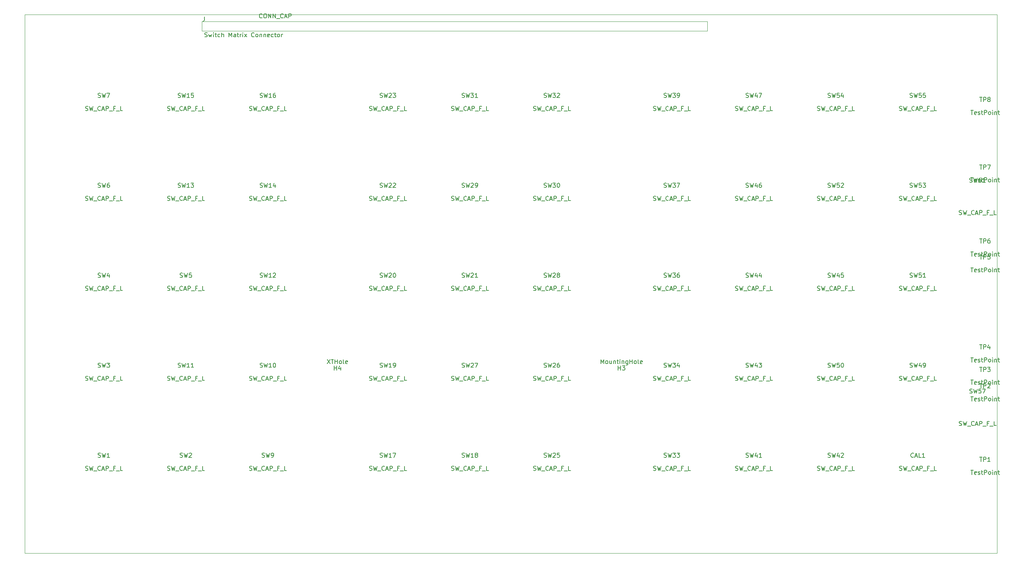
<source format=gbr>
%TF.GenerationSoftware,KiCad,Pcbnew,7.0.7*%
%TF.CreationDate,2023-10-28T12:22:14-07:00*%
%TF.ProjectId,MF50,4d463530-2e6b-4696-9361-645f70636258,rev?*%
%TF.SameCoordinates,Original*%
%TF.FileFunction,AssemblyDrawing,Top*%
%FSLAX46Y46*%
G04 Gerber Fmt 4.6, Leading zero omitted, Abs format (unit mm)*
G04 Created by KiCad (PCBNEW 7.0.7) date 2023-10-28 12:22:14*
%MOMM*%
%LPD*%
G01*
G04 APERTURE LIST*
%ADD10C,0.150000*%
%ADD11C,0.100000*%
%TA.AperFunction,Profile*%
%ADD12C,0.100000*%
%TD*%
G04 APERTURE END LIST*
D10*
X396636666Y-73224819D02*
X397208094Y-73224819D01*
X396922380Y-74224819D02*
X396922380Y-73224819D01*
X397922380Y-74177200D02*
X397827142Y-74224819D01*
X397827142Y-74224819D02*
X397636666Y-74224819D01*
X397636666Y-74224819D02*
X397541428Y-74177200D01*
X397541428Y-74177200D02*
X397493809Y-74081961D01*
X397493809Y-74081961D02*
X397493809Y-73701009D01*
X397493809Y-73701009D02*
X397541428Y-73605771D01*
X397541428Y-73605771D02*
X397636666Y-73558152D01*
X397636666Y-73558152D02*
X397827142Y-73558152D01*
X397827142Y-73558152D02*
X397922380Y-73605771D01*
X397922380Y-73605771D02*
X397969999Y-73701009D01*
X397969999Y-73701009D02*
X397969999Y-73796247D01*
X397969999Y-73796247D02*
X397493809Y-73891485D01*
X398350952Y-74177200D02*
X398446190Y-74224819D01*
X398446190Y-74224819D02*
X398636666Y-74224819D01*
X398636666Y-74224819D02*
X398731904Y-74177200D01*
X398731904Y-74177200D02*
X398779523Y-74081961D01*
X398779523Y-74081961D02*
X398779523Y-74034342D01*
X398779523Y-74034342D02*
X398731904Y-73939104D01*
X398731904Y-73939104D02*
X398636666Y-73891485D01*
X398636666Y-73891485D02*
X398493809Y-73891485D01*
X398493809Y-73891485D02*
X398398571Y-73843866D01*
X398398571Y-73843866D02*
X398350952Y-73748628D01*
X398350952Y-73748628D02*
X398350952Y-73701009D01*
X398350952Y-73701009D02*
X398398571Y-73605771D01*
X398398571Y-73605771D02*
X398493809Y-73558152D01*
X398493809Y-73558152D02*
X398636666Y-73558152D01*
X398636666Y-73558152D02*
X398731904Y-73605771D01*
X399065238Y-73558152D02*
X399446190Y-73558152D01*
X399208095Y-73224819D02*
X399208095Y-74081961D01*
X399208095Y-74081961D02*
X399255714Y-74177200D01*
X399255714Y-74177200D02*
X399350952Y-74224819D01*
X399350952Y-74224819D02*
X399446190Y-74224819D01*
X399779524Y-74224819D02*
X399779524Y-73224819D01*
X399779524Y-73224819D02*
X400160476Y-73224819D01*
X400160476Y-73224819D02*
X400255714Y-73272438D01*
X400255714Y-73272438D02*
X400303333Y-73320057D01*
X400303333Y-73320057D02*
X400350952Y-73415295D01*
X400350952Y-73415295D02*
X400350952Y-73558152D01*
X400350952Y-73558152D02*
X400303333Y-73653390D01*
X400303333Y-73653390D02*
X400255714Y-73701009D01*
X400255714Y-73701009D02*
X400160476Y-73748628D01*
X400160476Y-73748628D02*
X399779524Y-73748628D01*
X400922381Y-74224819D02*
X400827143Y-74177200D01*
X400827143Y-74177200D02*
X400779524Y-74129580D01*
X400779524Y-74129580D02*
X400731905Y-74034342D01*
X400731905Y-74034342D02*
X400731905Y-73748628D01*
X400731905Y-73748628D02*
X400779524Y-73653390D01*
X400779524Y-73653390D02*
X400827143Y-73605771D01*
X400827143Y-73605771D02*
X400922381Y-73558152D01*
X400922381Y-73558152D02*
X401065238Y-73558152D01*
X401065238Y-73558152D02*
X401160476Y-73605771D01*
X401160476Y-73605771D02*
X401208095Y-73653390D01*
X401208095Y-73653390D02*
X401255714Y-73748628D01*
X401255714Y-73748628D02*
X401255714Y-74034342D01*
X401255714Y-74034342D02*
X401208095Y-74129580D01*
X401208095Y-74129580D02*
X401160476Y-74177200D01*
X401160476Y-74177200D02*
X401065238Y-74224819D01*
X401065238Y-74224819D02*
X400922381Y-74224819D01*
X401684286Y-74224819D02*
X401684286Y-73558152D01*
X401684286Y-73224819D02*
X401636667Y-73272438D01*
X401636667Y-73272438D02*
X401684286Y-73320057D01*
X401684286Y-73320057D02*
X401731905Y-73272438D01*
X401731905Y-73272438D02*
X401684286Y-73224819D01*
X401684286Y-73224819D02*
X401684286Y-73320057D01*
X402160476Y-73558152D02*
X402160476Y-74224819D01*
X402160476Y-73653390D02*
X402208095Y-73605771D01*
X402208095Y-73605771D02*
X402303333Y-73558152D01*
X402303333Y-73558152D02*
X402446190Y-73558152D01*
X402446190Y-73558152D02*
X402541428Y-73605771D01*
X402541428Y-73605771D02*
X402589047Y-73701009D01*
X402589047Y-73701009D02*
X402589047Y-74224819D01*
X402922381Y-73558152D02*
X403303333Y-73558152D01*
X403065238Y-73224819D02*
X403065238Y-74081961D01*
X403065238Y-74081961D02*
X403112857Y-74177200D01*
X403112857Y-74177200D02*
X403208095Y-74224819D01*
X403208095Y-74224819D02*
X403303333Y-74224819D01*
X398708095Y-70224819D02*
X399279523Y-70224819D01*
X398993809Y-71224819D02*
X398993809Y-70224819D01*
X399612857Y-71224819D02*
X399612857Y-70224819D01*
X399612857Y-70224819D02*
X399993809Y-70224819D01*
X399993809Y-70224819D02*
X400089047Y-70272438D01*
X400089047Y-70272438D02*
X400136666Y-70320057D01*
X400136666Y-70320057D02*
X400184285Y-70415295D01*
X400184285Y-70415295D02*
X400184285Y-70558152D01*
X400184285Y-70558152D02*
X400136666Y-70653390D01*
X400136666Y-70653390D02*
X400089047Y-70701009D01*
X400089047Y-70701009D02*
X399993809Y-70748628D01*
X399993809Y-70748628D02*
X399612857Y-70748628D01*
X400755714Y-70653390D02*
X400660476Y-70605771D01*
X400660476Y-70605771D02*
X400612857Y-70558152D01*
X400612857Y-70558152D02*
X400565238Y-70462914D01*
X400565238Y-70462914D02*
X400565238Y-70415295D01*
X400565238Y-70415295D02*
X400612857Y-70320057D01*
X400612857Y-70320057D02*
X400660476Y-70272438D01*
X400660476Y-70272438D02*
X400755714Y-70224819D01*
X400755714Y-70224819D02*
X400946190Y-70224819D01*
X400946190Y-70224819D02*
X401041428Y-70272438D01*
X401041428Y-70272438D02*
X401089047Y-70320057D01*
X401089047Y-70320057D02*
X401136666Y-70415295D01*
X401136666Y-70415295D02*
X401136666Y-70462914D01*
X401136666Y-70462914D02*
X401089047Y-70558152D01*
X401089047Y-70558152D02*
X401041428Y-70605771D01*
X401041428Y-70605771D02*
X400946190Y-70653390D01*
X400946190Y-70653390D02*
X400755714Y-70653390D01*
X400755714Y-70653390D02*
X400660476Y-70701009D01*
X400660476Y-70701009D02*
X400612857Y-70748628D01*
X400612857Y-70748628D02*
X400565238Y-70843866D01*
X400565238Y-70843866D02*
X400565238Y-71034342D01*
X400565238Y-71034342D02*
X400612857Y-71129580D01*
X400612857Y-71129580D02*
X400660476Y-71177200D01*
X400660476Y-71177200D02*
X400755714Y-71224819D01*
X400755714Y-71224819D02*
X400946190Y-71224819D01*
X400946190Y-71224819D02*
X401041428Y-71177200D01*
X401041428Y-71177200D02*
X401089047Y-71129580D01*
X401089047Y-71129580D02*
X401136666Y-71034342D01*
X401136666Y-71034342D02*
X401136666Y-70843866D01*
X401136666Y-70843866D02*
X401089047Y-70748628D01*
X401089047Y-70748628D02*
X401041428Y-70701009D01*
X401041428Y-70701009D02*
X400946190Y-70653390D01*
X193876667Y-112069200D02*
X194019524Y-112116819D01*
X194019524Y-112116819D02*
X194257619Y-112116819D01*
X194257619Y-112116819D02*
X194352857Y-112069200D01*
X194352857Y-112069200D02*
X194400476Y-112021580D01*
X194400476Y-112021580D02*
X194448095Y-111926342D01*
X194448095Y-111926342D02*
X194448095Y-111831104D01*
X194448095Y-111831104D02*
X194400476Y-111735866D01*
X194400476Y-111735866D02*
X194352857Y-111688247D01*
X194352857Y-111688247D02*
X194257619Y-111640628D01*
X194257619Y-111640628D02*
X194067143Y-111593009D01*
X194067143Y-111593009D02*
X193971905Y-111545390D01*
X193971905Y-111545390D02*
X193924286Y-111497771D01*
X193924286Y-111497771D02*
X193876667Y-111402533D01*
X193876667Y-111402533D02*
X193876667Y-111307295D01*
X193876667Y-111307295D02*
X193924286Y-111212057D01*
X193924286Y-111212057D02*
X193971905Y-111164438D01*
X193971905Y-111164438D02*
X194067143Y-111116819D01*
X194067143Y-111116819D02*
X194305238Y-111116819D01*
X194305238Y-111116819D02*
X194448095Y-111164438D01*
X194781429Y-111116819D02*
X195019524Y-112116819D01*
X195019524Y-112116819D02*
X195210000Y-111402533D01*
X195210000Y-111402533D02*
X195400476Y-112116819D01*
X195400476Y-112116819D02*
X195638572Y-111116819D01*
X196448095Y-111450152D02*
X196448095Y-112116819D01*
X196210000Y-111069200D02*
X195971905Y-111783485D01*
X195971905Y-111783485D02*
X196590952Y-111783485D01*
X190948095Y-115117200D02*
X191090952Y-115164819D01*
X191090952Y-115164819D02*
X191329047Y-115164819D01*
X191329047Y-115164819D02*
X191424285Y-115117200D01*
X191424285Y-115117200D02*
X191471904Y-115069580D01*
X191471904Y-115069580D02*
X191519523Y-114974342D01*
X191519523Y-114974342D02*
X191519523Y-114879104D01*
X191519523Y-114879104D02*
X191471904Y-114783866D01*
X191471904Y-114783866D02*
X191424285Y-114736247D01*
X191424285Y-114736247D02*
X191329047Y-114688628D01*
X191329047Y-114688628D02*
X191138571Y-114641009D01*
X191138571Y-114641009D02*
X191043333Y-114593390D01*
X191043333Y-114593390D02*
X190995714Y-114545771D01*
X190995714Y-114545771D02*
X190948095Y-114450533D01*
X190948095Y-114450533D02*
X190948095Y-114355295D01*
X190948095Y-114355295D02*
X190995714Y-114260057D01*
X190995714Y-114260057D02*
X191043333Y-114212438D01*
X191043333Y-114212438D02*
X191138571Y-114164819D01*
X191138571Y-114164819D02*
X191376666Y-114164819D01*
X191376666Y-114164819D02*
X191519523Y-114212438D01*
X191852857Y-114164819D02*
X192090952Y-115164819D01*
X192090952Y-115164819D02*
X192281428Y-114450533D01*
X192281428Y-114450533D02*
X192471904Y-115164819D01*
X192471904Y-115164819D02*
X192710000Y-114164819D01*
X192852857Y-115260057D02*
X193614761Y-115260057D01*
X194424285Y-115069580D02*
X194376666Y-115117200D01*
X194376666Y-115117200D02*
X194233809Y-115164819D01*
X194233809Y-115164819D02*
X194138571Y-115164819D01*
X194138571Y-115164819D02*
X193995714Y-115117200D01*
X193995714Y-115117200D02*
X193900476Y-115021961D01*
X193900476Y-115021961D02*
X193852857Y-114926723D01*
X193852857Y-114926723D02*
X193805238Y-114736247D01*
X193805238Y-114736247D02*
X193805238Y-114593390D01*
X193805238Y-114593390D02*
X193852857Y-114402914D01*
X193852857Y-114402914D02*
X193900476Y-114307676D01*
X193900476Y-114307676D02*
X193995714Y-114212438D01*
X193995714Y-114212438D02*
X194138571Y-114164819D01*
X194138571Y-114164819D02*
X194233809Y-114164819D01*
X194233809Y-114164819D02*
X194376666Y-114212438D01*
X194376666Y-114212438D02*
X194424285Y-114260057D01*
X194805238Y-114879104D02*
X195281428Y-114879104D01*
X194710000Y-115164819D02*
X195043333Y-114164819D01*
X195043333Y-114164819D02*
X195376666Y-115164819D01*
X195710000Y-115164819D02*
X195710000Y-114164819D01*
X195710000Y-114164819D02*
X196090952Y-114164819D01*
X196090952Y-114164819D02*
X196186190Y-114212438D01*
X196186190Y-114212438D02*
X196233809Y-114260057D01*
X196233809Y-114260057D02*
X196281428Y-114355295D01*
X196281428Y-114355295D02*
X196281428Y-114498152D01*
X196281428Y-114498152D02*
X196233809Y-114593390D01*
X196233809Y-114593390D02*
X196186190Y-114641009D01*
X196186190Y-114641009D02*
X196090952Y-114688628D01*
X196090952Y-114688628D02*
X195710000Y-114688628D01*
X196471905Y-115260057D02*
X197233809Y-115260057D01*
X197805238Y-114641009D02*
X197471905Y-114641009D01*
X197471905Y-115164819D02*
X197471905Y-114164819D01*
X197471905Y-114164819D02*
X197948095Y-114164819D01*
X198090953Y-115260057D02*
X198852857Y-115260057D01*
X199567143Y-115164819D02*
X199090953Y-115164819D01*
X199090953Y-115164819D02*
X199090953Y-114164819D01*
X396636666Y-109854819D02*
X397208094Y-109854819D01*
X396922380Y-110854819D02*
X396922380Y-109854819D01*
X397922380Y-110807200D02*
X397827142Y-110854819D01*
X397827142Y-110854819D02*
X397636666Y-110854819D01*
X397636666Y-110854819D02*
X397541428Y-110807200D01*
X397541428Y-110807200D02*
X397493809Y-110711961D01*
X397493809Y-110711961D02*
X397493809Y-110331009D01*
X397493809Y-110331009D02*
X397541428Y-110235771D01*
X397541428Y-110235771D02*
X397636666Y-110188152D01*
X397636666Y-110188152D02*
X397827142Y-110188152D01*
X397827142Y-110188152D02*
X397922380Y-110235771D01*
X397922380Y-110235771D02*
X397969999Y-110331009D01*
X397969999Y-110331009D02*
X397969999Y-110426247D01*
X397969999Y-110426247D02*
X397493809Y-110521485D01*
X398350952Y-110807200D02*
X398446190Y-110854819D01*
X398446190Y-110854819D02*
X398636666Y-110854819D01*
X398636666Y-110854819D02*
X398731904Y-110807200D01*
X398731904Y-110807200D02*
X398779523Y-110711961D01*
X398779523Y-110711961D02*
X398779523Y-110664342D01*
X398779523Y-110664342D02*
X398731904Y-110569104D01*
X398731904Y-110569104D02*
X398636666Y-110521485D01*
X398636666Y-110521485D02*
X398493809Y-110521485D01*
X398493809Y-110521485D02*
X398398571Y-110473866D01*
X398398571Y-110473866D02*
X398350952Y-110378628D01*
X398350952Y-110378628D02*
X398350952Y-110331009D01*
X398350952Y-110331009D02*
X398398571Y-110235771D01*
X398398571Y-110235771D02*
X398493809Y-110188152D01*
X398493809Y-110188152D02*
X398636666Y-110188152D01*
X398636666Y-110188152D02*
X398731904Y-110235771D01*
X399065238Y-110188152D02*
X399446190Y-110188152D01*
X399208095Y-109854819D02*
X399208095Y-110711961D01*
X399208095Y-110711961D02*
X399255714Y-110807200D01*
X399255714Y-110807200D02*
X399350952Y-110854819D01*
X399350952Y-110854819D02*
X399446190Y-110854819D01*
X399779524Y-110854819D02*
X399779524Y-109854819D01*
X399779524Y-109854819D02*
X400160476Y-109854819D01*
X400160476Y-109854819D02*
X400255714Y-109902438D01*
X400255714Y-109902438D02*
X400303333Y-109950057D01*
X400303333Y-109950057D02*
X400350952Y-110045295D01*
X400350952Y-110045295D02*
X400350952Y-110188152D01*
X400350952Y-110188152D02*
X400303333Y-110283390D01*
X400303333Y-110283390D02*
X400255714Y-110331009D01*
X400255714Y-110331009D02*
X400160476Y-110378628D01*
X400160476Y-110378628D02*
X399779524Y-110378628D01*
X400922381Y-110854819D02*
X400827143Y-110807200D01*
X400827143Y-110807200D02*
X400779524Y-110759580D01*
X400779524Y-110759580D02*
X400731905Y-110664342D01*
X400731905Y-110664342D02*
X400731905Y-110378628D01*
X400731905Y-110378628D02*
X400779524Y-110283390D01*
X400779524Y-110283390D02*
X400827143Y-110235771D01*
X400827143Y-110235771D02*
X400922381Y-110188152D01*
X400922381Y-110188152D02*
X401065238Y-110188152D01*
X401065238Y-110188152D02*
X401160476Y-110235771D01*
X401160476Y-110235771D02*
X401208095Y-110283390D01*
X401208095Y-110283390D02*
X401255714Y-110378628D01*
X401255714Y-110378628D02*
X401255714Y-110664342D01*
X401255714Y-110664342D02*
X401208095Y-110759580D01*
X401208095Y-110759580D02*
X401160476Y-110807200D01*
X401160476Y-110807200D02*
X401065238Y-110854819D01*
X401065238Y-110854819D02*
X400922381Y-110854819D01*
X401684286Y-110854819D02*
X401684286Y-110188152D01*
X401684286Y-109854819D02*
X401636667Y-109902438D01*
X401636667Y-109902438D02*
X401684286Y-109950057D01*
X401684286Y-109950057D02*
X401731905Y-109902438D01*
X401731905Y-109902438D02*
X401684286Y-109854819D01*
X401684286Y-109854819D02*
X401684286Y-109950057D01*
X402160476Y-110188152D02*
X402160476Y-110854819D01*
X402160476Y-110283390D02*
X402208095Y-110235771D01*
X402208095Y-110235771D02*
X402303333Y-110188152D01*
X402303333Y-110188152D02*
X402446190Y-110188152D01*
X402446190Y-110188152D02*
X402541428Y-110235771D01*
X402541428Y-110235771D02*
X402589047Y-110331009D01*
X402589047Y-110331009D02*
X402589047Y-110854819D01*
X402922381Y-110188152D02*
X403303333Y-110188152D01*
X403065238Y-109854819D02*
X403065238Y-110711961D01*
X403065238Y-110711961D02*
X403112857Y-110807200D01*
X403112857Y-110807200D02*
X403208095Y-110854819D01*
X403208095Y-110854819D02*
X403303333Y-110854819D01*
X398708095Y-106854819D02*
X399279523Y-106854819D01*
X398993809Y-107854819D02*
X398993809Y-106854819D01*
X399612857Y-107854819D02*
X399612857Y-106854819D01*
X399612857Y-106854819D02*
X399993809Y-106854819D01*
X399993809Y-106854819D02*
X400089047Y-106902438D01*
X400089047Y-106902438D02*
X400136666Y-106950057D01*
X400136666Y-106950057D02*
X400184285Y-107045295D01*
X400184285Y-107045295D02*
X400184285Y-107188152D01*
X400184285Y-107188152D02*
X400136666Y-107283390D01*
X400136666Y-107283390D02*
X400089047Y-107331009D01*
X400089047Y-107331009D02*
X399993809Y-107378628D01*
X399993809Y-107378628D02*
X399612857Y-107378628D01*
X401089047Y-106854819D02*
X400612857Y-106854819D01*
X400612857Y-106854819D02*
X400565238Y-107331009D01*
X400565238Y-107331009D02*
X400612857Y-107283390D01*
X400612857Y-107283390D02*
X400708095Y-107235771D01*
X400708095Y-107235771D02*
X400946190Y-107235771D01*
X400946190Y-107235771D02*
X401041428Y-107283390D01*
X401041428Y-107283390D02*
X401089047Y-107331009D01*
X401089047Y-107331009D02*
X401136666Y-107426247D01*
X401136666Y-107426247D02*
X401136666Y-107664342D01*
X401136666Y-107664342D02*
X401089047Y-107759580D01*
X401089047Y-107759580D02*
X401041428Y-107807200D01*
X401041428Y-107807200D02*
X400946190Y-107854819D01*
X400946190Y-107854819D02*
X400708095Y-107854819D01*
X400708095Y-107854819D02*
X400612857Y-107807200D01*
X400612857Y-107807200D02*
X400565238Y-107759580D01*
X396380476Y-139007200D02*
X396523333Y-139054819D01*
X396523333Y-139054819D02*
X396761428Y-139054819D01*
X396761428Y-139054819D02*
X396856666Y-139007200D01*
X396856666Y-139007200D02*
X396904285Y-138959580D01*
X396904285Y-138959580D02*
X396951904Y-138864342D01*
X396951904Y-138864342D02*
X396951904Y-138769104D01*
X396951904Y-138769104D02*
X396904285Y-138673866D01*
X396904285Y-138673866D02*
X396856666Y-138626247D01*
X396856666Y-138626247D02*
X396761428Y-138578628D01*
X396761428Y-138578628D02*
X396570952Y-138531009D01*
X396570952Y-138531009D02*
X396475714Y-138483390D01*
X396475714Y-138483390D02*
X396428095Y-138435771D01*
X396428095Y-138435771D02*
X396380476Y-138340533D01*
X396380476Y-138340533D02*
X396380476Y-138245295D01*
X396380476Y-138245295D02*
X396428095Y-138150057D01*
X396428095Y-138150057D02*
X396475714Y-138102438D01*
X396475714Y-138102438D02*
X396570952Y-138054819D01*
X396570952Y-138054819D02*
X396809047Y-138054819D01*
X396809047Y-138054819D02*
X396951904Y-138102438D01*
X397285238Y-138054819D02*
X397523333Y-139054819D01*
X397523333Y-139054819D02*
X397713809Y-138340533D01*
X397713809Y-138340533D02*
X397904285Y-139054819D01*
X397904285Y-139054819D02*
X398142381Y-138054819D01*
X398999523Y-138054819D02*
X398523333Y-138054819D01*
X398523333Y-138054819D02*
X398475714Y-138531009D01*
X398475714Y-138531009D02*
X398523333Y-138483390D01*
X398523333Y-138483390D02*
X398618571Y-138435771D01*
X398618571Y-138435771D02*
X398856666Y-138435771D01*
X398856666Y-138435771D02*
X398951904Y-138483390D01*
X398951904Y-138483390D02*
X398999523Y-138531009D01*
X398999523Y-138531009D02*
X399047142Y-138626247D01*
X399047142Y-138626247D02*
X399047142Y-138864342D01*
X399047142Y-138864342D02*
X398999523Y-138959580D01*
X398999523Y-138959580D02*
X398951904Y-139007200D01*
X398951904Y-139007200D02*
X398856666Y-139054819D01*
X398856666Y-139054819D02*
X398618571Y-139054819D01*
X398618571Y-139054819D02*
X398523333Y-139007200D01*
X398523333Y-139007200D02*
X398475714Y-138959580D01*
X399380476Y-138054819D02*
X400047142Y-138054819D01*
X400047142Y-138054819D02*
X399618571Y-139054819D01*
X393928095Y-146547200D02*
X394070952Y-146594819D01*
X394070952Y-146594819D02*
X394309047Y-146594819D01*
X394309047Y-146594819D02*
X394404285Y-146547200D01*
X394404285Y-146547200D02*
X394451904Y-146499580D01*
X394451904Y-146499580D02*
X394499523Y-146404342D01*
X394499523Y-146404342D02*
X394499523Y-146309104D01*
X394499523Y-146309104D02*
X394451904Y-146213866D01*
X394451904Y-146213866D02*
X394404285Y-146166247D01*
X394404285Y-146166247D02*
X394309047Y-146118628D01*
X394309047Y-146118628D02*
X394118571Y-146071009D01*
X394118571Y-146071009D02*
X394023333Y-146023390D01*
X394023333Y-146023390D02*
X393975714Y-145975771D01*
X393975714Y-145975771D02*
X393928095Y-145880533D01*
X393928095Y-145880533D02*
X393928095Y-145785295D01*
X393928095Y-145785295D02*
X393975714Y-145690057D01*
X393975714Y-145690057D02*
X394023333Y-145642438D01*
X394023333Y-145642438D02*
X394118571Y-145594819D01*
X394118571Y-145594819D02*
X394356666Y-145594819D01*
X394356666Y-145594819D02*
X394499523Y-145642438D01*
X394832857Y-145594819D02*
X395070952Y-146594819D01*
X395070952Y-146594819D02*
X395261428Y-145880533D01*
X395261428Y-145880533D02*
X395451904Y-146594819D01*
X395451904Y-146594819D02*
X395690000Y-145594819D01*
X395832857Y-146690057D02*
X396594761Y-146690057D01*
X397404285Y-146499580D02*
X397356666Y-146547200D01*
X397356666Y-146547200D02*
X397213809Y-146594819D01*
X397213809Y-146594819D02*
X397118571Y-146594819D01*
X397118571Y-146594819D02*
X396975714Y-146547200D01*
X396975714Y-146547200D02*
X396880476Y-146451961D01*
X396880476Y-146451961D02*
X396832857Y-146356723D01*
X396832857Y-146356723D02*
X396785238Y-146166247D01*
X396785238Y-146166247D02*
X396785238Y-146023390D01*
X396785238Y-146023390D02*
X396832857Y-145832914D01*
X396832857Y-145832914D02*
X396880476Y-145737676D01*
X396880476Y-145737676D02*
X396975714Y-145642438D01*
X396975714Y-145642438D02*
X397118571Y-145594819D01*
X397118571Y-145594819D02*
X397213809Y-145594819D01*
X397213809Y-145594819D02*
X397356666Y-145642438D01*
X397356666Y-145642438D02*
X397404285Y-145690057D01*
X397785238Y-146309104D02*
X398261428Y-146309104D01*
X397690000Y-146594819D02*
X398023333Y-145594819D01*
X398023333Y-145594819D02*
X398356666Y-146594819D01*
X398690000Y-146594819D02*
X398690000Y-145594819D01*
X398690000Y-145594819D02*
X399070952Y-145594819D01*
X399070952Y-145594819D02*
X399166190Y-145642438D01*
X399166190Y-145642438D02*
X399213809Y-145690057D01*
X399213809Y-145690057D02*
X399261428Y-145785295D01*
X399261428Y-145785295D02*
X399261428Y-145928152D01*
X399261428Y-145928152D02*
X399213809Y-146023390D01*
X399213809Y-146023390D02*
X399166190Y-146071009D01*
X399166190Y-146071009D02*
X399070952Y-146118628D01*
X399070952Y-146118628D02*
X398690000Y-146118628D01*
X399451905Y-146690057D02*
X400213809Y-146690057D01*
X400785238Y-146071009D02*
X400451905Y-146071009D01*
X400451905Y-146594819D02*
X400451905Y-145594819D01*
X400451905Y-145594819D02*
X400928095Y-145594819D01*
X401070953Y-146690057D02*
X401832857Y-146690057D01*
X402547143Y-146594819D02*
X402070953Y-146594819D01*
X402070953Y-146594819D02*
X402070953Y-145594819D01*
X259380476Y-112069200D02*
X259523333Y-112116819D01*
X259523333Y-112116819D02*
X259761428Y-112116819D01*
X259761428Y-112116819D02*
X259856666Y-112069200D01*
X259856666Y-112069200D02*
X259904285Y-112021580D01*
X259904285Y-112021580D02*
X259951904Y-111926342D01*
X259951904Y-111926342D02*
X259951904Y-111831104D01*
X259951904Y-111831104D02*
X259904285Y-111735866D01*
X259904285Y-111735866D02*
X259856666Y-111688247D01*
X259856666Y-111688247D02*
X259761428Y-111640628D01*
X259761428Y-111640628D02*
X259570952Y-111593009D01*
X259570952Y-111593009D02*
X259475714Y-111545390D01*
X259475714Y-111545390D02*
X259428095Y-111497771D01*
X259428095Y-111497771D02*
X259380476Y-111402533D01*
X259380476Y-111402533D02*
X259380476Y-111307295D01*
X259380476Y-111307295D02*
X259428095Y-111212057D01*
X259428095Y-111212057D02*
X259475714Y-111164438D01*
X259475714Y-111164438D02*
X259570952Y-111116819D01*
X259570952Y-111116819D02*
X259809047Y-111116819D01*
X259809047Y-111116819D02*
X259951904Y-111164438D01*
X260285238Y-111116819D02*
X260523333Y-112116819D01*
X260523333Y-112116819D02*
X260713809Y-111402533D01*
X260713809Y-111402533D02*
X260904285Y-112116819D01*
X260904285Y-112116819D02*
X261142381Y-111116819D01*
X261475714Y-111212057D02*
X261523333Y-111164438D01*
X261523333Y-111164438D02*
X261618571Y-111116819D01*
X261618571Y-111116819D02*
X261856666Y-111116819D01*
X261856666Y-111116819D02*
X261951904Y-111164438D01*
X261951904Y-111164438D02*
X261999523Y-111212057D01*
X261999523Y-111212057D02*
X262047142Y-111307295D01*
X262047142Y-111307295D02*
X262047142Y-111402533D01*
X262047142Y-111402533D02*
X261999523Y-111545390D01*
X261999523Y-111545390D02*
X261428095Y-112116819D01*
X261428095Y-112116819D02*
X262047142Y-112116819D01*
X262666190Y-111116819D02*
X262761428Y-111116819D01*
X262761428Y-111116819D02*
X262856666Y-111164438D01*
X262856666Y-111164438D02*
X262904285Y-111212057D01*
X262904285Y-111212057D02*
X262951904Y-111307295D01*
X262951904Y-111307295D02*
X262999523Y-111497771D01*
X262999523Y-111497771D02*
X262999523Y-111735866D01*
X262999523Y-111735866D02*
X262951904Y-111926342D01*
X262951904Y-111926342D02*
X262904285Y-112021580D01*
X262904285Y-112021580D02*
X262856666Y-112069200D01*
X262856666Y-112069200D02*
X262761428Y-112116819D01*
X262761428Y-112116819D02*
X262666190Y-112116819D01*
X262666190Y-112116819D02*
X262570952Y-112069200D01*
X262570952Y-112069200D02*
X262523333Y-112021580D01*
X262523333Y-112021580D02*
X262475714Y-111926342D01*
X262475714Y-111926342D02*
X262428095Y-111735866D01*
X262428095Y-111735866D02*
X262428095Y-111497771D01*
X262428095Y-111497771D02*
X262475714Y-111307295D01*
X262475714Y-111307295D02*
X262523333Y-111212057D01*
X262523333Y-111212057D02*
X262570952Y-111164438D01*
X262570952Y-111164438D02*
X262666190Y-111116819D01*
X256928095Y-115117200D02*
X257070952Y-115164819D01*
X257070952Y-115164819D02*
X257309047Y-115164819D01*
X257309047Y-115164819D02*
X257404285Y-115117200D01*
X257404285Y-115117200D02*
X257451904Y-115069580D01*
X257451904Y-115069580D02*
X257499523Y-114974342D01*
X257499523Y-114974342D02*
X257499523Y-114879104D01*
X257499523Y-114879104D02*
X257451904Y-114783866D01*
X257451904Y-114783866D02*
X257404285Y-114736247D01*
X257404285Y-114736247D02*
X257309047Y-114688628D01*
X257309047Y-114688628D02*
X257118571Y-114641009D01*
X257118571Y-114641009D02*
X257023333Y-114593390D01*
X257023333Y-114593390D02*
X256975714Y-114545771D01*
X256975714Y-114545771D02*
X256928095Y-114450533D01*
X256928095Y-114450533D02*
X256928095Y-114355295D01*
X256928095Y-114355295D02*
X256975714Y-114260057D01*
X256975714Y-114260057D02*
X257023333Y-114212438D01*
X257023333Y-114212438D02*
X257118571Y-114164819D01*
X257118571Y-114164819D02*
X257356666Y-114164819D01*
X257356666Y-114164819D02*
X257499523Y-114212438D01*
X257832857Y-114164819D02*
X258070952Y-115164819D01*
X258070952Y-115164819D02*
X258261428Y-114450533D01*
X258261428Y-114450533D02*
X258451904Y-115164819D01*
X258451904Y-115164819D02*
X258690000Y-114164819D01*
X258832857Y-115260057D02*
X259594761Y-115260057D01*
X260404285Y-115069580D02*
X260356666Y-115117200D01*
X260356666Y-115117200D02*
X260213809Y-115164819D01*
X260213809Y-115164819D02*
X260118571Y-115164819D01*
X260118571Y-115164819D02*
X259975714Y-115117200D01*
X259975714Y-115117200D02*
X259880476Y-115021961D01*
X259880476Y-115021961D02*
X259832857Y-114926723D01*
X259832857Y-114926723D02*
X259785238Y-114736247D01*
X259785238Y-114736247D02*
X259785238Y-114593390D01*
X259785238Y-114593390D02*
X259832857Y-114402914D01*
X259832857Y-114402914D02*
X259880476Y-114307676D01*
X259880476Y-114307676D02*
X259975714Y-114212438D01*
X259975714Y-114212438D02*
X260118571Y-114164819D01*
X260118571Y-114164819D02*
X260213809Y-114164819D01*
X260213809Y-114164819D02*
X260356666Y-114212438D01*
X260356666Y-114212438D02*
X260404285Y-114260057D01*
X260785238Y-114879104D02*
X261261428Y-114879104D01*
X260690000Y-115164819D02*
X261023333Y-114164819D01*
X261023333Y-114164819D02*
X261356666Y-115164819D01*
X261690000Y-115164819D02*
X261690000Y-114164819D01*
X261690000Y-114164819D02*
X262070952Y-114164819D01*
X262070952Y-114164819D02*
X262166190Y-114212438D01*
X262166190Y-114212438D02*
X262213809Y-114260057D01*
X262213809Y-114260057D02*
X262261428Y-114355295D01*
X262261428Y-114355295D02*
X262261428Y-114498152D01*
X262261428Y-114498152D02*
X262213809Y-114593390D01*
X262213809Y-114593390D02*
X262166190Y-114641009D01*
X262166190Y-114641009D02*
X262070952Y-114688628D01*
X262070952Y-114688628D02*
X261690000Y-114688628D01*
X262451905Y-115260057D02*
X263213809Y-115260057D01*
X263785238Y-114641009D02*
X263451905Y-114641009D01*
X263451905Y-115164819D02*
X263451905Y-114164819D01*
X263451905Y-114164819D02*
X263928095Y-114164819D01*
X264070953Y-115260057D02*
X264832857Y-115260057D01*
X265547143Y-115164819D02*
X265070953Y-115164819D01*
X265070953Y-115164819D02*
X265070953Y-114164819D01*
X231500476Y-132999200D02*
X231643333Y-133046819D01*
X231643333Y-133046819D02*
X231881428Y-133046819D01*
X231881428Y-133046819D02*
X231976666Y-132999200D01*
X231976666Y-132999200D02*
X232024285Y-132951580D01*
X232024285Y-132951580D02*
X232071904Y-132856342D01*
X232071904Y-132856342D02*
X232071904Y-132761104D01*
X232071904Y-132761104D02*
X232024285Y-132665866D01*
X232024285Y-132665866D02*
X231976666Y-132618247D01*
X231976666Y-132618247D02*
X231881428Y-132570628D01*
X231881428Y-132570628D02*
X231690952Y-132523009D01*
X231690952Y-132523009D02*
X231595714Y-132475390D01*
X231595714Y-132475390D02*
X231548095Y-132427771D01*
X231548095Y-132427771D02*
X231500476Y-132332533D01*
X231500476Y-132332533D02*
X231500476Y-132237295D01*
X231500476Y-132237295D02*
X231548095Y-132142057D01*
X231548095Y-132142057D02*
X231595714Y-132094438D01*
X231595714Y-132094438D02*
X231690952Y-132046819D01*
X231690952Y-132046819D02*
X231929047Y-132046819D01*
X231929047Y-132046819D02*
X232071904Y-132094438D01*
X232405238Y-132046819D02*
X232643333Y-133046819D01*
X232643333Y-133046819D02*
X232833809Y-132332533D01*
X232833809Y-132332533D02*
X233024285Y-133046819D01*
X233024285Y-133046819D02*
X233262381Y-132046819D01*
X234167142Y-133046819D02*
X233595714Y-133046819D01*
X233881428Y-133046819D02*
X233881428Y-132046819D01*
X233881428Y-132046819D02*
X233786190Y-132189676D01*
X233786190Y-132189676D02*
X233690952Y-132284914D01*
X233690952Y-132284914D02*
X233595714Y-132332533D01*
X234786190Y-132046819D02*
X234881428Y-132046819D01*
X234881428Y-132046819D02*
X234976666Y-132094438D01*
X234976666Y-132094438D02*
X235024285Y-132142057D01*
X235024285Y-132142057D02*
X235071904Y-132237295D01*
X235071904Y-132237295D02*
X235119523Y-132427771D01*
X235119523Y-132427771D02*
X235119523Y-132665866D01*
X235119523Y-132665866D02*
X235071904Y-132856342D01*
X235071904Y-132856342D02*
X235024285Y-132951580D01*
X235024285Y-132951580D02*
X234976666Y-132999200D01*
X234976666Y-132999200D02*
X234881428Y-133046819D01*
X234881428Y-133046819D02*
X234786190Y-133046819D01*
X234786190Y-133046819D02*
X234690952Y-132999200D01*
X234690952Y-132999200D02*
X234643333Y-132951580D01*
X234643333Y-132951580D02*
X234595714Y-132856342D01*
X234595714Y-132856342D02*
X234548095Y-132665866D01*
X234548095Y-132665866D02*
X234548095Y-132427771D01*
X234548095Y-132427771D02*
X234595714Y-132237295D01*
X234595714Y-132237295D02*
X234643333Y-132142057D01*
X234643333Y-132142057D02*
X234690952Y-132094438D01*
X234690952Y-132094438D02*
X234786190Y-132046819D01*
X229048095Y-136047200D02*
X229190952Y-136094819D01*
X229190952Y-136094819D02*
X229429047Y-136094819D01*
X229429047Y-136094819D02*
X229524285Y-136047200D01*
X229524285Y-136047200D02*
X229571904Y-135999580D01*
X229571904Y-135999580D02*
X229619523Y-135904342D01*
X229619523Y-135904342D02*
X229619523Y-135809104D01*
X229619523Y-135809104D02*
X229571904Y-135713866D01*
X229571904Y-135713866D02*
X229524285Y-135666247D01*
X229524285Y-135666247D02*
X229429047Y-135618628D01*
X229429047Y-135618628D02*
X229238571Y-135571009D01*
X229238571Y-135571009D02*
X229143333Y-135523390D01*
X229143333Y-135523390D02*
X229095714Y-135475771D01*
X229095714Y-135475771D02*
X229048095Y-135380533D01*
X229048095Y-135380533D02*
X229048095Y-135285295D01*
X229048095Y-135285295D02*
X229095714Y-135190057D01*
X229095714Y-135190057D02*
X229143333Y-135142438D01*
X229143333Y-135142438D02*
X229238571Y-135094819D01*
X229238571Y-135094819D02*
X229476666Y-135094819D01*
X229476666Y-135094819D02*
X229619523Y-135142438D01*
X229952857Y-135094819D02*
X230190952Y-136094819D01*
X230190952Y-136094819D02*
X230381428Y-135380533D01*
X230381428Y-135380533D02*
X230571904Y-136094819D01*
X230571904Y-136094819D02*
X230810000Y-135094819D01*
X230952857Y-136190057D02*
X231714761Y-136190057D01*
X232524285Y-135999580D02*
X232476666Y-136047200D01*
X232476666Y-136047200D02*
X232333809Y-136094819D01*
X232333809Y-136094819D02*
X232238571Y-136094819D01*
X232238571Y-136094819D02*
X232095714Y-136047200D01*
X232095714Y-136047200D02*
X232000476Y-135951961D01*
X232000476Y-135951961D02*
X231952857Y-135856723D01*
X231952857Y-135856723D02*
X231905238Y-135666247D01*
X231905238Y-135666247D02*
X231905238Y-135523390D01*
X231905238Y-135523390D02*
X231952857Y-135332914D01*
X231952857Y-135332914D02*
X232000476Y-135237676D01*
X232000476Y-135237676D02*
X232095714Y-135142438D01*
X232095714Y-135142438D02*
X232238571Y-135094819D01*
X232238571Y-135094819D02*
X232333809Y-135094819D01*
X232333809Y-135094819D02*
X232476666Y-135142438D01*
X232476666Y-135142438D02*
X232524285Y-135190057D01*
X232905238Y-135809104D02*
X233381428Y-135809104D01*
X232810000Y-136094819D02*
X233143333Y-135094819D01*
X233143333Y-135094819D02*
X233476666Y-136094819D01*
X233810000Y-136094819D02*
X233810000Y-135094819D01*
X233810000Y-135094819D02*
X234190952Y-135094819D01*
X234190952Y-135094819D02*
X234286190Y-135142438D01*
X234286190Y-135142438D02*
X234333809Y-135190057D01*
X234333809Y-135190057D02*
X234381428Y-135285295D01*
X234381428Y-135285295D02*
X234381428Y-135428152D01*
X234381428Y-135428152D02*
X234333809Y-135523390D01*
X234333809Y-135523390D02*
X234286190Y-135571009D01*
X234286190Y-135571009D02*
X234190952Y-135618628D01*
X234190952Y-135618628D02*
X233810000Y-135618628D01*
X234571905Y-136190057D02*
X235333809Y-136190057D01*
X235905238Y-135571009D02*
X235571905Y-135571009D01*
X235571905Y-136094819D02*
X235571905Y-135094819D01*
X235571905Y-135094819D02*
X236048095Y-135094819D01*
X236190953Y-136190057D02*
X236952857Y-136190057D01*
X237667143Y-136094819D02*
X237190953Y-136094819D01*
X237190953Y-136094819D02*
X237190953Y-135094819D01*
X278430476Y-132999200D02*
X278573333Y-133046819D01*
X278573333Y-133046819D02*
X278811428Y-133046819D01*
X278811428Y-133046819D02*
X278906666Y-132999200D01*
X278906666Y-132999200D02*
X278954285Y-132951580D01*
X278954285Y-132951580D02*
X279001904Y-132856342D01*
X279001904Y-132856342D02*
X279001904Y-132761104D01*
X279001904Y-132761104D02*
X278954285Y-132665866D01*
X278954285Y-132665866D02*
X278906666Y-132618247D01*
X278906666Y-132618247D02*
X278811428Y-132570628D01*
X278811428Y-132570628D02*
X278620952Y-132523009D01*
X278620952Y-132523009D02*
X278525714Y-132475390D01*
X278525714Y-132475390D02*
X278478095Y-132427771D01*
X278478095Y-132427771D02*
X278430476Y-132332533D01*
X278430476Y-132332533D02*
X278430476Y-132237295D01*
X278430476Y-132237295D02*
X278478095Y-132142057D01*
X278478095Y-132142057D02*
X278525714Y-132094438D01*
X278525714Y-132094438D02*
X278620952Y-132046819D01*
X278620952Y-132046819D02*
X278859047Y-132046819D01*
X278859047Y-132046819D02*
X279001904Y-132094438D01*
X279335238Y-132046819D02*
X279573333Y-133046819D01*
X279573333Y-133046819D02*
X279763809Y-132332533D01*
X279763809Y-132332533D02*
X279954285Y-133046819D01*
X279954285Y-133046819D02*
X280192381Y-132046819D01*
X280525714Y-132142057D02*
X280573333Y-132094438D01*
X280573333Y-132094438D02*
X280668571Y-132046819D01*
X280668571Y-132046819D02*
X280906666Y-132046819D01*
X280906666Y-132046819D02*
X281001904Y-132094438D01*
X281001904Y-132094438D02*
X281049523Y-132142057D01*
X281049523Y-132142057D02*
X281097142Y-132237295D01*
X281097142Y-132237295D02*
X281097142Y-132332533D01*
X281097142Y-132332533D02*
X281049523Y-132475390D01*
X281049523Y-132475390D02*
X280478095Y-133046819D01*
X280478095Y-133046819D02*
X281097142Y-133046819D01*
X281430476Y-132046819D02*
X282097142Y-132046819D01*
X282097142Y-132046819D02*
X281668571Y-133046819D01*
X275978095Y-136047200D02*
X276120952Y-136094819D01*
X276120952Y-136094819D02*
X276359047Y-136094819D01*
X276359047Y-136094819D02*
X276454285Y-136047200D01*
X276454285Y-136047200D02*
X276501904Y-135999580D01*
X276501904Y-135999580D02*
X276549523Y-135904342D01*
X276549523Y-135904342D02*
X276549523Y-135809104D01*
X276549523Y-135809104D02*
X276501904Y-135713866D01*
X276501904Y-135713866D02*
X276454285Y-135666247D01*
X276454285Y-135666247D02*
X276359047Y-135618628D01*
X276359047Y-135618628D02*
X276168571Y-135571009D01*
X276168571Y-135571009D02*
X276073333Y-135523390D01*
X276073333Y-135523390D02*
X276025714Y-135475771D01*
X276025714Y-135475771D02*
X275978095Y-135380533D01*
X275978095Y-135380533D02*
X275978095Y-135285295D01*
X275978095Y-135285295D02*
X276025714Y-135190057D01*
X276025714Y-135190057D02*
X276073333Y-135142438D01*
X276073333Y-135142438D02*
X276168571Y-135094819D01*
X276168571Y-135094819D02*
X276406666Y-135094819D01*
X276406666Y-135094819D02*
X276549523Y-135142438D01*
X276882857Y-135094819D02*
X277120952Y-136094819D01*
X277120952Y-136094819D02*
X277311428Y-135380533D01*
X277311428Y-135380533D02*
X277501904Y-136094819D01*
X277501904Y-136094819D02*
X277740000Y-135094819D01*
X277882857Y-136190057D02*
X278644761Y-136190057D01*
X279454285Y-135999580D02*
X279406666Y-136047200D01*
X279406666Y-136047200D02*
X279263809Y-136094819D01*
X279263809Y-136094819D02*
X279168571Y-136094819D01*
X279168571Y-136094819D02*
X279025714Y-136047200D01*
X279025714Y-136047200D02*
X278930476Y-135951961D01*
X278930476Y-135951961D02*
X278882857Y-135856723D01*
X278882857Y-135856723D02*
X278835238Y-135666247D01*
X278835238Y-135666247D02*
X278835238Y-135523390D01*
X278835238Y-135523390D02*
X278882857Y-135332914D01*
X278882857Y-135332914D02*
X278930476Y-135237676D01*
X278930476Y-135237676D02*
X279025714Y-135142438D01*
X279025714Y-135142438D02*
X279168571Y-135094819D01*
X279168571Y-135094819D02*
X279263809Y-135094819D01*
X279263809Y-135094819D02*
X279406666Y-135142438D01*
X279406666Y-135142438D02*
X279454285Y-135190057D01*
X279835238Y-135809104D02*
X280311428Y-135809104D01*
X279740000Y-136094819D02*
X280073333Y-135094819D01*
X280073333Y-135094819D02*
X280406666Y-136094819D01*
X280740000Y-136094819D02*
X280740000Y-135094819D01*
X280740000Y-135094819D02*
X281120952Y-135094819D01*
X281120952Y-135094819D02*
X281216190Y-135142438D01*
X281216190Y-135142438D02*
X281263809Y-135190057D01*
X281263809Y-135190057D02*
X281311428Y-135285295D01*
X281311428Y-135285295D02*
X281311428Y-135428152D01*
X281311428Y-135428152D02*
X281263809Y-135523390D01*
X281263809Y-135523390D02*
X281216190Y-135571009D01*
X281216190Y-135571009D02*
X281120952Y-135618628D01*
X281120952Y-135618628D02*
X280740000Y-135618628D01*
X281501905Y-136190057D02*
X282263809Y-136190057D01*
X282835238Y-135571009D02*
X282501905Y-135571009D01*
X282501905Y-136094819D02*
X282501905Y-135094819D01*
X282501905Y-135094819D02*
X282978095Y-135094819D01*
X283120953Y-136190057D02*
X283882857Y-136190057D01*
X284597143Y-136094819D02*
X284120953Y-136094819D01*
X284120953Y-136094819D02*
X284120953Y-135094819D01*
X190948095Y-73257200D02*
X191090952Y-73304819D01*
X191090952Y-73304819D02*
X191329047Y-73304819D01*
X191329047Y-73304819D02*
X191424285Y-73257200D01*
X191424285Y-73257200D02*
X191471904Y-73209580D01*
X191471904Y-73209580D02*
X191519523Y-73114342D01*
X191519523Y-73114342D02*
X191519523Y-73019104D01*
X191519523Y-73019104D02*
X191471904Y-72923866D01*
X191471904Y-72923866D02*
X191424285Y-72876247D01*
X191424285Y-72876247D02*
X191329047Y-72828628D01*
X191329047Y-72828628D02*
X191138571Y-72781009D01*
X191138571Y-72781009D02*
X191043333Y-72733390D01*
X191043333Y-72733390D02*
X190995714Y-72685771D01*
X190995714Y-72685771D02*
X190948095Y-72590533D01*
X190948095Y-72590533D02*
X190948095Y-72495295D01*
X190948095Y-72495295D02*
X190995714Y-72400057D01*
X190995714Y-72400057D02*
X191043333Y-72352438D01*
X191043333Y-72352438D02*
X191138571Y-72304819D01*
X191138571Y-72304819D02*
X191376666Y-72304819D01*
X191376666Y-72304819D02*
X191519523Y-72352438D01*
X191852857Y-72304819D02*
X192090952Y-73304819D01*
X192090952Y-73304819D02*
X192281428Y-72590533D01*
X192281428Y-72590533D02*
X192471904Y-73304819D01*
X192471904Y-73304819D02*
X192710000Y-72304819D01*
X192852857Y-73400057D02*
X193614761Y-73400057D01*
X194424285Y-73209580D02*
X194376666Y-73257200D01*
X194376666Y-73257200D02*
X194233809Y-73304819D01*
X194233809Y-73304819D02*
X194138571Y-73304819D01*
X194138571Y-73304819D02*
X193995714Y-73257200D01*
X193995714Y-73257200D02*
X193900476Y-73161961D01*
X193900476Y-73161961D02*
X193852857Y-73066723D01*
X193852857Y-73066723D02*
X193805238Y-72876247D01*
X193805238Y-72876247D02*
X193805238Y-72733390D01*
X193805238Y-72733390D02*
X193852857Y-72542914D01*
X193852857Y-72542914D02*
X193900476Y-72447676D01*
X193900476Y-72447676D02*
X193995714Y-72352438D01*
X193995714Y-72352438D02*
X194138571Y-72304819D01*
X194138571Y-72304819D02*
X194233809Y-72304819D01*
X194233809Y-72304819D02*
X194376666Y-72352438D01*
X194376666Y-72352438D02*
X194424285Y-72400057D01*
X194805238Y-73019104D02*
X195281428Y-73019104D01*
X194710000Y-73304819D02*
X195043333Y-72304819D01*
X195043333Y-72304819D02*
X195376666Y-73304819D01*
X195710000Y-73304819D02*
X195710000Y-72304819D01*
X195710000Y-72304819D02*
X196090952Y-72304819D01*
X196090952Y-72304819D02*
X196186190Y-72352438D01*
X196186190Y-72352438D02*
X196233809Y-72400057D01*
X196233809Y-72400057D02*
X196281428Y-72495295D01*
X196281428Y-72495295D02*
X196281428Y-72638152D01*
X196281428Y-72638152D02*
X196233809Y-72733390D01*
X196233809Y-72733390D02*
X196186190Y-72781009D01*
X196186190Y-72781009D02*
X196090952Y-72828628D01*
X196090952Y-72828628D02*
X195710000Y-72828628D01*
X196471905Y-73400057D02*
X197233809Y-73400057D01*
X197805238Y-72781009D02*
X197471905Y-72781009D01*
X197471905Y-73304819D02*
X197471905Y-72304819D01*
X197471905Y-72304819D02*
X197948095Y-72304819D01*
X198090953Y-73400057D02*
X198852857Y-73400057D01*
X199567143Y-73304819D02*
X199090953Y-73304819D01*
X199090953Y-73304819D02*
X199090953Y-72304819D01*
X193876667Y-70209200D02*
X194019524Y-70256819D01*
X194019524Y-70256819D02*
X194257619Y-70256819D01*
X194257619Y-70256819D02*
X194352857Y-70209200D01*
X194352857Y-70209200D02*
X194400476Y-70161580D01*
X194400476Y-70161580D02*
X194448095Y-70066342D01*
X194448095Y-70066342D02*
X194448095Y-69971104D01*
X194448095Y-69971104D02*
X194400476Y-69875866D01*
X194400476Y-69875866D02*
X194352857Y-69828247D01*
X194352857Y-69828247D02*
X194257619Y-69780628D01*
X194257619Y-69780628D02*
X194067143Y-69733009D01*
X194067143Y-69733009D02*
X193971905Y-69685390D01*
X193971905Y-69685390D02*
X193924286Y-69637771D01*
X193924286Y-69637771D02*
X193876667Y-69542533D01*
X193876667Y-69542533D02*
X193876667Y-69447295D01*
X193876667Y-69447295D02*
X193924286Y-69352057D01*
X193924286Y-69352057D02*
X193971905Y-69304438D01*
X193971905Y-69304438D02*
X194067143Y-69256819D01*
X194067143Y-69256819D02*
X194305238Y-69256819D01*
X194305238Y-69256819D02*
X194448095Y-69304438D01*
X194781429Y-69256819D02*
X195019524Y-70256819D01*
X195019524Y-70256819D02*
X195210000Y-69542533D01*
X195210000Y-69542533D02*
X195400476Y-70256819D01*
X195400476Y-70256819D02*
X195638572Y-69256819D01*
X195924286Y-69256819D02*
X196590952Y-69256819D01*
X196590952Y-69256819D02*
X196162381Y-70256819D01*
X229048095Y-94187200D02*
X229190952Y-94234819D01*
X229190952Y-94234819D02*
X229429047Y-94234819D01*
X229429047Y-94234819D02*
X229524285Y-94187200D01*
X229524285Y-94187200D02*
X229571904Y-94139580D01*
X229571904Y-94139580D02*
X229619523Y-94044342D01*
X229619523Y-94044342D02*
X229619523Y-93949104D01*
X229619523Y-93949104D02*
X229571904Y-93853866D01*
X229571904Y-93853866D02*
X229524285Y-93806247D01*
X229524285Y-93806247D02*
X229429047Y-93758628D01*
X229429047Y-93758628D02*
X229238571Y-93711009D01*
X229238571Y-93711009D02*
X229143333Y-93663390D01*
X229143333Y-93663390D02*
X229095714Y-93615771D01*
X229095714Y-93615771D02*
X229048095Y-93520533D01*
X229048095Y-93520533D02*
X229048095Y-93425295D01*
X229048095Y-93425295D02*
X229095714Y-93330057D01*
X229095714Y-93330057D02*
X229143333Y-93282438D01*
X229143333Y-93282438D02*
X229238571Y-93234819D01*
X229238571Y-93234819D02*
X229476666Y-93234819D01*
X229476666Y-93234819D02*
X229619523Y-93282438D01*
X229952857Y-93234819D02*
X230190952Y-94234819D01*
X230190952Y-94234819D02*
X230381428Y-93520533D01*
X230381428Y-93520533D02*
X230571904Y-94234819D01*
X230571904Y-94234819D02*
X230810000Y-93234819D01*
X230952857Y-94330057D02*
X231714761Y-94330057D01*
X232524285Y-94139580D02*
X232476666Y-94187200D01*
X232476666Y-94187200D02*
X232333809Y-94234819D01*
X232333809Y-94234819D02*
X232238571Y-94234819D01*
X232238571Y-94234819D02*
X232095714Y-94187200D01*
X232095714Y-94187200D02*
X232000476Y-94091961D01*
X232000476Y-94091961D02*
X231952857Y-93996723D01*
X231952857Y-93996723D02*
X231905238Y-93806247D01*
X231905238Y-93806247D02*
X231905238Y-93663390D01*
X231905238Y-93663390D02*
X231952857Y-93472914D01*
X231952857Y-93472914D02*
X232000476Y-93377676D01*
X232000476Y-93377676D02*
X232095714Y-93282438D01*
X232095714Y-93282438D02*
X232238571Y-93234819D01*
X232238571Y-93234819D02*
X232333809Y-93234819D01*
X232333809Y-93234819D02*
X232476666Y-93282438D01*
X232476666Y-93282438D02*
X232524285Y-93330057D01*
X232905238Y-93949104D02*
X233381428Y-93949104D01*
X232810000Y-94234819D02*
X233143333Y-93234819D01*
X233143333Y-93234819D02*
X233476666Y-94234819D01*
X233810000Y-94234819D02*
X233810000Y-93234819D01*
X233810000Y-93234819D02*
X234190952Y-93234819D01*
X234190952Y-93234819D02*
X234286190Y-93282438D01*
X234286190Y-93282438D02*
X234333809Y-93330057D01*
X234333809Y-93330057D02*
X234381428Y-93425295D01*
X234381428Y-93425295D02*
X234381428Y-93568152D01*
X234381428Y-93568152D02*
X234333809Y-93663390D01*
X234333809Y-93663390D02*
X234286190Y-93711009D01*
X234286190Y-93711009D02*
X234190952Y-93758628D01*
X234190952Y-93758628D02*
X233810000Y-93758628D01*
X234571905Y-94330057D02*
X235333809Y-94330057D01*
X235905238Y-93711009D02*
X235571905Y-93711009D01*
X235571905Y-94234819D02*
X235571905Y-93234819D01*
X235571905Y-93234819D02*
X236048095Y-93234819D01*
X236190953Y-94330057D02*
X236952857Y-94330057D01*
X237667143Y-94234819D02*
X237190953Y-94234819D01*
X237190953Y-94234819D02*
X237190953Y-93234819D01*
X231500476Y-91139200D02*
X231643333Y-91186819D01*
X231643333Y-91186819D02*
X231881428Y-91186819D01*
X231881428Y-91186819D02*
X231976666Y-91139200D01*
X231976666Y-91139200D02*
X232024285Y-91091580D01*
X232024285Y-91091580D02*
X232071904Y-90996342D01*
X232071904Y-90996342D02*
X232071904Y-90901104D01*
X232071904Y-90901104D02*
X232024285Y-90805866D01*
X232024285Y-90805866D02*
X231976666Y-90758247D01*
X231976666Y-90758247D02*
X231881428Y-90710628D01*
X231881428Y-90710628D02*
X231690952Y-90663009D01*
X231690952Y-90663009D02*
X231595714Y-90615390D01*
X231595714Y-90615390D02*
X231548095Y-90567771D01*
X231548095Y-90567771D02*
X231500476Y-90472533D01*
X231500476Y-90472533D02*
X231500476Y-90377295D01*
X231500476Y-90377295D02*
X231548095Y-90282057D01*
X231548095Y-90282057D02*
X231595714Y-90234438D01*
X231595714Y-90234438D02*
X231690952Y-90186819D01*
X231690952Y-90186819D02*
X231929047Y-90186819D01*
X231929047Y-90186819D02*
X232071904Y-90234438D01*
X232405238Y-90186819D02*
X232643333Y-91186819D01*
X232643333Y-91186819D02*
X232833809Y-90472533D01*
X232833809Y-90472533D02*
X233024285Y-91186819D01*
X233024285Y-91186819D02*
X233262381Y-90186819D01*
X234167142Y-91186819D02*
X233595714Y-91186819D01*
X233881428Y-91186819D02*
X233881428Y-90186819D01*
X233881428Y-90186819D02*
X233786190Y-90329676D01*
X233786190Y-90329676D02*
X233690952Y-90424914D01*
X233690952Y-90424914D02*
X233595714Y-90472533D01*
X235024285Y-90520152D02*
X235024285Y-91186819D01*
X234786190Y-90139200D02*
X234548095Y-90853485D01*
X234548095Y-90853485D02*
X235167142Y-90853485D01*
X380058095Y-136047200D02*
X380200952Y-136094819D01*
X380200952Y-136094819D02*
X380439047Y-136094819D01*
X380439047Y-136094819D02*
X380534285Y-136047200D01*
X380534285Y-136047200D02*
X380581904Y-135999580D01*
X380581904Y-135999580D02*
X380629523Y-135904342D01*
X380629523Y-135904342D02*
X380629523Y-135809104D01*
X380629523Y-135809104D02*
X380581904Y-135713866D01*
X380581904Y-135713866D02*
X380534285Y-135666247D01*
X380534285Y-135666247D02*
X380439047Y-135618628D01*
X380439047Y-135618628D02*
X380248571Y-135571009D01*
X380248571Y-135571009D02*
X380153333Y-135523390D01*
X380153333Y-135523390D02*
X380105714Y-135475771D01*
X380105714Y-135475771D02*
X380058095Y-135380533D01*
X380058095Y-135380533D02*
X380058095Y-135285295D01*
X380058095Y-135285295D02*
X380105714Y-135190057D01*
X380105714Y-135190057D02*
X380153333Y-135142438D01*
X380153333Y-135142438D02*
X380248571Y-135094819D01*
X380248571Y-135094819D02*
X380486666Y-135094819D01*
X380486666Y-135094819D02*
X380629523Y-135142438D01*
X380962857Y-135094819D02*
X381200952Y-136094819D01*
X381200952Y-136094819D02*
X381391428Y-135380533D01*
X381391428Y-135380533D02*
X381581904Y-136094819D01*
X381581904Y-136094819D02*
X381820000Y-135094819D01*
X381962857Y-136190057D02*
X382724761Y-136190057D01*
X383534285Y-135999580D02*
X383486666Y-136047200D01*
X383486666Y-136047200D02*
X383343809Y-136094819D01*
X383343809Y-136094819D02*
X383248571Y-136094819D01*
X383248571Y-136094819D02*
X383105714Y-136047200D01*
X383105714Y-136047200D02*
X383010476Y-135951961D01*
X383010476Y-135951961D02*
X382962857Y-135856723D01*
X382962857Y-135856723D02*
X382915238Y-135666247D01*
X382915238Y-135666247D02*
X382915238Y-135523390D01*
X382915238Y-135523390D02*
X382962857Y-135332914D01*
X382962857Y-135332914D02*
X383010476Y-135237676D01*
X383010476Y-135237676D02*
X383105714Y-135142438D01*
X383105714Y-135142438D02*
X383248571Y-135094819D01*
X383248571Y-135094819D02*
X383343809Y-135094819D01*
X383343809Y-135094819D02*
X383486666Y-135142438D01*
X383486666Y-135142438D02*
X383534285Y-135190057D01*
X383915238Y-135809104D02*
X384391428Y-135809104D01*
X383820000Y-136094819D02*
X384153333Y-135094819D01*
X384153333Y-135094819D02*
X384486666Y-136094819D01*
X384820000Y-136094819D02*
X384820000Y-135094819D01*
X384820000Y-135094819D02*
X385200952Y-135094819D01*
X385200952Y-135094819D02*
X385296190Y-135142438D01*
X385296190Y-135142438D02*
X385343809Y-135190057D01*
X385343809Y-135190057D02*
X385391428Y-135285295D01*
X385391428Y-135285295D02*
X385391428Y-135428152D01*
X385391428Y-135428152D02*
X385343809Y-135523390D01*
X385343809Y-135523390D02*
X385296190Y-135571009D01*
X385296190Y-135571009D02*
X385200952Y-135618628D01*
X385200952Y-135618628D02*
X384820000Y-135618628D01*
X385581905Y-136190057D02*
X386343809Y-136190057D01*
X386915238Y-135571009D02*
X386581905Y-135571009D01*
X386581905Y-136094819D02*
X386581905Y-135094819D01*
X386581905Y-135094819D02*
X387058095Y-135094819D01*
X387200953Y-136190057D02*
X387962857Y-136190057D01*
X388677143Y-136094819D02*
X388200953Y-136094819D01*
X388200953Y-136094819D02*
X388200953Y-135094819D01*
X382510476Y-132999200D02*
X382653333Y-133046819D01*
X382653333Y-133046819D02*
X382891428Y-133046819D01*
X382891428Y-133046819D02*
X382986666Y-132999200D01*
X382986666Y-132999200D02*
X383034285Y-132951580D01*
X383034285Y-132951580D02*
X383081904Y-132856342D01*
X383081904Y-132856342D02*
X383081904Y-132761104D01*
X383081904Y-132761104D02*
X383034285Y-132665866D01*
X383034285Y-132665866D02*
X382986666Y-132618247D01*
X382986666Y-132618247D02*
X382891428Y-132570628D01*
X382891428Y-132570628D02*
X382700952Y-132523009D01*
X382700952Y-132523009D02*
X382605714Y-132475390D01*
X382605714Y-132475390D02*
X382558095Y-132427771D01*
X382558095Y-132427771D02*
X382510476Y-132332533D01*
X382510476Y-132332533D02*
X382510476Y-132237295D01*
X382510476Y-132237295D02*
X382558095Y-132142057D01*
X382558095Y-132142057D02*
X382605714Y-132094438D01*
X382605714Y-132094438D02*
X382700952Y-132046819D01*
X382700952Y-132046819D02*
X382939047Y-132046819D01*
X382939047Y-132046819D02*
X383081904Y-132094438D01*
X383415238Y-132046819D02*
X383653333Y-133046819D01*
X383653333Y-133046819D02*
X383843809Y-132332533D01*
X383843809Y-132332533D02*
X384034285Y-133046819D01*
X384034285Y-133046819D02*
X384272381Y-132046819D01*
X385081904Y-132380152D02*
X385081904Y-133046819D01*
X384843809Y-131999200D02*
X384605714Y-132713485D01*
X384605714Y-132713485D02*
X385224761Y-132713485D01*
X385653333Y-133046819D02*
X385843809Y-133046819D01*
X385843809Y-133046819D02*
X385939047Y-132999200D01*
X385939047Y-132999200D02*
X385986666Y-132951580D01*
X385986666Y-132951580D02*
X386081904Y-132808723D01*
X386081904Y-132808723D02*
X386129523Y-132618247D01*
X386129523Y-132618247D02*
X386129523Y-132237295D01*
X386129523Y-132237295D02*
X386081904Y-132142057D01*
X386081904Y-132142057D02*
X386034285Y-132094438D01*
X386034285Y-132094438D02*
X385939047Y-132046819D01*
X385939047Y-132046819D02*
X385748571Y-132046819D01*
X385748571Y-132046819D02*
X385653333Y-132094438D01*
X385653333Y-132094438D02*
X385605714Y-132142057D01*
X385605714Y-132142057D02*
X385558095Y-132237295D01*
X385558095Y-132237295D02*
X385558095Y-132475390D01*
X385558095Y-132475390D02*
X385605714Y-132570628D01*
X385605714Y-132570628D02*
X385653333Y-132618247D01*
X385653333Y-132618247D02*
X385748571Y-132665866D01*
X385748571Y-132665866D02*
X385939047Y-132665866D01*
X385939047Y-132665866D02*
X386034285Y-132618247D01*
X386034285Y-132618247D02*
X386081904Y-132570628D01*
X386081904Y-132570628D02*
X386129523Y-132475390D01*
X190948095Y-156977200D02*
X191090952Y-157024819D01*
X191090952Y-157024819D02*
X191329047Y-157024819D01*
X191329047Y-157024819D02*
X191424285Y-156977200D01*
X191424285Y-156977200D02*
X191471904Y-156929580D01*
X191471904Y-156929580D02*
X191519523Y-156834342D01*
X191519523Y-156834342D02*
X191519523Y-156739104D01*
X191519523Y-156739104D02*
X191471904Y-156643866D01*
X191471904Y-156643866D02*
X191424285Y-156596247D01*
X191424285Y-156596247D02*
X191329047Y-156548628D01*
X191329047Y-156548628D02*
X191138571Y-156501009D01*
X191138571Y-156501009D02*
X191043333Y-156453390D01*
X191043333Y-156453390D02*
X190995714Y-156405771D01*
X190995714Y-156405771D02*
X190948095Y-156310533D01*
X190948095Y-156310533D02*
X190948095Y-156215295D01*
X190948095Y-156215295D02*
X190995714Y-156120057D01*
X190995714Y-156120057D02*
X191043333Y-156072438D01*
X191043333Y-156072438D02*
X191138571Y-156024819D01*
X191138571Y-156024819D02*
X191376666Y-156024819D01*
X191376666Y-156024819D02*
X191519523Y-156072438D01*
X191852857Y-156024819D02*
X192090952Y-157024819D01*
X192090952Y-157024819D02*
X192281428Y-156310533D01*
X192281428Y-156310533D02*
X192471904Y-157024819D01*
X192471904Y-157024819D02*
X192710000Y-156024819D01*
X192852857Y-157120057D02*
X193614761Y-157120057D01*
X194424285Y-156929580D02*
X194376666Y-156977200D01*
X194376666Y-156977200D02*
X194233809Y-157024819D01*
X194233809Y-157024819D02*
X194138571Y-157024819D01*
X194138571Y-157024819D02*
X193995714Y-156977200D01*
X193995714Y-156977200D02*
X193900476Y-156881961D01*
X193900476Y-156881961D02*
X193852857Y-156786723D01*
X193852857Y-156786723D02*
X193805238Y-156596247D01*
X193805238Y-156596247D02*
X193805238Y-156453390D01*
X193805238Y-156453390D02*
X193852857Y-156262914D01*
X193852857Y-156262914D02*
X193900476Y-156167676D01*
X193900476Y-156167676D02*
X193995714Y-156072438D01*
X193995714Y-156072438D02*
X194138571Y-156024819D01*
X194138571Y-156024819D02*
X194233809Y-156024819D01*
X194233809Y-156024819D02*
X194376666Y-156072438D01*
X194376666Y-156072438D02*
X194424285Y-156120057D01*
X194805238Y-156739104D02*
X195281428Y-156739104D01*
X194710000Y-157024819D02*
X195043333Y-156024819D01*
X195043333Y-156024819D02*
X195376666Y-157024819D01*
X195710000Y-157024819D02*
X195710000Y-156024819D01*
X195710000Y-156024819D02*
X196090952Y-156024819D01*
X196090952Y-156024819D02*
X196186190Y-156072438D01*
X196186190Y-156072438D02*
X196233809Y-156120057D01*
X196233809Y-156120057D02*
X196281428Y-156215295D01*
X196281428Y-156215295D02*
X196281428Y-156358152D01*
X196281428Y-156358152D02*
X196233809Y-156453390D01*
X196233809Y-156453390D02*
X196186190Y-156501009D01*
X196186190Y-156501009D02*
X196090952Y-156548628D01*
X196090952Y-156548628D02*
X195710000Y-156548628D01*
X196471905Y-157120057D02*
X197233809Y-157120057D01*
X197805238Y-156501009D02*
X197471905Y-156501009D01*
X197471905Y-157024819D02*
X197471905Y-156024819D01*
X197471905Y-156024819D02*
X197948095Y-156024819D01*
X198090953Y-157120057D02*
X198852857Y-157120057D01*
X199567143Y-157024819D02*
X199090953Y-157024819D01*
X199090953Y-157024819D02*
X199090953Y-156024819D01*
X193876667Y-153929200D02*
X194019524Y-153976819D01*
X194019524Y-153976819D02*
X194257619Y-153976819D01*
X194257619Y-153976819D02*
X194352857Y-153929200D01*
X194352857Y-153929200D02*
X194400476Y-153881580D01*
X194400476Y-153881580D02*
X194448095Y-153786342D01*
X194448095Y-153786342D02*
X194448095Y-153691104D01*
X194448095Y-153691104D02*
X194400476Y-153595866D01*
X194400476Y-153595866D02*
X194352857Y-153548247D01*
X194352857Y-153548247D02*
X194257619Y-153500628D01*
X194257619Y-153500628D02*
X194067143Y-153453009D01*
X194067143Y-153453009D02*
X193971905Y-153405390D01*
X193971905Y-153405390D02*
X193924286Y-153357771D01*
X193924286Y-153357771D02*
X193876667Y-153262533D01*
X193876667Y-153262533D02*
X193876667Y-153167295D01*
X193876667Y-153167295D02*
X193924286Y-153072057D01*
X193924286Y-153072057D02*
X193971905Y-153024438D01*
X193971905Y-153024438D02*
X194067143Y-152976819D01*
X194067143Y-152976819D02*
X194305238Y-152976819D01*
X194305238Y-152976819D02*
X194448095Y-153024438D01*
X194781429Y-152976819D02*
X195019524Y-153976819D01*
X195019524Y-153976819D02*
X195210000Y-153262533D01*
X195210000Y-153262533D02*
X195400476Y-153976819D01*
X195400476Y-153976819D02*
X195638572Y-152976819D01*
X196543333Y-153976819D02*
X195971905Y-153976819D01*
X196257619Y-153976819D02*
X196257619Y-152976819D01*
X196257619Y-152976819D02*
X196162381Y-153119676D01*
X196162381Y-153119676D02*
X196067143Y-153214914D01*
X196067143Y-153214914D02*
X195971905Y-153262533D01*
X256928095Y-156977200D02*
X257070952Y-157024819D01*
X257070952Y-157024819D02*
X257309047Y-157024819D01*
X257309047Y-157024819D02*
X257404285Y-156977200D01*
X257404285Y-156977200D02*
X257451904Y-156929580D01*
X257451904Y-156929580D02*
X257499523Y-156834342D01*
X257499523Y-156834342D02*
X257499523Y-156739104D01*
X257499523Y-156739104D02*
X257451904Y-156643866D01*
X257451904Y-156643866D02*
X257404285Y-156596247D01*
X257404285Y-156596247D02*
X257309047Y-156548628D01*
X257309047Y-156548628D02*
X257118571Y-156501009D01*
X257118571Y-156501009D02*
X257023333Y-156453390D01*
X257023333Y-156453390D02*
X256975714Y-156405771D01*
X256975714Y-156405771D02*
X256928095Y-156310533D01*
X256928095Y-156310533D02*
X256928095Y-156215295D01*
X256928095Y-156215295D02*
X256975714Y-156120057D01*
X256975714Y-156120057D02*
X257023333Y-156072438D01*
X257023333Y-156072438D02*
X257118571Y-156024819D01*
X257118571Y-156024819D02*
X257356666Y-156024819D01*
X257356666Y-156024819D02*
X257499523Y-156072438D01*
X257832857Y-156024819D02*
X258070952Y-157024819D01*
X258070952Y-157024819D02*
X258261428Y-156310533D01*
X258261428Y-156310533D02*
X258451904Y-157024819D01*
X258451904Y-157024819D02*
X258690000Y-156024819D01*
X258832857Y-157120057D02*
X259594761Y-157120057D01*
X260404285Y-156929580D02*
X260356666Y-156977200D01*
X260356666Y-156977200D02*
X260213809Y-157024819D01*
X260213809Y-157024819D02*
X260118571Y-157024819D01*
X260118571Y-157024819D02*
X259975714Y-156977200D01*
X259975714Y-156977200D02*
X259880476Y-156881961D01*
X259880476Y-156881961D02*
X259832857Y-156786723D01*
X259832857Y-156786723D02*
X259785238Y-156596247D01*
X259785238Y-156596247D02*
X259785238Y-156453390D01*
X259785238Y-156453390D02*
X259832857Y-156262914D01*
X259832857Y-156262914D02*
X259880476Y-156167676D01*
X259880476Y-156167676D02*
X259975714Y-156072438D01*
X259975714Y-156072438D02*
X260118571Y-156024819D01*
X260118571Y-156024819D02*
X260213809Y-156024819D01*
X260213809Y-156024819D02*
X260356666Y-156072438D01*
X260356666Y-156072438D02*
X260404285Y-156120057D01*
X260785238Y-156739104D02*
X261261428Y-156739104D01*
X260690000Y-157024819D02*
X261023333Y-156024819D01*
X261023333Y-156024819D02*
X261356666Y-157024819D01*
X261690000Y-157024819D02*
X261690000Y-156024819D01*
X261690000Y-156024819D02*
X262070952Y-156024819D01*
X262070952Y-156024819D02*
X262166190Y-156072438D01*
X262166190Y-156072438D02*
X262213809Y-156120057D01*
X262213809Y-156120057D02*
X262261428Y-156215295D01*
X262261428Y-156215295D02*
X262261428Y-156358152D01*
X262261428Y-156358152D02*
X262213809Y-156453390D01*
X262213809Y-156453390D02*
X262166190Y-156501009D01*
X262166190Y-156501009D02*
X262070952Y-156548628D01*
X262070952Y-156548628D02*
X261690000Y-156548628D01*
X262451905Y-157120057D02*
X263213809Y-157120057D01*
X263785238Y-156501009D02*
X263451905Y-156501009D01*
X263451905Y-157024819D02*
X263451905Y-156024819D01*
X263451905Y-156024819D02*
X263928095Y-156024819D01*
X264070953Y-157120057D02*
X264832857Y-157120057D01*
X265547143Y-157024819D02*
X265070953Y-157024819D01*
X265070953Y-157024819D02*
X265070953Y-156024819D01*
X259380476Y-153929200D02*
X259523333Y-153976819D01*
X259523333Y-153976819D02*
X259761428Y-153976819D01*
X259761428Y-153976819D02*
X259856666Y-153929200D01*
X259856666Y-153929200D02*
X259904285Y-153881580D01*
X259904285Y-153881580D02*
X259951904Y-153786342D01*
X259951904Y-153786342D02*
X259951904Y-153691104D01*
X259951904Y-153691104D02*
X259904285Y-153595866D01*
X259904285Y-153595866D02*
X259856666Y-153548247D01*
X259856666Y-153548247D02*
X259761428Y-153500628D01*
X259761428Y-153500628D02*
X259570952Y-153453009D01*
X259570952Y-153453009D02*
X259475714Y-153405390D01*
X259475714Y-153405390D02*
X259428095Y-153357771D01*
X259428095Y-153357771D02*
X259380476Y-153262533D01*
X259380476Y-153262533D02*
X259380476Y-153167295D01*
X259380476Y-153167295D02*
X259428095Y-153072057D01*
X259428095Y-153072057D02*
X259475714Y-153024438D01*
X259475714Y-153024438D02*
X259570952Y-152976819D01*
X259570952Y-152976819D02*
X259809047Y-152976819D01*
X259809047Y-152976819D02*
X259951904Y-153024438D01*
X260285238Y-152976819D02*
X260523333Y-153976819D01*
X260523333Y-153976819D02*
X260713809Y-153262533D01*
X260713809Y-153262533D02*
X260904285Y-153976819D01*
X260904285Y-153976819D02*
X261142381Y-152976819D01*
X262047142Y-153976819D02*
X261475714Y-153976819D01*
X261761428Y-153976819D02*
X261761428Y-152976819D01*
X261761428Y-152976819D02*
X261666190Y-153119676D01*
X261666190Y-153119676D02*
X261570952Y-153214914D01*
X261570952Y-153214914D02*
X261475714Y-153262533D01*
X262380476Y-152976819D02*
X263047142Y-152976819D01*
X263047142Y-152976819D02*
X262618571Y-153976819D01*
X212450476Y-70209200D02*
X212593333Y-70256819D01*
X212593333Y-70256819D02*
X212831428Y-70256819D01*
X212831428Y-70256819D02*
X212926666Y-70209200D01*
X212926666Y-70209200D02*
X212974285Y-70161580D01*
X212974285Y-70161580D02*
X213021904Y-70066342D01*
X213021904Y-70066342D02*
X213021904Y-69971104D01*
X213021904Y-69971104D02*
X212974285Y-69875866D01*
X212974285Y-69875866D02*
X212926666Y-69828247D01*
X212926666Y-69828247D02*
X212831428Y-69780628D01*
X212831428Y-69780628D02*
X212640952Y-69733009D01*
X212640952Y-69733009D02*
X212545714Y-69685390D01*
X212545714Y-69685390D02*
X212498095Y-69637771D01*
X212498095Y-69637771D02*
X212450476Y-69542533D01*
X212450476Y-69542533D02*
X212450476Y-69447295D01*
X212450476Y-69447295D02*
X212498095Y-69352057D01*
X212498095Y-69352057D02*
X212545714Y-69304438D01*
X212545714Y-69304438D02*
X212640952Y-69256819D01*
X212640952Y-69256819D02*
X212879047Y-69256819D01*
X212879047Y-69256819D02*
X213021904Y-69304438D01*
X213355238Y-69256819D02*
X213593333Y-70256819D01*
X213593333Y-70256819D02*
X213783809Y-69542533D01*
X213783809Y-69542533D02*
X213974285Y-70256819D01*
X213974285Y-70256819D02*
X214212381Y-69256819D01*
X215117142Y-70256819D02*
X214545714Y-70256819D01*
X214831428Y-70256819D02*
X214831428Y-69256819D01*
X214831428Y-69256819D02*
X214736190Y-69399676D01*
X214736190Y-69399676D02*
X214640952Y-69494914D01*
X214640952Y-69494914D02*
X214545714Y-69542533D01*
X216021904Y-69256819D02*
X215545714Y-69256819D01*
X215545714Y-69256819D02*
X215498095Y-69733009D01*
X215498095Y-69733009D02*
X215545714Y-69685390D01*
X215545714Y-69685390D02*
X215640952Y-69637771D01*
X215640952Y-69637771D02*
X215879047Y-69637771D01*
X215879047Y-69637771D02*
X215974285Y-69685390D01*
X215974285Y-69685390D02*
X216021904Y-69733009D01*
X216021904Y-69733009D02*
X216069523Y-69828247D01*
X216069523Y-69828247D02*
X216069523Y-70066342D01*
X216069523Y-70066342D02*
X216021904Y-70161580D01*
X216021904Y-70161580D02*
X215974285Y-70209200D01*
X215974285Y-70209200D02*
X215879047Y-70256819D01*
X215879047Y-70256819D02*
X215640952Y-70256819D01*
X215640952Y-70256819D02*
X215545714Y-70209200D01*
X215545714Y-70209200D02*
X215498095Y-70161580D01*
X209998095Y-73257200D02*
X210140952Y-73304819D01*
X210140952Y-73304819D02*
X210379047Y-73304819D01*
X210379047Y-73304819D02*
X210474285Y-73257200D01*
X210474285Y-73257200D02*
X210521904Y-73209580D01*
X210521904Y-73209580D02*
X210569523Y-73114342D01*
X210569523Y-73114342D02*
X210569523Y-73019104D01*
X210569523Y-73019104D02*
X210521904Y-72923866D01*
X210521904Y-72923866D02*
X210474285Y-72876247D01*
X210474285Y-72876247D02*
X210379047Y-72828628D01*
X210379047Y-72828628D02*
X210188571Y-72781009D01*
X210188571Y-72781009D02*
X210093333Y-72733390D01*
X210093333Y-72733390D02*
X210045714Y-72685771D01*
X210045714Y-72685771D02*
X209998095Y-72590533D01*
X209998095Y-72590533D02*
X209998095Y-72495295D01*
X209998095Y-72495295D02*
X210045714Y-72400057D01*
X210045714Y-72400057D02*
X210093333Y-72352438D01*
X210093333Y-72352438D02*
X210188571Y-72304819D01*
X210188571Y-72304819D02*
X210426666Y-72304819D01*
X210426666Y-72304819D02*
X210569523Y-72352438D01*
X210902857Y-72304819D02*
X211140952Y-73304819D01*
X211140952Y-73304819D02*
X211331428Y-72590533D01*
X211331428Y-72590533D02*
X211521904Y-73304819D01*
X211521904Y-73304819D02*
X211760000Y-72304819D01*
X211902857Y-73400057D02*
X212664761Y-73400057D01*
X213474285Y-73209580D02*
X213426666Y-73257200D01*
X213426666Y-73257200D02*
X213283809Y-73304819D01*
X213283809Y-73304819D02*
X213188571Y-73304819D01*
X213188571Y-73304819D02*
X213045714Y-73257200D01*
X213045714Y-73257200D02*
X212950476Y-73161961D01*
X212950476Y-73161961D02*
X212902857Y-73066723D01*
X212902857Y-73066723D02*
X212855238Y-72876247D01*
X212855238Y-72876247D02*
X212855238Y-72733390D01*
X212855238Y-72733390D02*
X212902857Y-72542914D01*
X212902857Y-72542914D02*
X212950476Y-72447676D01*
X212950476Y-72447676D02*
X213045714Y-72352438D01*
X213045714Y-72352438D02*
X213188571Y-72304819D01*
X213188571Y-72304819D02*
X213283809Y-72304819D01*
X213283809Y-72304819D02*
X213426666Y-72352438D01*
X213426666Y-72352438D02*
X213474285Y-72400057D01*
X213855238Y-73019104D02*
X214331428Y-73019104D01*
X213760000Y-73304819D02*
X214093333Y-72304819D01*
X214093333Y-72304819D02*
X214426666Y-73304819D01*
X214760000Y-73304819D02*
X214760000Y-72304819D01*
X214760000Y-72304819D02*
X215140952Y-72304819D01*
X215140952Y-72304819D02*
X215236190Y-72352438D01*
X215236190Y-72352438D02*
X215283809Y-72400057D01*
X215283809Y-72400057D02*
X215331428Y-72495295D01*
X215331428Y-72495295D02*
X215331428Y-72638152D01*
X215331428Y-72638152D02*
X215283809Y-72733390D01*
X215283809Y-72733390D02*
X215236190Y-72781009D01*
X215236190Y-72781009D02*
X215140952Y-72828628D01*
X215140952Y-72828628D02*
X214760000Y-72828628D01*
X215521905Y-73400057D02*
X216283809Y-73400057D01*
X216855238Y-72781009D02*
X216521905Y-72781009D01*
X216521905Y-73304819D02*
X216521905Y-72304819D01*
X216521905Y-72304819D02*
X216998095Y-72304819D01*
X217140953Y-73400057D02*
X217902857Y-73400057D01*
X218617143Y-73304819D02*
X218140953Y-73304819D01*
X218140953Y-73304819D02*
X218140953Y-72304819D01*
X380058095Y-156977200D02*
X380200952Y-157024819D01*
X380200952Y-157024819D02*
X380439047Y-157024819D01*
X380439047Y-157024819D02*
X380534285Y-156977200D01*
X380534285Y-156977200D02*
X380581904Y-156929580D01*
X380581904Y-156929580D02*
X380629523Y-156834342D01*
X380629523Y-156834342D02*
X380629523Y-156739104D01*
X380629523Y-156739104D02*
X380581904Y-156643866D01*
X380581904Y-156643866D02*
X380534285Y-156596247D01*
X380534285Y-156596247D02*
X380439047Y-156548628D01*
X380439047Y-156548628D02*
X380248571Y-156501009D01*
X380248571Y-156501009D02*
X380153333Y-156453390D01*
X380153333Y-156453390D02*
X380105714Y-156405771D01*
X380105714Y-156405771D02*
X380058095Y-156310533D01*
X380058095Y-156310533D02*
X380058095Y-156215295D01*
X380058095Y-156215295D02*
X380105714Y-156120057D01*
X380105714Y-156120057D02*
X380153333Y-156072438D01*
X380153333Y-156072438D02*
X380248571Y-156024819D01*
X380248571Y-156024819D02*
X380486666Y-156024819D01*
X380486666Y-156024819D02*
X380629523Y-156072438D01*
X380962857Y-156024819D02*
X381200952Y-157024819D01*
X381200952Y-157024819D02*
X381391428Y-156310533D01*
X381391428Y-156310533D02*
X381581904Y-157024819D01*
X381581904Y-157024819D02*
X381820000Y-156024819D01*
X381962857Y-157120057D02*
X382724761Y-157120057D01*
X383534285Y-156929580D02*
X383486666Y-156977200D01*
X383486666Y-156977200D02*
X383343809Y-157024819D01*
X383343809Y-157024819D02*
X383248571Y-157024819D01*
X383248571Y-157024819D02*
X383105714Y-156977200D01*
X383105714Y-156977200D02*
X383010476Y-156881961D01*
X383010476Y-156881961D02*
X382962857Y-156786723D01*
X382962857Y-156786723D02*
X382915238Y-156596247D01*
X382915238Y-156596247D02*
X382915238Y-156453390D01*
X382915238Y-156453390D02*
X382962857Y-156262914D01*
X382962857Y-156262914D02*
X383010476Y-156167676D01*
X383010476Y-156167676D02*
X383105714Y-156072438D01*
X383105714Y-156072438D02*
X383248571Y-156024819D01*
X383248571Y-156024819D02*
X383343809Y-156024819D01*
X383343809Y-156024819D02*
X383486666Y-156072438D01*
X383486666Y-156072438D02*
X383534285Y-156120057D01*
X383915238Y-156739104D02*
X384391428Y-156739104D01*
X383820000Y-157024819D02*
X384153333Y-156024819D01*
X384153333Y-156024819D02*
X384486666Y-157024819D01*
X384820000Y-157024819D02*
X384820000Y-156024819D01*
X384820000Y-156024819D02*
X385200952Y-156024819D01*
X385200952Y-156024819D02*
X385296190Y-156072438D01*
X385296190Y-156072438D02*
X385343809Y-156120057D01*
X385343809Y-156120057D02*
X385391428Y-156215295D01*
X385391428Y-156215295D02*
X385391428Y-156358152D01*
X385391428Y-156358152D02*
X385343809Y-156453390D01*
X385343809Y-156453390D02*
X385296190Y-156501009D01*
X385296190Y-156501009D02*
X385200952Y-156548628D01*
X385200952Y-156548628D02*
X384820000Y-156548628D01*
X385581905Y-157120057D02*
X386343809Y-157120057D01*
X386915238Y-156501009D02*
X386581905Y-156501009D01*
X386581905Y-157024819D02*
X386581905Y-156024819D01*
X386581905Y-156024819D02*
X387058095Y-156024819D01*
X387200953Y-157120057D02*
X387962857Y-157120057D01*
X388677143Y-157024819D02*
X388200953Y-157024819D01*
X388200953Y-157024819D02*
X388200953Y-156024819D01*
X383319999Y-153881580D02*
X383272380Y-153929200D01*
X383272380Y-153929200D02*
X383129523Y-153976819D01*
X383129523Y-153976819D02*
X383034285Y-153976819D01*
X383034285Y-153976819D02*
X382891428Y-153929200D01*
X382891428Y-153929200D02*
X382796190Y-153833961D01*
X382796190Y-153833961D02*
X382748571Y-153738723D01*
X382748571Y-153738723D02*
X382700952Y-153548247D01*
X382700952Y-153548247D02*
X382700952Y-153405390D01*
X382700952Y-153405390D02*
X382748571Y-153214914D01*
X382748571Y-153214914D02*
X382796190Y-153119676D01*
X382796190Y-153119676D02*
X382891428Y-153024438D01*
X382891428Y-153024438D02*
X383034285Y-152976819D01*
X383034285Y-152976819D02*
X383129523Y-152976819D01*
X383129523Y-152976819D02*
X383272380Y-153024438D01*
X383272380Y-153024438D02*
X383319999Y-153072057D01*
X383700952Y-153691104D02*
X384177142Y-153691104D01*
X383605714Y-153976819D02*
X383939047Y-152976819D01*
X383939047Y-152976819D02*
X384272380Y-153976819D01*
X385081904Y-153976819D02*
X384605714Y-153976819D01*
X384605714Y-153976819D02*
X384605714Y-152976819D01*
X385939047Y-153976819D02*
X385367619Y-153976819D01*
X385653333Y-153976819D02*
X385653333Y-152976819D01*
X385653333Y-152976819D02*
X385558095Y-153119676D01*
X385558095Y-153119676D02*
X385462857Y-153214914D01*
X385462857Y-153214914D02*
X385367619Y-153262533D01*
X361008095Y-94187200D02*
X361150952Y-94234819D01*
X361150952Y-94234819D02*
X361389047Y-94234819D01*
X361389047Y-94234819D02*
X361484285Y-94187200D01*
X361484285Y-94187200D02*
X361531904Y-94139580D01*
X361531904Y-94139580D02*
X361579523Y-94044342D01*
X361579523Y-94044342D02*
X361579523Y-93949104D01*
X361579523Y-93949104D02*
X361531904Y-93853866D01*
X361531904Y-93853866D02*
X361484285Y-93806247D01*
X361484285Y-93806247D02*
X361389047Y-93758628D01*
X361389047Y-93758628D02*
X361198571Y-93711009D01*
X361198571Y-93711009D02*
X361103333Y-93663390D01*
X361103333Y-93663390D02*
X361055714Y-93615771D01*
X361055714Y-93615771D02*
X361008095Y-93520533D01*
X361008095Y-93520533D02*
X361008095Y-93425295D01*
X361008095Y-93425295D02*
X361055714Y-93330057D01*
X361055714Y-93330057D02*
X361103333Y-93282438D01*
X361103333Y-93282438D02*
X361198571Y-93234819D01*
X361198571Y-93234819D02*
X361436666Y-93234819D01*
X361436666Y-93234819D02*
X361579523Y-93282438D01*
X361912857Y-93234819D02*
X362150952Y-94234819D01*
X362150952Y-94234819D02*
X362341428Y-93520533D01*
X362341428Y-93520533D02*
X362531904Y-94234819D01*
X362531904Y-94234819D02*
X362770000Y-93234819D01*
X362912857Y-94330057D02*
X363674761Y-94330057D01*
X364484285Y-94139580D02*
X364436666Y-94187200D01*
X364436666Y-94187200D02*
X364293809Y-94234819D01*
X364293809Y-94234819D02*
X364198571Y-94234819D01*
X364198571Y-94234819D02*
X364055714Y-94187200D01*
X364055714Y-94187200D02*
X363960476Y-94091961D01*
X363960476Y-94091961D02*
X363912857Y-93996723D01*
X363912857Y-93996723D02*
X363865238Y-93806247D01*
X363865238Y-93806247D02*
X363865238Y-93663390D01*
X363865238Y-93663390D02*
X363912857Y-93472914D01*
X363912857Y-93472914D02*
X363960476Y-93377676D01*
X363960476Y-93377676D02*
X364055714Y-93282438D01*
X364055714Y-93282438D02*
X364198571Y-93234819D01*
X364198571Y-93234819D02*
X364293809Y-93234819D01*
X364293809Y-93234819D02*
X364436666Y-93282438D01*
X364436666Y-93282438D02*
X364484285Y-93330057D01*
X364865238Y-93949104D02*
X365341428Y-93949104D01*
X364770000Y-94234819D02*
X365103333Y-93234819D01*
X365103333Y-93234819D02*
X365436666Y-94234819D01*
X365770000Y-94234819D02*
X365770000Y-93234819D01*
X365770000Y-93234819D02*
X366150952Y-93234819D01*
X366150952Y-93234819D02*
X366246190Y-93282438D01*
X366246190Y-93282438D02*
X366293809Y-93330057D01*
X366293809Y-93330057D02*
X366341428Y-93425295D01*
X366341428Y-93425295D02*
X366341428Y-93568152D01*
X366341428Y-93568152D02*
X366293809Y-93663390D01*
X366293809Y-93663390D02*
X366246190Y-93711009D01*
X366246190Y-93711009D02*
X366150952Y-93758628D01*
X366150952Y-93758628D02*
X365770000Y-93758628D01*
X366531905Y-94330057D02*
X367293809Y-94330057D01*
X367865238Y-93711009D02*
X367531905Y-93711009D01*
X367531905Y-94234819D02*
X367531905Y-93234819D01*
X367531905Y-93234819D02*
X368008095Y-93234819D01*
X368150953Y-94330057D02*
X368912857Y-94330057D01*
X369627143Y-94234819D02*
X369150953Y-94234819D01*
X369150953Y-94234819D02*
X369150953Y-93234819D01*
X363460476Y-91139200D02*
X363603333Y-91186819D01*
X363603333Y-91186819D02*
X363841428Y-91186819D01*
X363841428Y-91186819D02*
X363936666Y-91139200D01*
X363936666Y-91139200D02*
X363984285Y-91091580D01*
X363984285Y-91091580D02*
X364031904Y-90996342D01*
X364031904Y-90996342D02*
X364031904Y-90901104D01*
X364031904Y-90901104D02*
X363984285Y-90805866D01*
X363984285Y-90805866D02*
X363936666Y-90758247D01*
X363936666Y-90758247D02*
X363841428Y-90710628D01*
X363841428Y-90710628D02*
X363650952Y-90663009D01*
X363650952Y-90663009D02*
X363555714Y-90615390D01*
X363555714Y-90615390D02*
X363508095Y-90567771D01*
X363508095Y-90567771D02*
X363460476Y-90472533D01*
X363460476Y-90472533D02*
X363460476Y-90377295D01*
X363460476Y-90377295D02*
X363508095Y-90282057D01*
X363508095Y-90282057D02*
X363555714Y-90234438D01*
X363555714Y-90234438D02*
X363650952Y-90186819D01*
X363650952Y-90186819D02*
X363889047Y-90186819D01*
X363889047Y-90186819D02*
X364031904Y-90234438D01*
X364365238Y-90186819D02*
X364603333Y-91186819D01*
X364603333Y-91186819D02*
X364793809Y-90472533D01*
X364793809Y-90472533D02*
X364984285Y-91186819D01*
X364984285Y-91186819D02*
X365222381Y-90186819D01*
X366079523Y-90186819D02*
X365603333Y-90186819D01*
X365603333Y-90186819D02*
X365555714Y-90663009D01*
X365555714Y-90663009D02*
X365603333Y-90615390D01*
X365603333Y-90615390D02*
X365698571Y-90567771D01*
X365698571Y-90567771D02*
X365936666Y-90567771D01*
X365936666Y-90567771D02*
X366031904Y-90615390D01*
X366031904Y-90615390D02*
X366079523Y-90663009D01*
X366079523Y-90663009D02*
X366127142Y-90758247D01*
X366127142Y-90758247D02*
X366127142Y-90996342D01*
X366127142Y-90996342D02*
X366079523Y-91091580D01*
X366079523Y-91091580D02*
X366031904Y-91139200D01*
X366031904Y-91139200D02*
X365936666Y-91186819D01*
X365936666Y-91186819D02*
X365698571Y-91186819D01*
X365698571Y-91186819D02*
X365603333Y-91139200D01*
X365603333Y-91139200D02*
X365555714Y-91091580D01*
X366508095Y-90282057D02*
X366555714Y-90234438D01*
X366555714Y-90234438D02*
X366650952Y-90186819D01*
X366650952Y-90186819D02*
X366889047Y-90186819D01*
X366889047Y-90186819D02*
X366984285Y-90234438D01*
X366984285Y-90234438D02*
X367031904Y-90282057D01*
X367031904Y-90282057D02*
X367079523Y-90377295D01*
X367079523Y-90377295D02*
X367079523Y-90472533D01*
X367079523Y-90472533D02*
X367031904Y-90615390D01*
X367031904Y-90615390D02*
X366460476Y-91186819D01*
X366460476Y-91186819D02*
X367079523Y-91186819D01*
X344410476Y-153929200D02*
X344553333Y-153976819D01*
X344553333Y-153976819D02*
X344791428Y-153976819D01*
X344791428Y-153976819D02*
X344886666Y-153929200D01*
X344886666Y-153929200D02*
X344934285Y-153881580D01*
X344934285Y-153881580D02*
X344981904Y-153786342D01*
X344981904Y-153786342D02*
X344981904Y-153691104D01*
X344981904Y-153691104D02*
X344934285Y-153595866D01*
X344934285Y-153595866D02*
X344886666Y-153548247D01*
X344886666Y-153548247D02*
X344791428Y-153500628D01*
X344791428Y-153500628D02*
X344600952Y-153453009D01*
X344600952Y-153453009D02*
X344505714Y-153405390D01*
X344505714Y-153405390D02*
X344458095Y-153357771D01*
X344458095Y-153357771D02*
X344410476Y-153262533D01*
X344410476Y-153262533D02*
X344410476Y-153167295D01*
X344410476Y-153167295D02*
X344458095Y-153072057D01*
X344458095Y-153072057D02*
X344505714Y-153024438D01*
X344505714Y-153024438D02*
X344600952Y-152976819D01*
X344600952Y-152976819D02*
X344839047Y-152976819D01*
X344839047Y-152976819D02*
X344981904Y-153024438D01*
X345315238Y-152976819D02*
X345553333Y-153976819D01*
X345553333Y-153976819D02*
X345743809Y-153262533D01*
X345743809Y-153262533D02*
X345934285Y-153976819D01*
X345934285Y-153976819D02*
X346172381Y-152976819D01*
X346981904Y-153310152D02*
X346981904Y-153976819D01*
X346743809Y-152929200D02*
X346505714Y-153643485D01*
X346505714Y-153643485D02*
X347124761Y-153643485D01*
X348029523Y-153976819D02*
X347458095Y-153976819D01*
X347743809Y-153976819D02*
X347743809Y-152976819D01*
X347743809Y-152976819D02*
X347648571Y-153119676D01*
X347648571Y-153119676D02*
X347553333Y-153214914D01*
X347553333Y-153214914D02*
X347458095Y-153262533D01*
X341958095Y-156977200D02*
X342100952Y-157024819D01*
X342100952Y-157024819D02*
X342339047Y-157024819D01*
X342339047Y-157024819D02*
X342434285Y-156977200D01*
X342434285Y-156977200D02*
X342481904Y-156929580D01*
X342481904Y-156929580D02*
X342529523Y-156834342D01*
X342529523Y-156834342D02*
X342529523Y-156739104D01*
X342529523Y-156739104D02*
X342481904Y-156643866D01*
X342481904Y-156643866D02*
X342434285Y-156596247D01*
X342434285Y-156596247D02*
X342339047Y-156548628D01*
X342339047Y-156548628D02*
X342148571Y-156501009D01*
X342148571Y-156501009D02*
X342053333Y-156453390D01*
X342053333Y-156453390D02*
X342005714Y-156405771D01*
X342005714Y-156405771D02*
X341958095Y-156310533D01*
X341958095Y-156310533D02*
X341958095Y-156215295D01*
X341958095Y-156215295D02*
X342005714Y-156120057D01*
X342005714Y-156120057D02*
X342053333Y-156072438D01*
X342053333Y-156072438D02*
X342148571Y-156024819D01*
X342148571Y-156024819D02*
X342386666Y-156024819D01*
X342386666Y-156024819D02*
X342529523Y-156072438D01*
X342862857Y-156024819D02*
X343100952Y-157024819D01*
X343100952Y-157024819D02*
X343291428Y-156310533D01*
X343291428Y-156310533D02*
X343481904Y-157024819D01*
X343481904Y-157024819D02*
X343720000Y-156024819D01*
X343862857Y-157120057D02*
X344624761Y-157120057D01*
X345434285Y-156929580D02*
X345386666Y-156977200D01*
X345386666Y-156977200D02*
X345243809Y-157024819D01*
X345243809Y-157024819D02*
X345148571Y-157024819D01*
X345148571Y-157024819D02*
X345005714Y-156977200D01*
X345005714Y-156977200D02*
X344910476Y-156881961D01*
X344910476Y-156881961D02*
X344862857Y-156786723D01*
X344862857Y-156786723D02*
X344815238Y-156596247D01*
X344815238Y-156596247D02*
X344815238Y-156453390D01*
X344815238Y-156453390D02*
X344862857Y-156262914D01*
X344862857Y-156262914D02*
X344910476Y-156167676D01*
X344910476Y-156167676D02*
X345005714Y-156072438D01*
X345005714Y-156072438D02*
X345148571Y-156024819D01*
X345148571Y-156024819D02*
X345243809Y-156024819D01*
X345243809Y-156024819D02*
X345386666Y-156072438D01*
X345386666Y-156072438D02*
X345434285Y-156120057D01*
X345815238Y-156739104D02*
X346291428Y-156739104D01*
X345720000Y-157024819D02*
X346053333Y-156024819D01*
X346053333Y-156024819D02*
X346386666Y-157024819D01*
X346720000Y-157024819D02*
X346720000Y-156024819D01*
X346720000Y-156024819D02*
X347100952Y-156024819D01*
X347100952Y-156024819D02*
X347196190Y-156072438D01*
X347196190Y-156072438D02*
X347243809Y-156120057D01*
X347243809Y-156120057D02*
X347291428Y-156215295D01*
X347291428Y-156215295D02*
X347291428Y-156358152D01*
X347291428Y-156358152D02*
X347243809Y-156453390D01*
X347243809Y-156453390D02*
X347196190Y-156501009D01*
X347196190Y-156501009D02*
X347100952Y-156548628D01*
X347100952Y-156548628D02*
X346720000Y-156548628D01*
X347481905Y-157120057D02*
X348243809Y-157120057D01*
X348815238Y-156501009D02*
X348481905Y-156501009D01*
X348481905Y-157024819D02*
X348481905Y-156024819D01*
X348481905Y-156024819D02*
X348958095Y-156024819D01*
X349100953Y-157120057D02*
X349862857Y-157120057D01*
X350577143Y-157024819D02*
X350100953Y-157024819D01*
X350100953Y-157024819D02*
X350100953Y-156024819D01*
X190948095Y-94187200D02*
X191090952Y-94234819D01*
X191090952Y-94234819D02*
X191329047Y-94234819D01*
X191329047Y-94234819D02*
X191424285Y-94187200D01*
X191424285Y-94187200D02*
X191471904Y-94139580D01*
X191471904Y-94139580D02*
X191519523Y-94044342D01*
X191519523Y-94044342D02*
X191519523Y-93949104D01*
X191519523Y-93949104D02*
X191471904Y-93853866D01*
X191471904Y-93853866D02*
X191424285Y-93806247D01*
X191424285Y-93806247D02*
X191329047Y-93758628D01*
X191329047Y-93758628D02*
X191138571Y-93711009D01*
X191138571Y-93711009D02*
X191043333Y-93663390D01*
X191043333Y-93663390D02*
X190995714Y-93615771D01*
X190995714Y-93615771D02*
X190948095Y-93520533D01*
X190948095Y-93520533D02*
X190948095Y-93425295D01*
X190948095Y-93425295D02*
X190995714Y-93330057D01*
X190995714Y-93330057D02*
X191043333Y-93282438D01*
X191043333Y-93282438D02*
X191138571Y-93234819D01*
X191138571Y-93234819D02*
X191376666Y-93234819D01*
X191376666Y-93234819D02*
X191519523Y-93282438D01*
X191852857Y-93234819D02*
X192090952Y-94234819D01*
X192090952Y-94234819D02*
X192281428Y-93520533D01*
X192281428Y-93520533D02*
X192471904Y-94234819D01*
X192471904Y-94234819D02*
X192710000Y-93234819D01*
X192852857Y-94330057D02*
X193614761Y-94330057D01*
X194424285Y-94139580D02*
X194376666Y-94187200D01*
X194376666Y-94187200D02*
X194233809Y-94234819D01*
X194233809Y-94234819D02*
X194138571Y-94234819D01*
X194138571Y-94234819D02*
X193995714Y-94187200D01*
X193995714Y-94187200D02*
X193900476Y-94091961D01*
X193900476Y-94091961D02*
X193852857Y-93996723D01*
X193852857Y-93996723D02*
X193805238Y-93806247D01*
X193805238Y-93806247D02*
X193805238Y-93663390D01*
X193805238Y-93663390D02*
X193852857Y-93472914D01*
X193852857Y-93472914D02*
X193900476Y-93377676D01*
X193900476Y-93377676D02*
X193995714Y-93282438D01*
X193995714Y-93282438D02*
X194138571Y-93234819D01*
X194138571Y-93234819D02*
X194233809Y-93234819D01*
X194233809Y-93234819D02*
X194376666Y-93282438D01*
X194376666Y-93282438D02*
X194424285Y-93330057D01*
X194805238Y-93949104D02*
X195281428Y-93949104D01*
X194710000Y-94234819D02*
X195043333Y-93234819D01*
X195043333Y-93234819D02*
X195376666Y-94234819D01*
X195710000Y-94234819D02*
X195710000Y-93234819D01*
X195710000Y-93234819D02*
X196090952Y-93234819D01*
X196090952Y-93234819D02*
X196186190Y-93282438D01*
X196186190Y-93282438D02*
X196233809Y-93330057D01*
X196233809Y-93330057D02*
X196281428Y-93425295D01*
X196281428Y-93425295D02*
X196281428Y-93568152D01*
X196281428Y-93568152D02*
X196233809Y-93663390D01*
X196233809Y-93663390D02*
X196186190Y-93711009D01*
X196186190Y-93711009D02*
X196090952Y-93758628D01*
X196090952Y-93758628D02*
X195710000Y-93758628D01*
X196471905Y-94330057D02*
X197233809Y-94330057D01*
X197805238Y-93711009D02*
X197471905Y-93711009D01*
X197471905Y-94234819D02*
X197471905Y-93234819D01*
X197471905Y-93234819D02*
X197948095Y-93234819D01*
X198090953Y-94330057D02*
X198852857Y-94330057D01*
X199567143Y-94234819D02*
X199090953Y-94234819D01*
X199090953Y-94234819D02*
X199090953Y-93234819D01*
X193876667Y-91139200D02*
X194019524Y-91186819D01*
X194019524Y-91186819D02*
X194257619Y-91186819D01*
X194257619Y-91186819D02*
X194352857Y-91139200D01*
X194352857Y-91139200D02*
X194400476Y-91091580D01*
X194400476Y-91091580D02*
X194448095Y-90996342D01*
X194448095Y-90996342D02*
X194448095Y-90901104D01*
X194448095Y-90901104D02*
X194400476Y-90805866D01*
X194400476Y-90805866D02*
X194352857Y-90758247D01*
X194352857Y-90758247D02*
X194257619Y-90710628D01*
X194257619Y-90710628D02*
X194067143Y-90663009D01*
X194067143Y-90663009D02*
X193971905Y-90615390D01*
X193971905Y-90615390D02*
X193924286Y-90567771D01*
X193924286Y-90567771D02*
X193876667Y-90472533D01*
X193876667Y-90472533D02*
X193876667Y-90377295D01*
X193876667Y-90377295D02*
X193924286Y-90282057D01*
X193924286Y-90282057D02*
X193971905Y-90234438D01*
X193971905Y-90234438D02*
X194067143Y-90186819D01*
X194067143Y-90186819D02*
X194305238Y-90186819D01*
X194305238Y-90186819D02*
X194448095Y-90234438D01*
X194781429Y-90186819D02*
X195019524Y-91186819D01*
X195019524Y-91186819D02*
X195210000Y-90472533D01*
X195210000Y-90472533D02*
X195400476Y-91186819D01*
X195400476Y-91186819D02*
X195638572Y-90186819D01*
X196448095Y-90186819D02*
X196257619Y-90186819D01*
X196257619Y-90186819D02*
X196162381Y-90234438D01*
X196162381Y-90234438D02*
X196114762Y-90282057D01*
X196114762Y-90282057D02*
X196019524Y-90424914D01*
X196019524Y-90424914D02*
X195971905Y-90615390D01*
X195971905Y-90615390D02*
X195971905Y-90996342D01*
X195971905Y-90996342D02*
X196019524Y-91091580D01*
X196019524Y-91091580D02*
X196067143Y-91139200D01*
X196067143Y-91139200D02*
X196162381Y-91186819D01*
X196162381Y-91186819D02*
X196352857Y-91186819D01*
X196352857Y-91186819D02*
X196448095Y-91139200D01*
X196448095Y-91139200D02*
X196495714Y-91091580D01*
X196495714Y-91091580D02*
X196543333Y-90996342D01*
X196543333Y-90996342D02*
X196543333Y-90758247D01*
X196543333Y-90758247D02*
X196495714Y-90663009D01*
X196495714Y-90663009D02*
X196448095Y-90615390D01*
X196448095Y-90615390D02*
X196352857Y-90567771D01*
X196352857Y-90567771D02*
X196162381Y-90567771D01*
X196162381Y-90567771D02*
X196067143Y-90615390D01*
X196067143Y-90615390D02*
X196019524Y-90663009D01*
X196019524Y-90663009D02*
X195971905Y-90758247D01*
X344410476Y-70209200D02*
X344553333Y-70256819D01*
X344553333Y-70256819D02*
X344791428Y-70256819D01*
X344791428Y-70256819D02*
X344886666Y-70209200D01*
X344886666Y-70209200D02*
X344934285Y-70161580D01*
X344934285Y-70161580D02*
X344981904Y-70066342D01*
X344981904Y-70066342D02*
X344981904Y-69971104D01*
X344981904Y-69971104D02*
X344934285Y-69875866D01*
X344934285Y-69875866D02*
X344886666Y-69828247D01*
X344886666Y-69828247D02*
X344791428Y-69780628D01*
X344791428Y-69780628D02*
X344600952Y-69733009D01*
X344600952Y-69733009D02*
X344505714Y-69685390D01*
X344505714Y-69685390D02*
X344458095Y-69637771D01*
X344458095Y-69637771D02*
X344410476Y-69542533D01*
X344410476Y-69542533D02*
X344410476Y-69447295D01*
X344410476Y-69447295D02*
X344458095Y-69352057D01*
X344458095Y-69352057D02*
X344505714Y-69304438D01*
X344505714Y-69304438D02*
X344600952Y-69256819D01*
X344600952Y-69256819D02*
X344839047Y-69256819D01*
X344839047Y-69256819D02*
X344981904Y-69304438D01*
X345315238Y-69256819D02*
X345553333Y-70256819D01*
X345553333Y-70256819D02*
X345743809Y-69542533D01*
X345743809Y-69542533D02*
X345934285Y-70256819D01*
X345934285Y-70256819D02*
X346172381Y-69256819D01*
X346981904Y-69590152D02*
X346981904Y-70256819D01*
X346743809Y-69209200D02*
X346505714Y-69923485D01*
X346505714Y-69923485D02*
X347124761Y-69923485D01*
X347410476Y-69256819D02*
X348077142Y-69256819D01*
X348077142Y-69256819D02*
X347648571Y-70256819D01*
X341958095Y-73257200D02*
X342100952Y-73304819D01*
X342100952Y-73304819D02*
X342339047Y-73304819D01*
X342339047Y-73304819D02*
X342434285Y-73257200D01*
X342434285Y-73257200D02*
X342481904Y-73209580D01*
X342481904Y-73209580D02*
X342529523Y-73114342D01*
X342529523Y-73114342D02*
X342529523Y-73019104D01*
X342529523Y-73019104D02*
X342481904Y-72923866D01*
X342481904Y-72923866D02*
X342434285Y-72876247D01*
X342434285Y-72876247D02*
X342339047Y-72828628D01*
X342339047Y-72828628D02*
X342148571Y-72781009D01*
X342148571Y-72781009D02*
X342053333Y-72733390D01*
X342053333Y-72733390D02*
X342005714Y-72685771D01*
X342005714Y-72685771D02*
X341958095Y-72590533D01*
X341958095Y-72590533D02*
X341958095Y-72495295D01*
X341958095Y-72495295D02*
X342005714Y-72400057D01*
X342005714Y-72400057D02*
X342053333Y-72352438D01*
X342053333Y-72352438D02*
X342148571Y-72304819D01*
X342148571Y-72304819D02*
X342386666Y-72304819D01*
X342386666Y-72304819D02*
X342529523Y-72352438D01*
X342862857Y-72304819D02*
X343100952Y-73304819D01*
X343100952Y-73304819D02*
X343291428Y-72590533D01*
X343291428Y-72590533D02*
X343481904Y-73304819D01*
X343481904Y-73304819D02*
X343720000Y-72304819D01*
X343862857Y-73400057D02*
X344624761Y-73400057D01*
X345434285Y-73209580D02*
X345386666Y-73257200D01*
X345386666Y-73257200D02*
X345243809Y-73304819D01*
X345243809Y-73304819D02*
X345148571Y-73304819D01*
X345148571Y-73304819D02*
X345005714Y-73257200D01*
X345005714Y-73257200D02*
X344910476Y-73161961D01*
X344910476Y-73161961D02*
X344862857Y-73066723D01*
X344862857Y-73066723D02*
X344815238Y-72876247D01*
X344815238Y-72876247D02*
X344815238Y-72733390D01*
X344815238Y-72733390D02*
X344862857Y-72542914D01*
X344862857Y-72542914D02*
X344910476Y-72447676D01*
X344910476Y-72447676D02*
X345005714Y-72352438D01*
X345005714Y-72352438D02*
X345148571Y-72304819D01*
X345148571Y-72304819D02*
X345243809Y-72304819D01*
X345243809Y-72304819D02*
X345386666Y-72352438D01*
X345386666Y-72352438D02*
X345434285Y-72400057D01*
X345815238Y-73019104D02*
X346291428Y-73019104D01*
X345720000Y-73304819D02*
X346053333Y-72304819D01*
X346053333Y-72304819D02*
X346386666Y-73304819D01*
X346720000Y-73304819D02*
X346720000Y-72304819D01*
X346720000Y-72304819D02*
X347100952Y-72304819D01*
X347100952Y-72304819D02*
X347196190Y-72352438D01*
X347196190Y-72352438D02*
X347243809Y-72400057D01*
X347243809Y-72400057D02*
X347291428Y-72495295D01*
X347291428Y-72495295D02*
X347291428Y-72638152D01*
X347291428Y-72638152D02*
X347243809Y-72733390D01*
X347243809Y-72733390D02*
X347196190Y-72781009D01*
X347196190Y-72781009D02*
X347100952Y-72828628D01*
X347100952Y-72828628D02*
X346720000Y-72828628D01*
X347481905Y-73400057D02*
X348243809Y-73400057D01*
X348815238Y-72781009D02*
X348481905Y-72781009D01*
X348481905Y-73304819D02*
X348481905Y-72304819D01*
X348481905Y-72304819D02*
X348958095Y-72304819D01*
X349100953Y-73400057D02*
X349862857Y-73400057D01*
X350577143Y-73304819D02*
X350100953Y-73304819D01*
X350100953Y-73304819D02*
X350100953Y-72304819D01*
X190948095Y-136047200D02*
X191090952Y-136094819D01*
X191090952Y-136094819D02*
X191329047Y-136094819D01*
X191329047Y-136094819D02*
X191424285Y-136047200D01*
X191424285Y-136047200D02*
X191471904Y-135999580D01*
X191471904Y-135999580D02*
X191519523Y-135904342D01*
X191519523Y-135904342D02*
X191519523Y-135809104D01*
X191519523Y-135809104D02*
X191471904Y-135713866D01*
X191471904Y-135713866D02*
X191424285Y-135666247D01*
X191424285Y-135666247D02*
X191329047Y-135618628D01*
X191329047Y-135618628D02*
X191138571Y-135571009D01*
X191138571Y-135571009D02*
X191043333Y-135523390D01*
X191043333Y-135523390D02*
X190995714Y-135475771D01*
X190995714Y-135475771D02*
X190948095Y-135380533D01*
X190948095Y-135380533D02*
X190948095Y-135285295D01*
X190948095Y-135285295D02*
X190995714Y-135190057D01*
X190995714Y-135190057D02*
X191043333Y-135142438D01*
X191043333Y-135142438D02*
X191138571Y-135094819D01*
X191138571Y-135094819D02*
X191376666Y-135094819D01*
X191376666Y-135094819D02*
X191519523Y-135142438D01*
X191852857Y-135094819D02*
X192090952Y-136094819D01*
X192090952Y-136094819D02*
X192281428Y-135380533D01*
X192281428Y-135380533D02*
X192471904Y-136094819D01*
X192471904Y-136094819D02*
X192710000Y-135094819D01*
X192852857Y-136190057D02*
X193614761Y-136190057D01*
X194424285Y-135999580D02*
X194376666Y-136047200D01*
X194376666Y-136047200D02*
X194233809Y-136094819D01*
X194233809Y-136094819D02*
X194138571Y-136094819D01*
X194138571Y-136094819D02*
X193995714Y-136047200D01*
X193995714Y-136047200D02*
X193900476Y-135951961D01*
X193900476Y-135951961D02*
X193852857Y-135856723D01*
X193852857Y-135856723D02*
X193805238Y-135666247D01*
X193805238Y-135666247D02*
X193805238Y-135523390D01*
X193805238Y-135523390D02*
X193852857Y-135332914D01*
X193852857Y-135332914D02*
X193900476Y-135237676D01*
X193900476Y-135237676D02*
X193995714Y-135142438D01*
X193995714Y-135142438D02*
X194138571Y-135094819D01*
X194138571Y-135094819D02*
X194233809Y-135094819D01*
X194233809Y-135094819D02*
X194376666Y-135142438D01*
X194376666Y-135142438D02*
X194424285Y-135190057D01*
X194805238Y-135809104D02*
X195281428Y-135809104D01*
X194710000Y-136094819D02*
X195043333Y-135094819D01*
X195043333Y-135094819D02*
X195376666Y-136094819D01*
X195710000Y-136094819D02*
X195710000Y-135094819D01*
X195710000Y-135094819D02*
X196090952Y-135094819D01*
X196090952Y-135094819D02*
X196186190Y-135142438D01*
X196186190Y-135142438D02*
X196233809Y-135190057D01*
X196233809Y-135190057D02*
X196281428Y-135285295D01*
X196281428Y-135285295D02*
X196281428Y-135428152D01*
X196281428Y-135428152D02*
X196233809Y-135523390D01*
X196233809Y-135523390D02*
X196186190Y-135571009D01*
X196186190Y-135571009D02*
X196090952Y-135618628D01*
X196090952Y-135618628D02*
X195710000Y-135618628D01*
X196471905Y-136190057D02*
X197233809Y-136190057D01*
X197805238Y-135571009D02*
X197471905Y-135571009D01*
X197471905Y-136094819D02*
X197471905Y-135094819D01*
X197471905Y-135094819D02*
X197948095Y-135094819D01*
X198090953Y-136190057D02*
X198852857Y-136190057D01*
X199567143Y-136094819D02*
X199090953Y-136094819D01*
X199090953Y-136094819D02*
X199090953Y-135094819D01*
X193876667Y-132999200D02*
X194019524Y-133046819D01*
X194019524Y-133046819D02*
X194257619Y-133046819D01*
X194257619Y-133046819D02*
X194352857Y-132999200D01*
X194352857Y-132999200D02*
X194400476Y-132951580D01*
X194400476Y-132951580D02*
X194448095Y-132856342D01*
X194448095Y-132856342D02*
X194448095Y-132761104D01*
X194448095Y-132761104D02*
X194400476Y-132665866D01*
X194400476Y-132665866D02*
X194352857Y-132618247D01*
X194352857Y-132618247D02*
X194257619Y-132570628D01*
X194257619Y-132570628D02*
X194067143Y-132523009D01*
X194067143Y-132523009D02*
X193971905Y-132475390D01*
X193971905Y-132475390D02*
X193924286Y-132427771D01*
X193924286Y-132427771D02*
X193876667Y-132332533D01*
X193876667Y-132332533D02*
X193876667Y-132237295D01*
X193876667Y-132237295D02*
X193924286Y-132142057D01*
X193924286Y-132142057D02*
X193971905Y-132094438D01*
X193971905Y-132094438D02*
X194067143Y-132046819D01*
X194067143Y-132046819D02*
X194305238Y-132046819D01*
X194305238Y-132046819D02*
X194448095Y-132094438D01*
X194781429Y-132046819D02*
X195019524Y-133046819D01*
X195019524Y-133046819D02*
X195210000Y-132332533D01*
X195210000Y-132332533D02*
X195400476Y-133046819D01*
X195400476Y-133046819D02*
X195638572Y-132046819D01*
X195924286Y-132046819D02*
X196543333Y-132046819D01*
X196543333Y-132046819D02*
X196210000Y-132427771D01*
X196210000Y-132427771D02*
X196352857Y-132427771D01*
X196352857Y-132427771D02*
X196448095Y-132475390D01*
X196448095Y-132475390D02*
X196495714Y-132523009D01*
X196495714Y-132523009D02*
X196543333Y-132618247D01*
X196543333Y-132618247D02*
X196543333Y-132856342D01*
X196543333Y-132856342D02*
X196495714Y-132951580D01*
X196495714Y-132951580D02*
X196448095Y-132999200D01*
X196448095Y-132999200D02*
X196352857Y-133046819D01*
X196352857Y-133046819D02*
X196067143Y-133046819D01*
X196067143Y-133046819D02*
X195971905Y-132999200D01*
X195971905Y-132999200D02*
X195924286Y-132951580D01*
X278430476Y-91139200D02*
X278573333Y-91186819D01*
X278573333Y-91186819D02*
X278811428Y-91186819D01*
X278811428Y-91186819D02*
X278906666Y-91139200D01*
X278906666Y-91139200D02*
X278954285Y-91091580D01*
X278954285Y-91091580D02*
X279001904Y-90996342D01*
X279001904Y-90996342D02*
X279001904Y-90901104D01*
X279001904Y-90901104D02*
X278954285Y-90805866D01*
X278954285Y-90805866D02*
X278906666Y-90758247D01*
X278906666Y-90758247D02*
X278811428Y-90710628D01*
X278811428Y-90710628D02*
X278620952Y-90663009D01*
X278620952Y-90663009D02*
X278525714Y-90615390D01*
X278525714Y-90615390D02*
X278478095Y-90567771D01*
X278478095Y-90567771D02*
X278430476Y-90472533D01*
X278430476Y-90472533D02*
X278430476Y-90377295D01*
X278430476Y-90377295D02*
X278478095Y-90282057D01*
X278478095Y-90282057D02*
X278525714Y-90234438D01*
X278525714Y-90234438D02*
X278620952Y-90186819D01*
X278620952Y-90186819D02*
X278859047Y-90186819D01*
X278859047Y-90186819D02*
X279001904Y-90234438D01*
X279335238Y-90186819D02*
X279573333Y-91186819D01*
X279573333Y-91186819D02*
X279763809Y-90472533D01*
X279763809Y-90472533D02*
X279954285Y-91186819D01*
X279954285Y-91186819D02*
X280192381Y-90186819D01*
X280525714Y-90282057D02*
X280573333Y-90234438D01*
X280573333Y-90234438D02*
X280668571Y-90186819D01*
X280668571Y-90186819D02*
X280906666Y-90186819D01*
X280906666Y-90186819D02*
X281001904Y-90234438D01*
X281001904Y-90234438D02*
X281049523Y-90282057D01*
X281049523Y-90282057D02*
X281097142Y-90377295D01*
X281097142Y-90377295D02*
X281097142Y-90472533D01*
X281097142Y-90472533D02*
X281049523Y-90615390D01*
X281049523Y-90615390D02*
X280478095Y-91186819D01*
X280478095Y-91186819D02*
X281097142Y-91186819D01*
X281573333Y-91186819D02*
X281763809Y-91186819D01*
X281763809Y-91186819D02*
X281859047Y-91139200D01*
X281859047Y-91139200D02*
X281906666Y-91091580D01*
X281906666Y-91091580D02*
X282001904Y-90948723D01*
X282001904Y-90948723D02*
X282049523Y-90758247D01*
X282049523Y-90758247D02*
X282049523Y-90377295D01*
X282049523Y-90377295D02*
X282001904Y-90282057D01*
X282001904Y-90282057D02*
X281954285Y-90234438D01*
X281954285Y-90234438D02*
X281859047Y-90186819D01*
X281859047Y-90186819D02*
X281668571Y-90186819D01*
X281668571Y-90186819D02*
X281573333Y-90234438D01*
X281573333Y-90234438D02*
X281525714Y-90282057D01*
X281525714Y-90282057D02*
X281478095Y-90377295D01*
X281478095Y-90377295D02*
X281478095Y-90615390D01*
X281478095Y-90615390D02*
X281525714Y-90710628D01*
X281525714Y-90710628D02*
X281573333Y-90758247D01*
X281573333Y-90758247D02*
X281668571Y-90805866D01*
X281668571Y-90805866D02*
X281859047Y-90805866D01*
X281859047Y-90805866D02*
X281954285Y-90758247D01*
X281954285Y-90758247D02*
X282001904Y-90710628D01*
X282001904Y-90710628D02*
X282049523Y-90615390D01*
X275978095Y-94187200D02*
X276120952Y-94234819D01*
X276120952Y-94234819D02*
X276359047Y-94234819D01*
X276359047Y-94234819D02*
X276454285Y-94187200D01*
X276454285Y-94187200D02*
X276501904Y-94139580D01*
X276501904Y-94139580D02*
X276549523Y-94044342D01*
X276549523Y-94044342D02*
X276549523Y-93949104D01*
X276549523Y-93949104D02*
X276501904Y-93853866D01*
X276501904Y-93853866D02*
X276454285Y-93806247D01*
X276454285Y-93806247D02*
X276359047Y-93758628D01*
X276359047Y-93758628D02*
X276168571Y-93711009D01*
X276168571Y-93711009D02*
X276073333Y-93663390D01*
X276073333Y-93663390D02*
X276025714Y-93615771D01*
X276025714Y-93615771D02*
X275978095Y-93520533D01*
X275978095Y-93520533D02*
X275978095Y-93425295D01*
X275978095Y-93425295D02*
X276025714Y-93330057D01*
X276025714Y-93330057D02*
X276073333Y-93282438D01*
X276073333Y-93282438D02*
X276168571Y-93234819D01*
X276168571Y-93234819D02*
X276406666Y-93234819D01*
X276406666Y-93234819D02*
X276549523Y-93282438D01*
X276882857Y-93234819D02*
X277120952Y-94234819D01*
X277120952Y-94234819D02*
X277311428Y-93520533D01*
X277311428Y-93520533D02*
X277501904Y-94234819D01*
X277501904Y-94234819D02*
X277740000Y-93234819D01*
X277882857Y-94330057D02*
X278644761Y-94330057D01*
X279454285Y-94139580D02*
X279406666Y-94187200D01*
X279406666Y-94187200D02*
X279263809Y-94234819D01*
X279263809Y-94234819D02*
X279168571Y-94234819D01*
X279168571Y-94234819D02*
X279025714Y-94187200D01*
X279025714Y-94187200D02*
X278930476Y-94091961D01*
X278930476Y-94091961D02*
X278882857Y-93996723D01*
X278882857Y-93996723D02*
X278835238Y-93806247D01*
X278835238Y-93806247D02*
X278835238Y-93663390D01*
X278835238Y-93663390D02*
X278882857Y-93472914D01*
X278882857Y-93472914D02*
X278930476Y-93377676D01*
X278930476Y-93377676D02*
X279025714Y-93282438D01*
X279025714Y-93282438D02*
X279168571Y-93234819D01*
X279168571Y-93234819D02*
X279263809Y-93234819D01*
X279263809Y-93234819D02*
X279406666Y-93282438D01*
X279406666Y-93282438D02*
X279454285Y-93330057D01*
X279835238Y-93949104D02*
X280311428Y-93949104D01*
X279740000Y-94234819D02*
X280073333Y-93234819D01*
X280073333Y-93234819D02*
X280406666Y-94234819D01*
X280740000Y-94234819D02*
X280740000Y-93234819D01*
X280740000Y-93234819D02*
X281120952Y-93234819D01*
X281120952Y-93234819D02*
X281216190Y-93282438D01*
X281216190Y-93282438D02*
X281263809Y-93330057D01*
X281263809Y-93330057D02*
X281311428Y-93425295D01*
X281311428Y-93425295D02*
X281311428Y-93568152D01*
X281311428Y-93568152D02*
X281263809Y-93663390D01*
X281263809Y-93663390D02*
X281216190Y-93711009D01*
X281216190Y-93711009D02*
X281120952Y-93758628D01*
X281120952Y-93758628D02*
X280740000Y-93758628D01*
X281501905Y-94330057D02*
X282263809Y-94330057D01*
X282835238Y-93711009D02*
X282501905Y-93711009D01*
X282501905Y-94234819D02*
X282501905Y-93234819D01*
X282501905Y-93234819D02*
X282978095Y-93234819D01*
X283120953Y-94330057D02*
X283882857Y-94330057D01*
X284597143Y-94234819D02*
X284120953Y-94234819D01*
X284120953Y-94234819D02*
X284120953Y-93234819D01*
X322908095Y-73257200D02*
X323050952Y-73304819D01*
X323050952Y-73304819D02*
X323289047Y-73304819D01*
X323289047Y-73304819D02*
X323384285Y-73257200D01*
X323384285Y-73257200D02*
X323431904Y-73209580D01*
X323431904Y-73209580D02*
X323479523Y-73114342D01*
X323479523Y-73114342D02*
X323479523Y-73019104D01*
X323479523Y-73019104D02*
X323431904Y-72923866D01*
X323431904Y-72923866D02*
X323384285Y-72876247D01*
X323384285Y-72876247D02*
X323289047Y-72828628D01*
X323289047Y-72828628D02*
X323098571Y-72781009D01*
X323098571Y-72781009D02*
X323003333Y-72733390D01*
X323003333Y-72733390D02*
X322955714Y-72685771D01*
X322955714Y-72685771D02*
X322908095Y-72590533D01*
X322908095Y-72590533D02*
X322908095Y-72495295D01*
X322908095Y-72495295D02*
X322955714Y-72400057D01*
X322955714Y-72400057D02*
X323003333Y-72352438D01*
X323003333Y-72352438D02*
X323098571Y-72304819D01*
X323098571Y-72304819D02*
X323336666Y-72304819D01*
X323336666Y-72304819D02*
X323479523Y-72352438D01*
X323812857Y-72304819D02*
X324050952Y-73304819D01*
X324050952Y-73304819D02*
X324241428Y-72590533D01*
X324241428Y-72590533D02*
X324431904Y-73304819D01*
X324431904Y-73304819D02*
X324670000Y-72304819D01*
X324812857Y-73400057D02*
X325574761Y-73400057D01*
X326384285Y-73209580D02*
X326336666Y-73257200D01*
X326336666Y-73257200D02*
X326193809Y-73304819D01*
X326193809Y-73304819D02*
X326098571Y-73304819D01*
X326098571Y-73304819D02*
X325955714Y-73257200D01*
X325955714Y-73257200D02*
X325860476Y-73161961D01*
X325860476Y-73161961D02*
X325812857Y-73066723D01*
X325812857Y-73066723D02*
X325765238Y-72876247D01*
X325765238Y-72876247D02*
X325765238Y-72733390D01*
X325765238Y-72733390D02*
X325812857Y-72542914D01*
X325812857Y-72542914D02*
X325860476Y-72447676D01*
X325860476Y-72447676D02*
X325955714Y-72352438D01*
X325955714Y-72352438D02*
X326098571Y-72304819D01*
X326098571Y-72304819D02*
X326193809Y-72304819D01*
X326193809Y-72304819D02*
X326336666Y-72352438D01*
X326336666Y-72352438D02*
X326384285Y-72400057D01*
X326765238Y-73019104D02*
X327241428Y-73019104D01*
X326670000Y-73304819D02*
X327003333Y-72304819D01*
X327003333Y-72304819D02*
X327336666Y-73304819D01*
X327670000Y-73304819D02*
X327670000Y-72304819D01*
X327670000Y-72304819D02*
X328050952Y-72304819D01*
X328050952Y-72304819D02*
X328146190Y-72352438D01*
X328146190Y-72352438D02*
X328193809Y-72400057D01*
X328193809Y-72400057D02*
X328241428Y-72495295D01*
X328241428Y-72495295D02*
X328241428Y-72638152D01*
X328241428Y-72638152D02*
X328193809Y-72733390D01*
X328193809Y-72733390D02*
X328146190Y-72781009D01*
X328146190Y-72781009D02*
X328050952Y-72828628D01*
X328050952Y-72828628D02*
X327670000Y-72828628D01*
X328431905Y-73400057D02*
X329193809Y-73400057D01*
X329765238Y-72781009D02*
X329431905Y-72781009D01*
X329431905Y-73304819D02*
X329431905Y-72304819D01*
X329431905Y-72304819D02*
X329908095Y-72304819D01*
X330050953Y-73400057D02*
X330812857Y-73400057D01*
X331527143Y-73304819D02*
X331050953Y-73304819D01*
X331050953Y-73304819D02*
X331050953Y-72304819D01*
X325360476Y-70209200D02*
X325503333Y-70256819D01*
X325503333Y-70256819D02*
X325741428Y-70256819D01*
X325741428Y-70256819D02*
X325836666Y-70209200D01*
X325836666Y-70209200D02*
X325884285Y-70161580D01*
X325884285Y-70161580D02*
X325931904Y-70066342D01*
X325931904Y-70066342D02*
X325931904Y-69971104D01*
X325931904Y-69971104D02*
X325884285Y-69875866D01*
X325884285Y-69875866D02*
X325836666Y-69828247D01*
X325836666Y-69828247D02*
X325741428Y-69780628D01*
X325741428Y-69780628D02*
X325550952Y-69733009D01*
X325550952Y-69733009D02*
X325455714Y-69685390D01*
X325455714Y-69685390D02*
X325408095Y-69637771D01*
X325408095Y-69637771D02*
X325360476Y-69542533D01*
X325360476Y-69542533D02*
X325360476Y-69447295D01*
X325360476Y-69447295D02*
X325408095Y-69352057D01*
X325408095Y-69352057D02*
X325455714Y-69304438D01*
X325455714Y-69304438D02*
X325550952Y-69256819D01*
X325550952Y-69256819D02*
X325789047Y-69256819D01*
X325789047Y-69256819D02*
X325931904Y-69304438D01*
X326265238Y-69256819D02*
X326503333Y-70256819D01*
X326503333Y-70256819D02*
X326693809Y-69542533D01*
X326693809Y-69542533D02*
X326884285Y-70256819D01*
X326884285Y-70256819D02*
X327122381Y-69256819D01*
X327408095Y-69256819D02*
X328027142Y-69256819D01*
X328027142Y-69256819D02*
X327693809Y-69637771D01*
X327693809Y-69637771D02*
X327836666Y-69637771D01*
X327836666Y-69637771D02*
X327931904Y-69685390D01*
X327931904Y-69685390D02*
X327979523Y-69733009D01*
X327979523Y-69733009D02*
X328027142Y-69828247D01*
X328027142Y-69828247D02*
X328027142Y-70066342D01*
X328027142Y-70066342D02*
X327979523Y-70161580D01*
X327979523Y-70161580D02*
X327931904Y-70209200D01*
X327931904Y-70209200D02*
X327836666Y-70256819D01*
X327836666Y-70256819D02*
X327550952Y-70256819D01*
X327550952Y-70256819D02*
X327455714Y-70209200D01*
X327455714Y-70209200D02*
X327408095Y-70161580D01*
X328503333Y-70256819D02*
X328693809Y-70256819D01*
X328693809Y-70256819D02*
X328789047Y-70209200D01*
X328789047Y-70209200D02*
X328836666Y-70161580D01*
X328836666Y-70161580D02*
X328931904Y-70018723D01*
X328931904Y-70018723D02*
X328979523Y-69828247D01*
X328979523Y-69828247D02*
X328979523Y-69447295D01*
X328979523Y-69447295D02*
X328931904Y-69352057D01*
X328931904Y-69352057D02*
X328884285Y-69304438D01*
X328884285Y-69304438D02*
X328789047Y-69256819D01*
X328789047Y-69256819D02*
X328598571Y-69256819D01*
X328598571Y-69256819D02*
X328503333Y-69304438D01*
X328503333Y-69304438D02*
X328455714Y-69352057D01*
X328455714Y-69352057D02*
X328408095Y-69447295D01*
X328408095Y-69447295D02*
X328408095Y-69685390D01*
X328408095Y-69685390D02*
X328455714Y-69780628D01*
X328455714Y-69780628D02*
X328503333Y-69828247D01*
X328503333Y-69828247D02*
X328598571Y-69875866D01*
X328598571Y-69875866D02*
X328789047Y-69875866D01*
X328789047Y-69875866D02*
X328884285Y-69828247D01*
X328884285Y-69828247D02*
X328931904Y-69780628D01*
X328931904Y-69780628D02*
X328979523Y-69685390D01*
X361008095Y-115117200D02*
X361150952Y-115164819D01*
X361150952Y-115164819D02*
X361389047Y-115164819D01*
X361389047Y-115164819D02*
X361484285Y-115117200D01*
X361484285Y-115117200D02*
X361531904Y-115069580D01*
X361531904Y-115069580D02*
X361579523Y-114974342D01*
X361579523Y-114974342D02*
X361579523Y-114879104D01*
X361579523Y-114879104D02*
X361531904Y-114783866D01*
X361531904Y-114783866D02*
X361484285Y-114736247D01*
X361484285Y-114736247D02*
X361389047Y-114688628D01*
X361389047Y-114688628D02*
X361198571Y-114641009D01*
X361198571Y-114641009D02*
X361103333Y-114593390D01*
X361103333Y-114593390D02*
X361055714Y-114545771D01*
X361055714Y-114545771D02*
X361008095Y-114450533D01*
X361008095Y-114450533D02*
X361008095Y-114355295D01*
X361008095Y-114355295D02*
X361055714Y-114260057D01*
X361055714Y-114260057D02*
X361103333Y-114212438D01*
X361103333Y-114212438D02*
X361198571Y-114164819D01*
X361198571Y-114164819D02*
X361436666Y-114164819D01*
X361436666Y-114164819D02*
X361579523Y-114212438D01*
X361912857Y-114164819D02*
X362150952Y-115164819D01*
X362150952Y-115164819D02*
X362341428Y-114450533D01*
X362341428Y-114450533D02*
X362531904Y-115164819D01*
X362531904Y-115164819D02*
X362770000Y-114164819D01*
X362912857Y-115260057D02*
X363674761Y-115260057D01*
X364484285Y-115069580D02*
X364436666Y-115117200D01*
X364436666Y-115117200D02*
X364293809Y-115164819D01*
X364293809Y-115164819D02*
X364198571Y-115164819D01*
X364198571Y-115164819D02*
X364055714Y-115117200D01*
X364055714Y-115117200D02*
X363960476Y-115021961D01*
X363960476Y-115021961D02*
X363912857Y-114926723D01*
X363912857Y-114926723D02*
X363865238Y-114736247D01*
X363865238Y-114736247D02*
X363865238Y-114593390D01*
X363865238Y-114593390D02*
X363912857Y-114402914D01*
X363912857Y-114402914D02*
X363960476Y-114307676D01*
X363960476Y-114307676D02*
X364055714Y-114212438D01*
X364055714Y-114212438D02*
X364198571Y-114164819D01*
X364198571Y-114164819D02*
X364293809Y-114164819D01*
X364293809Y-114164819D02*
X364436666Y-114212438D01*
X364436666Y-114212438D02*
X364484285Y-114260057D01*
X364865238Y-114879104D02*
X365341428Y-114879104D01*
X364770000Y-115164819D02*
X365103333Y-114164819D01*
X365103333Y-114164819D02*
X365436666Y-115164819D01*
X365770000Y-115164819D02*
X365770000Y-114164819D01*
X365770000Y-114164819D02*
X366150952Y-114164819D01*
X366150952Y-114164819D02*
X366246190Y-114212438D01*
X366246190Y-114212438D02*
X366293809Y-114260057D01*
X366293809Y-114260057D02*
X366341428Y-114355295D01*
X366341428Y-114355295D02*
X366341428Y-114498152D01*
X366341428Y-114498152D02*
X366293809Y-114593390D01*
X366293809Y-114593390D02*
X366246190Y-114641009D01*
X366246190Y-114641009D02*
X366150952Y-114688628D01*
X366150952Y-114688628D02*
X365770000Y-114688628D01*
X366531905Y-115260057D02*
X367293809Y-115260057D01*
X367865238Y-114641009D02*
X367531905Y-114641009D01*
X367531905Y-115164819D02*
X367531905Y-114164819D01*
X367531905Y-114164819D02*
X368008095Y-114164819D01*
X368150953Y-115260057D02*
X368912857Y-115260057D01*
X369627143Y-115164819D02*
X369150953Y-115164819D01*
X369150953Y-115164819D02*
X369150953Y-114164819D01*
X363460476Y-112069200D02*
X363603333Y-112116819D01*
X363603333Y-112116819D02*
X363841428Y-112116819D01*
X363841428Y-112116819D02*
X363936666Y-112069200D01*
X363936666Y-112069200D02*
X363984285Y-112021580D01*
X363984285Y-112021580D02*
X364031904Y-111926342D01*
X364031904Y-111926342D02*
X364031904Y-111831104D01*
X364031904Y-111831104D02*
X363984285Y-111735866D01*
X363984285Y-111735866D02*
X363936666Y-111688247D01*
X363936666Y-111688247D02*
X363841428Y-111640628D01*
X363841428Y-111640628D02*
X363650952Y-111593009D01*
X363650952Y-111593009D02*
X363555714Y-111545390D01*
X363555714Y-111545390D02*
X363508095Y-111497771D01*
X363508095Y-111497771D02*
X363460476Y-111402533D01*
X363460476Y-111402533D02*
X363460476Y-111307295D01*
X363460476Y-111307295D02*
X363508095Y-111212057D01*
X363508095Y-111212057D02*
X363555714Y-111164438D01*
X363555714Y-111164438D02*
X363650952Y-111116819D01*
X363650952Y-111116819D02*
X363889047Y-111116819D01*
X363889047Y-111116819D02*
X364031904Y-111164438D01*
X364365238Y-111116819D02*
X364603333Y-112116819D01*
X364603333Y-112116819D02*
X364793809Y-111402533D01*
X364793809Y-111402533D02*
X364984285Y-112116819D01*
X364984285Y-112116819D02*
X365222381Y-111116819D01*
X366031904Y-111450152D02*
X366031904Y-112116819D01*
X365793809Y-111069200D02*
X365555714Y-111783485D01*
X365555714Y-111783485D02*
X366174761Y-111783485D01*
X367031904Y-111116819D02*
X366555714Y-111116819D01*
X366555714Y-111116819D02*
X366508095Y-111593009D01*
X366508095Y-111593009D02*
X366555714Y-111545390D01*
X366555714Y-111545390D02*
X366650952Y-111497771D01*
X366650952Y-111497771D02*
X366889047Y-111497771D01*
X366889047Y-111497771D02*
X366984285Y-111545390D01*
X366984285Y-111545390D02*
X367031904Y-111593009D01*
X367031904Y-111593009D02*
X367079523Y-111688247D01*
X367079523Y-111688247D02*
X367079523Y-111926342D01*
X367079523Y-111926342D02*
X367031904Y-112021580D01*
X367031904Y-112021580D02*
X366984285Y-112069200D01*
X366984285Y-112069200D02*
X366889047Y-112116819D01*
X366889047Y-112116819D02*
X366650952Y-112116819D01*
X366650952Y-112116819D02*
X366555714Y-112069200D01*
X366555714Y-112069200D02*
X366508095Y-112021580D01*
X259380476Y-70209200D02*
X259523333Y-70256819D01*
X259523333Y-70256819D02*
X259761428Y-70256819D01*
X259761428Y-70256819D02*
X259856666Y-70209200D01*
X259856666Y-70209200D02*
X259904285Y-70161580D01*
X259904285Y-70161580D02*
X259951904Y-70066342D01*
X259951904Y-70066342D02*
X259951904Y-69971104D01*
X259951904Y-69971104D02*
X259904285Y-69875866D01*
X259904285Y-69875866D02*
X259856666Y-69828247D01*
X259856666Y-69828247D02*
X259761428Y-69780628D01*
X259761428Y-69780628D02*
X259570952Y-69733009D01*
X259570952Y-69733009D02*
X259475714Y-69685390D01*
X259475714Y-69685390D02*
X259428095Y-69637771D01*
X259428095Y-69637771D02*
X259380476Y-69542533D01*
X259380476Y-69542533D02*
X259380476Y-69447295D01*
X259380476Y-69447295D02*
X259428095Y-69352057D01*
X259428095Y-69352057D02*
X259475714Y-69304438D01*
X259475714Y-69304438D02*
X259570952Y-69256819D01*
X259570952Y-69256819D02*
X259809047Y-69256819D01*
X259809047Y-69256819D02*
X259951904Y-69304438D01*
X260285238Y-69256819D02*
X260523333Y-70256819D01*
X260523333Y-70256819D02*
X260713809Y-69542533D01*
X260713809Y-69542533D02*
X260904285Y-70256819D01*
X260904285Y-70256819D02*
X261142381Y-69256819D01*
X261475714Y-69352057D02*
X261523333Y-69304438D01*
X261523333Y-69304438D02*
X261618571Y-69256819D01*
X261618571Y-69256819D02*
X261856666Y-69256819D01*
X261856666Y-69256819D02*
X261951904Y-69304438D01*
X261951904Y-69304438D02*
X261999523Y-69352057D01*
X261999523Y-69352057D02*
X262047142Y-69447295D01*
X262047142Y-69447295D02*
X262047142Y-69542533D01*
X262047142Y-69542533D02*
X261999523Y-69685390D01*
X261999523Y-69685390D02*
X261428095Y-70256819D01*
X261428095Y-70256819D02*
X262047142Y-70256819D01*
X262380476Y-69256819D02*
X262999523Y-69256819D01*
X262999523Y-69256819D02*
X262666190Y-69637771D01*
X262666190Y-69637771D02*
X262809047Y-69637771D01*
X262809047Y-69637771D02*
X262904285Y-69685390D01*
X262904285Y-69685390D02*
X262951904Y-69733009D01*
X262951904Y-69733009D02*
X262999523Y-69828247D01*
X262999523Y-69828247D02*
X262999523Y-70066342D01*
X262999523Y-70066342D02*
X262951904Y-70161580D01*
X262951904Y-70161580D02*
X262904285Y-70209200D01*
X262904285Y-70209200D02*
X262809047Y-70256819D01*
X262809047Y-70256819D02*
X262523333Y-70256819D01*
X262523333Y-70256819D02*
X262428095Y-70209200D01*
X262428095Y-70209200D02*
X262380476Y-70161580D01*
X256928095Y-73257200D02*
X257070952Y-73304819D01*
X257070952Y-73304819D02*
X257309047Y-73304819D01*
X257309047Y-73304819D02*
X257404285Y-73257200D01*
X257404285Y-73257200D02*
X257451904Y-73209580D01*
X257451904Y-73209580D02*
X257499523Y-73114342D01*
X257499523Y-73114342D02*
X257499523Y-73019104D01*
X257499523Y-73019104D02*
X257451904Y-72923866D01*
X257451904Y-72923866D02*
X257404285Y-72876247D01*
X257404285Y-72876247D02*
X257309047Y-72828628D01*
X257309047Y-72828628D02*
X257118571Y-72781009D01*
X257118571Y-72781009D02*
X257023333Y-72733390D01*
X257023333Y-72733390D02*
X256975714Y-72685771D01*
X256975714Y-72685771D02*
X256928095Y-72590533D01*
X256928095Y-72590533D02*
X256928095Y-72495295D01*
X256928095Y-72495295D02*
X256975714Y-72400057D01*
X256975714Y-72400057D02*
X257023333Y-72352438D01*
X257023333Y-72352438D02*
X257118571Y-72304819D01*
X257118571Y-72304819D02*
X257356666Y-72304819D01*
X257356666Y-72304819D02*
X257499523Y-72352438D01*
X257832857Y-72304819D02*
X258070952Y-73304819D01*
X258070952Y-73304819D02*
X258261428Y-72590533D01*
X258261428Y-72590533D02*
X258451904Y-73304819D01*
X258451904Y-73304819D02*
X258690000Y-72304819D01*
X258832857Y-73400057D02*
X259594761Y-73400057D01*
X260404285Y-73209580D02*
X260356666Y-73257200D01*
X260356666Y-73257200D02*
X260213809Y-73304819D01*
X260213809Y-73304819D02*
X260118571Y-73304819D01*
X260118571Y-73304819D02*
X259975714Y-73257200D01*
X259975714Y-73257200D02*
X259880476Y-73161961D01*
X259880476Y-73161961D02*
X259832857Y-73066723D01*
X259832857Y-73066723D02*
X259785238Y-72876247D01*
X259785238Y-72876247D02*
X259785238Y-72733390D01*
X259785238Y-72733390D02*
X259832857Y-72542914D01*
X259832857Y-72542914D02*
X259880476Y-72447676D01*
X259880476Y-72447676D02*
X259975714Y-72352438D01*
X259975714Y-72352438D02*
X260118571Y-72304819D01*
X260118571Y-72304819D02*
X260213809Y-72304819D01*
X260213809Y-72304819D02*
X260356666Y-72352438D01*
X260356666Y-72352438D02*
X260404285Y-72400057D01*
X260785238Y-73019104D02*
X261261428Y-73019104D01*
X260690000Y-73304819D02*
X261023333Y-72304819D01*
X261023333Y-72304819D02*
X261356666Y-73304819D01*
X261690000Y-73304819D02*
X261690000Y-72304819D01*
X261690000Y-72304819D02*
X262070952Y-72304819D01*
X262070952Y-72304819D02*
X262166190Y-72352438D01*
X262166190Y-72352438D02*
X262213809Y-72400057D01*
X262213809Y-72400057D02*
X262261428Y-72495295D01*
X262261428Y-72495295D02*
X262261428Y-72638152D01*
X262261428Y-72638152D02*
X262213809Y-72733390D01*
X262213809Y-72733390D02*
X262166190Y-72781009D01*
X262166190Y-72781009D02*
X262070952Y-72828628D01*
X262070952Y-72828628D02*
X261690000Y-72828628D01*
X262451905Y-73400057D02*
X263213809Y-73400057D01*
X263785238Y-72781009D02*
X263451905Y-72781009D01*
X263451905Y-73304819D02*
X263451905Y-72304819D01*
X263451905Y-72304819D02*
X263928095Y-72304819D01*
X264070953Y-73400057D02*
X264832857Y-73400057D01*
X265547143Y-73304819D02*
X265070953Y-73304819D01*
X265070953Y-73304819D02*
X265070953Y-72304819D01*
X344410476Y-132999200D02*
X344553333Y-133046819D01*
X344553333Y-133046819D02*
X344791428Y-133046819D01*
X344791428Y-133046819D02*
X344886666Y-132999200D01*
X344886666Y-132999200D02*
X344934285Y-132951580D01*
X344934285Y-132951580D02*
X344981904Y-132856342D01*
X344981904Y-132856342D02*
X344981904Y-132761104D01*
X344981904Y-132761104D02*
X344934285Y-132665866D01*
X344934285Y-132665866D02*
X344886666Y-132618247D01*
X344886666Y-132618247D02*
X344791428Y-132570628D01*
X344791428Y-132570628D02*
X344600952Y-132523009D01*
X344600952Y-132523009D02*
X344505714Y-132475390D01*
X344505714Y-132475390D02*
X344458095Y-132427771D01*
X344458095Y-132427771D02*
X344410476Y-132332533D01*
X344410476Y-132332533D02*
X344410476Y-132237295D01*
X344410476Y-132237295D02*
X344458095Y-132142057D01*
X344458095Y-132142057D02*
X344505714Y-132094438D01*
X344505714Y-132094438D02*
X344600952Y-132046819D01*
X344600952Y-132046819D02*
X344839047Y-132046819D01*
X344839047Y-132046819D02*
X344981904Y-132094438D01*
X345315238Y-132046819D02*
X345553333Y-133046819D01*
X345553333Y-133046819D02*
X345743809Y-132332533D01*
X345743809Y-132332533D02*
X345934285Y-133046819D01*
X345934285Y-133046819D02*
X346172381Y-132046819D01*
X346981904Y-132380152D02*
X346981904Y-133046819D01*
X346743809Y-131999200D02*
X346505714Y-132713485D01*
X346505714Y-132713485D02*
X347124761Y-132713485D01*
X347410476Y-132046819D02*
X348029523Y-132046819D01*
X348029523Y-132046819D02*
X347696190Y-132427771D01*
X347696190Y-132427771D02*
X347839047Y-132427771D01*
X347839047Y-132427771D02*
X347934285Y-132475390D01*
X347934285Y-132475390D02*
X347981904Y-132523009D01*
X347981904Y-132523009D02*
X348029523Y-132618247D01*
X348029523Y-132618247D02*
X348029523Y-132856342D01*
X348029523Y-132856342D02*
X347981904Y-132951580D01*
X347981904Y-132951580D02*
X347934285Y-132999200D01*
X347934285Y-132999200D02*
X347839047Y-133046819D01*
X347839047Y-133046819D02*
X347553333Y-133046819D01*
X347553333Y-133046819D02*
X347458095Y-132999200D01*
X347458095Y-132999200D02*
X347410476Y-132951580D01*
X341958095Y-136047200D02*
X342100952Y-136094819D01*
X342100952Y-136094819D02*
X342339047Y-136094819D01*
X342339047Y-136094819D02*
X342434285Y-136047200D01*
X342434285Y-136047200D02*
X342481904Y-135999580D01*
X342481904Y-135999580D02*
X342529523Y-135904342D01*
X342529523Y-135904342D02*
X342529523Y-135809104D01*
X342529523Y-135809104D02*
X342481904Y-135713866D01*
X342481904Y-135713866D02*
X342434285Y-135666247D01*
X342434285Y-135666247D02*
X342339047Y-135618628D01*
X342339047Y-135618628D02*
X342148571Y-135571009D01*
X342148571Y-135571009D02*
X342053333Y-135523390D01*
X342053333Y-135523390D02*
X342005714Y-135475771D01*
X342005714Y-135475771D02*
X341958095Y-135380533D01*
X341958095Y-135380533D02*
X341958095Y-135285295D01*
X341958095Y-135285295D02*
X342005714Y-135190057D01*
X342005714Y-135190057D02*
X342053333Y-135142438D01*
X342053333Y-135142438D02*
X342148571Y-135094819D01*
X342148571Y-135094819D02*
X342386666Y-135094819D01*
X342386666Y-135094819D02*
X342529523Y-135142438D01*
X342862857Y-135094819D02*
X343100952Y-136094819D01*
X343100952Y-136094819D02*
X343291428Y-135380533D01*
X343291428Y-135380533D02*
X343481904Y-136094819D01*
X343481904Y-136094819D02*
X343720000Y-135094819D01*
X343862857Y-136190057D02*
X344624761Y-136190057D01*
X345434285Y-135999580D02*
X345386666Y-136047200D01*
X345386666Y-136047200D02*
X345243809Y-136094819D01*
X345243809Y-136094819D02*
X345148571Y-136094819D01*
X345148571Y-136094819D02*
X345005714Y-136047200D01*
X345005714Y-136047200D02*
X344910476Y-135951961D01*
X344910476Y-135951961D02*
X344862857Y-135856723D01*
X344862857Y-135856723D02*
X344815238Y-135666247D01*
X344815238Y-135666247D02*
X344815238Y-135523390D01*
X344815238Y-135523390D02*
X344862857Y-135332914D01*
X344862857Y-135332914D02*
X344910476Y-135237676D01*
X344910476Y-135237676D02*
X345005714Y-135142438D01*
X345005714Y-135142438D02*
X345148571Y-135094819D01*
X345148571Y-135094819D02*
X345243809Y-135094819D01*
X345243809Y-135094819D02*
X345386666Y-135142438D01*
X345386666Y-135142438D02*
X345434285Y-135190057D01*
X345815238Y-135809104D02*
X346291428Y-135809104D01*
X345720000Y-136094819D02*
X346053333Y-135094819D01*
X346053333Y-135094819D02*
X346386666Y-136094819D01*
X346720000Y-136094819D02*
X346720000Y-135094819D01*
X346720000Y-135094819D02*
X347100952Y-135094819D01*
X347100952Y-135094819D02*
X347196190Y-135142438D01*
X347196190Y-135142438D02*
X347243809Y-135190057D01*
X347243809Y-135190057D02*
X347291428Y-135285295D01*
X347291428Y-135285295D02*
X347291428Y-135428152D01*
X347291428Y-135428152D02*
X347243809Y-135523390D01*
X347243809Y-135523390D02*
X347196190Y-135571009D01*
X347196190Y-135571009D02*
X347100952Y-135618628D01*
X347100952Y-135618628D02*
X346720000Y-135618628D01*
X347481905Y-136190057D02*
X348243809Y-136190057D01*
X348815238Y-135571009D02*
X348481905Y-135571009D01*
X348481905Y-136094819D02*
X348481905Y-135094819D01*
X348481905Y-135094819D02*
X348958095Y-135094819D01*
X349100953Y-136190057D02*
X349862857Y-136190057D01*
X350577143Y-136094819D02*
X350100953Y-136094819D01*
X350100953Y-136094819D02*
X350100953Y-135094819D01*
X363460476Y-70209200D02*
X363603333Y-70256819D01*
X363603333Y-70256819D02*
X363841428Y-70256819D01*
X363841428Y-70256819D02*
X363936666Y-70209200D01*
X363936666Y-70209200D02*
X363984285Y-70161580D01*
X363984285Y-70161580D02*
X364031904Y-70066342D01*
X364031904Y-70066342D02*
X364031904Y-69971104D01*
X364031904Y-69971104D02*
X363984285Y-69875866D01*
X363984285Y-69875866D02*
X363936666Y-69828247D01*
X363936666Y-69828247D02*
X363841428Y-69780628D01*
X363841428Y-69780628D02*
X363650952Y-69733009D01*
X363650952Y-69733009D02*
X363555714Y-69685390D01*
X363555714Y-69685390D02*
X363508095Y-69637771D01*
X363508095Y-69637771D02*
X363460476Y-69542533D01*
X363460476Y-69542533D02*
X363460476Y-69447295D01*
X363460476Y-69447295D02*
X363508095Y-69352057D01*
X363508095Y-69352057D02*
X363555714Y-69304438D01*
X363555714Y-69304438D02*
X363650952Y-69256819D01*
X363650952Y-69256819D02*
X363889047Y-69256819D01*
X363889047Y-69256819D02*
X364031904Y-69304438D01*
X364365238Y-69256819D02*
X364603333Y-70256819D01*
X364603333Y-70256819D02*
X364793809Y-69542533D01*
X364793809Y-69542533D02*
X364984285Y-70256819D01*
X364984285Y-70256819D02*
X365222381Y-69256819D01*
X366079523Y-69256819D02*
X365603333Y-69256819D01*
X365603333Y-69256819D02*
X365555714Y-69733009D01*
X365555714Y-69733009D02*
X365603333Y-69685390D01*
X365603333Y-69685390D02*
X365698571Y-69637771D01*
X365698571Y-69637771D02*
X365936666Y-69637771D01*
X365936666Y-69637771D02*
X366031904Y-69685390D01*
X366031904Y-69685390D02*
X366079523Y-69733009D01*
X366079523Y-69733009D02*
X366127142Y-69828247D01*
X366127142Y-69828247D02*
X366127142Y-70066342D01*
X366127142Y-70066342D02*
X366079523Y-70161580D01*
X366079523Y-70161580D02*
X366031904Y-70209200D01*
X366031904Y-70209200D02*
X365936666Y-70256819D01*
X365936666Y-70256819D02*
X365698571Y-70256819D01*
X365698571Y-70256819D02*
X365603333Y-70209200D01*
X365603333Y-70209200D02*
X365555714Y-70161580D01*
X366984285Y-69590152D02*
X366984285Y-70256819D01*
X366746190Y-69209200D02*
X366508095Y-69923485D01*
X366508095Y-69923485D02*
X367127142Y-69923485D01*
X361008095Y-73257200D02*
X361150952Y-73304819D01*
X361150952Y-73304819D02*
X361389047Y-73304819D01*
X361389047Y-73304819D02*
X361484285Y-73257200D01*
X361484285Y-73257200D02*
X361531904Y-73209580D01*
X361531904Y-73209580D02*
X361579523Y-73114342D01*
X361579523Y-73114342D02*
X361579523Y-73019104D01*
X361579523Y-73019104D02*
X361531904Y-72923866D01*
X361531904Y-72923866D02*
X361484285Y-72876247D01*
X361484285Y-72876247D02*
X361389047Y-72828628D01*
X361389047Y-72828628D02*
X361198571Y-72781009D01*
X361198571Y-72781009D02*
X361103333Y-72733390D01*
X361103333Y-72733390D02*
X361055714Y-72685771D01*
X361055714Y-72685771D02*
X361008095Y-72590533D01*
X361008095Y-72590533D02*
X361008095Y-72495295D01*
X361008095Y-72495295D02*
X361055714Y-72400057D01*
X361055714Y-72400057D02*
X361103333Y-72352438D01*
X361103333Y-72352438D02*
X361198571Y-72304819D01*
X361198571Y-72304819D02*
X361436666Y-72304819D01*
X361436666Y-72304819D02*
X361579523Y-72352438D01*
X361912857Y-72304819D02*
X362150952Y-73304819D01*
X362150952Y-73304819D02*
X362341428Y-72590533D01*
X362341428Y-72590533D02*
X362531904Y-73304819D01*
X362531904Y-73304819D02*
X362770000Y-72304819D01*
X362912857Y-73400057D02*
X363674761Y-73400057D01*
X364484285Y-73209580D02*
X364436666Y-73257200D01*
X364436666Y-73257200D02*
X364293809Y-73304819D01*
X364293809Y-73304819D02*
X364198571Y-73304819D01*
X364198571Y-73304819D02*
X364055714Y-73257200D01*
X364055714Y-73257200D02*
X363960476Y-73161961D01*
X363960476Y-73161961D02*
X363912857Y-73066723D01*
X363912857Y-73066723D02*
X363865238Y-72876247D01*
X363865238Y-72876247D02*
X363865238Y-72733390D01*
X363865238Y-72733390D02*
X363912857Y-72542914D01*
X363912857Y-72542914D02*
X363960476Y-72447676D01*
X363960476Y-72447676D02*
X364055714Y-72352438D01*
X364055714Y-72352438D02*
X364198571Y-72304819D01*
X364198571Y-72304819D02*
X364293809Y-72304819D01*
X364293809Y-72304819D02*
X364436666Y-72352438D01*
X364436666Y-72352438D02*
X364484285Y-72400057D01*
X364865238Y-73019104D02*
X365341428Y-73019104D01*
X364770000Y-73304819D02*
X365103333Y-72304819D01*
X365103333Y-72304819D02*
X365436666Y-73304819D01*
X365770000Y-73304819D02*
X365770000Y-72304819D01*
X365770000Y-72304819D02*
X366150952Y-72304819D01*
X366150952Y-72304819D02*
X366246190Y-72352438D01*
X366246190Y-72352438D02*
X366293809Y-72400057D01*
X366293809Y-72400057D02*
X366341428Y-72495295D01*
X366341428Y-72495295D02*
X366341428Y-72638152D01*
X366341428Y-72638152D02*
X366293809Y-72733390D01*
X366293809Y-72733390D02*
X366246190Y-72781009D01*
X366246190Y-72781009D02*
X366150952Y-72828628D01*
X366150952Y-72828628D02*
X365770000Y-72828628D01*
X366531905Y-73400057D02*
X367293809Y-73400057D01*
X367865238Y-72781009D02*
X367531905Y-72781009D01*
X367531905Y-73304819D02*
X367531905Y-72304819D01*
X367531905Y-72304819D02*
X368008095Y-72304819D01*
X368150953Y-73400057D02*
X368912857Y-73400057D01*
X369627143Y-73304819D02*
X369150953Y-73304819D01*
X369150953Y-73304819D02*
X369150953Y-72304819D01*
X247119047Y-131189819D02*
X247785713Y-132189819D01*
X247785713Y-131189819D02*
X247119047Y-132189819D01*
X248023809Y-131189819D02*
X248595237Y-131189819D01*
X248309523Y-132189819D02*
X248309523Y-131189819D01*
X248928571Y-132189819D02*
X248928571Y-131189819D01*
X248928571Y-131666009D02*
X249499999Y-131666009D01*
X249499999Y-132189819D02*
X249499999Y-131189819D01*
X250119047Y-132189819D02*
X250023809Y-132142200D01*
X250023809Y-132142200D02*
X249976190Y-132094580D01*
X249976190Y-132094580D02*
X249928571Y-131999342D01*
X249928571Y-131999342D02*
X249928571Y-131713628D01*
X249928571Y-131713628D02*
X249976190Y-131618390D01*
X249976190Y-131618390D02*
X250023809Y-131570771D01*
X250023809Y-131570771D02*
X250119047Y-131523152D01*
X250119047Y-131523152D02*
X250261904Y-131523152D01*
X250261904Y-131523152D02*
X250357142Y-131570771D01*
X250357142Y-131570771D02*
X250404761Y-131618390D01*
X250404761Y-131618390D02*
X250452380Y-131713628D01*
X250452380Y-131713628D02*
X250452380Y-131999342D01*
X250452380Y-131999342D02*
X250404761Y-132094580D01*
X250404761Y-132094580D02*
X250357142Y-132142200D01*
X250357142Y-132142200D02*
X250261904Y-132189819D01*
X250261904Y-132189819D02*
X250119047Y-132189819D01*
X251023809Y-132189819D02*
X250928571Y-132142200D01*
X250928571Y-132142200D02*
X250880952Y-132046961D01*
X250880952Y-132046961D02*
X250880952Y-131189819D01*
X251785714Y-132142200D02*
X251690476Y-132189819D01*
X251690476Y-132189819D02*
X251500000Y-132189819D01*
X251500000Y-132189819D02*
X251404762Y-132142200D01*
X251404762Y-132142200D02*
X251357143Y-132046961D01*
X251357143Y-132046961D02*
X251357143Y-131666009D01*
X251357143Y-131666009D02*
X251404762Y-131570771D01*
X251404762Y-131570771D02*
X251500000Y-131523152D01*
X251500000Y-131523152D02*
X251690476Y-131523152D01*
X251690476Y-131523152D02*
X251785714Y-131570771D01*
X251785714Y-131570771D02*
X251833333Y-131666009D01*
X251833333Y-131666009D02*
X251833333Y-131761247D01*
X251833333Y-131761247D02*
X251357143Y-131856485D01*
X248738095Y-133689819D02*
X248738095Y-132689819D01*
X248738095Y-133166009D02*
X249309523Y-133166009D01*
X249309523Y-133689819D02*
X249309523Y-132689819D01*
X250214285Y-133023152D02*
X250214285Y-133689819D01*
X249976190Y-132642200D02*
X249738095Y-133356485D01*
X249738095Y-133356485D02*
X250357142Y-133356485D01*
X256928095Y-94187200D02*
X257070952Y-94234819D01*
X257070952Y-94234819D02*
X257309047Y-94234819D01*
X257309047Y-94234819D02*
X257404285Y-94187200D01*
X257404285Y-94187200D02*
X257451904Y-94139580D01*
X257451904Y-94139580D02*
X257499523Y-94044342D01*
X257499523Y-94044342D02*
X257499523Y-93949104D01*
X257499523Y-93949104D02*
X257451904Y-93853866D01*
X257451904Y-93853866D02*
X257404285Y-93806247D01*
X257404285Y-93806247D02*
X257309047Y-93758628D01*
X257309047Y-93758628D02*
X257118571Y-93711009D01*
X257118571Y-93711009D02*
X257023333Y-93663390D01*
X257023333Y-93663390D02*
X256975714Y-93615771D01*
X256975714Y-93615771D02*
X256928095Y-93520533D01*
X256928095Y-93520533D02*
X256928095Y-93425295D01*
X256928095Y-93425295D02*
X256975714Y-93330057D01*
X256975714Y-93330057D02*
X257023333Y-93282438D01*
X257023333Y-93282438D02*
X257118571Y-93234819D01*
X257118571Y-93234819D02*
X257356666Y-93234819D01*
X257356666Y-93234819D02*
X257499523Y-93282438D01*
X257832857Y-93234819D02*
X258070952Y-94234819D01*
X258070952Y-94234819D02*
X258261428Y-93520533D01*
X258261428Y-93520533D02*
X258451904Y-94234819D01*
X258451904Y-94234819D02*
X258690000Y-93234819D01*
X258832857Y-94330057D02*
X259594761Y-94330057D01*
X260404285Y-94139580D02*
X260356666Y-94187200D01*
X260356666Y-94187200D02*
X260213809Y-94234819D01*
X260213809Y-94234819D02*
X260118571Y-94234819D01*
X260118571Y-94234819D02*
X259975714Y-94187200D01*
X259975714Y-94187200D02*
X259880476Y-94091961D01*
X259880476Y-94091961D02*
X259832857Y-93996723D01*
X259832857Y-93996723D02*
X259785238Y-93806247D01*
X259785238Y-93806247D02*
X259785238Y-93663390D01*
X259785238Y-93663390D02*
X259832857Y-93472914D01*
X259832857Y-93472914D02*
X259880476Y-93377676D01*
X259880476Y-93377676D02*
X259975714Y-93282438D01*
X259975714Y-93282438D02*
X260118571Y-93234819D01*
X260118571Y-93234819D02*
X260213809Y-93234819D01*
X260213809Y-93234819D02*
X260356666Y-93282438D01*
X260356666Y-93282438D02*
X260404285Y-93330057D01*
X260785238Y-93949104D02*
X261261428Y-93949104D01*
X260690000Y-94234819D02*
X261023333Y-93234819D01*
X261023333Y-93234819D02*
X261356666Y-94234819D01*
X261690000Y-94234819D02*
X261690000Y-93234819D01*
X261690000Y-93234819D02*
X262070952Y-93234819D01*
X262070952Y-93234819D02*
X262166190Y-93282438D01*
X262166190Y-93282438D02*
X262213809Y-93330057D01*
X262213809Y-93330057D02*
X262261428Y-93425295D01*
X262261428Y-93425295D02*
X262261428Y-93568152D01*
X262261428Y-93568152D02*
X262213809Y-93663390D01*
X262213809Y-93663390D02*
X262166190Y-93711009D01*
X262166190Y-93711009D02*
X262070952Y-93758628D01*
X262070952Y-93758628D02*
X261690000Y-93758628D01*
X262451905Y-94330057D02*
X263213809Y-94330057D01*
X263785238Y-93711009D02*
X263451905Y-93711009D01*
X263451905Y-94234819D02*
X263451905Y-93234819D01*
X263451905Y-93234819D02*
X263928095Y-93234819D01*
X264070953Y-94330057D02*
X264832857Y-94330057D01*
X265547143Y-94234819D02*
X265070953Y-94234819D01*
X265070953Y-94234819D02*
X265070953Y-93234819D01*
X259380476Y-91139200D02*
X259523333Y-91186819D01*
X259523333Y-91186819D02*
X259761428Y-91186819D01*
X259761428Y-91186819D02*
X259856666Y-91139200D01*
X259856666Y-91139200D02*
X259904285Y-91091580D01*
X259904285Y-91091580D02*
X259951904Y-90996342D01*
X259951904Y-90996342D02*
X259951904Y-90901104D01*
X259951904Y-90901104D02*
X259904285Y-90805866D01*
X259904285Y-90805866D02*
X259856666Y-90758247D01*
X259856666Y-90758247D02*
X259761428Y-90710628D01*
X259761428Y-90710628D02*
X259570952Y-90663009D01*
X259570952Y-90663009D02*
X259475714Y-90615390D01*
X259475714Y-90615390D02*
X259428095Y-90567771D01*
X259428095Y-90567771D02*
X259380476Y-90472533D01*
X259380476Y-90472533D02*
X259380476Y-90377295D01*
X259380476Y-90377295D02*
X259428095Y-90282057D01*
X259428095Y-90282057D02*
X259475714Y-90234438D01*
X259475714Y-90234438D02*
X259570952Y-90186819D01*
X259570952Y-90186819D02*
X259809047Y-90186819D01*
X259809047Y-90186819D02*
X259951904Y-90234438D01*
X260285238Y-90186819D02*
X260523333Y-91186819D01*
X260523333Y-91186819D02*
X260713809Y-90472533D01*
X260713809Y-90472533D02*
X260904285Y-91186819D01*
X260904285Y-91186819D02*
X261142381Y-90186819D01*
X261475714Y-90282057D02*
X261523333Y-90234438D01*
X261523333Y-90234438D02*
X261618571Y-90186819D01*
X261618571Y-90186819D02*
X261856666Y-90186819D01*
X261856666Y-90186819D02*
X261951904Y-90234438D01*
X261951904Y-90234438D02*
X261999523Y-90282057D01*
X261999523Y-90282057D02*
X262047142Y-90377295D01*
X262047142Y-90377295D02*
X262047142Y-90472533D01*
X262047142Y-90472533D02*
X261999523Y-90615390D01*
X261999523Y-90615390D02*
X261428095Y-91186819D01*
X261428095Y-91186819D02*
X262047142Y-91186819D01*
X262428095Y-90282057D02*
X262475714Y-90234438D01*
X262475714Y-90234438D02*
X262570952Y-90186819D01*
X262570952Y-90186819D02*
X262809047Y-90186819D01*
X262809047Y-90186819D02*
X262904285Y-90234438D01*
X262904285Y-90234438D02*
X262951904Y-90282057D01*
X262951904Y-90282057D02*
X262999523Y-90377295D01*
X262999523Y-90377295D02*
X262999523Y-90472533D01*
X262999523Y-90472533D02*
X262951904Y-90615390D01*
X262951904Y-90615390D02*
X262380476Y-91186819D01*
X262380476Y-91186819D02*
X262999523Y-91186819D01*
X325360476Y-91139200D02*
X325503333Y-91186819D01*
X325503333Y-91186819D02*
X325741428Y-91186819D01*
X325741428Y-91186819D02*
X325836666Y-91139200D01*
X325836666Y-91139200D02*
X325884285Y-91091580D01*
X325884285Y-91091580D02*
X325931904Y-90996342D01*
X325931904Y-90996342D02*
X325931904Y-90901104D01*
X325931904Y-90901104D02*
X325884285Y-90805866D01*
X325884285Y-90805866D02*
X325836666Y-90758247D01*
X325836666Y-90758247D02*
X325741428Y-90710628D01*
X325741428Y-90710628D02*
X325550952Y-90663009D01*
X325550952Y-90663009D02*
X325455714Y-90615390D01*
X325455714Y-90615390D02*
X325408095Y-90567771D01*
X325408095Y-90567771D02*
X325360476Y-90472533D01*
X325360476Y-90472533D02*
X325360476Y-90377295D01*
X325360476Y-90377295D02*
X325408095Y-90282057D01*
X325408095Y-90282057D02*
X325455714Y-90234438D01*
X325455714Y-90234438D02*
X325550952Y-90186819D01*
X325550952Y-90186819D02*
X325789047Y-90186819D01*
X325789047Y-90186819D02*
X325931904Y-90234438D01*
X326265238Y-90186819D02*
X326503333Y-91186819D01*
X326503333Y-91186819D02*
X326693809Y-90472533D01*
X326693809Y-90472533D02*
X326884285Y-91186819D01*
X326884285Y-91186819D02*
X327122381Y-90186819D01*
X327408095Y-90186819D02*
X328027142Y-90186819D01*
X328027142Y-90186819D02*
X327693809Y-90567771D01*
X327693809Y-90567771D02*
X327836666Y-90567771D01*
X327836666Y-90567771D02*
X327931904Y-90615390D01*
X327931904Y-90615390D02*
X327979523Y-90663009D01*
X327979523Y-90663009D02*
X328027142Y-90758247D01*
X328027142Y-90758247D02*
X328027142Y-90996342D01*
X328027142Y-90996342D02*
X327979523Y-91091580D01*
X327979523Y-91091580D02*
X327931904Y-91139200D01*
X327931904Y-91139200D02*
X327836666Y-91186819D01*
X327836666Y-91186819D02*
X327550952Y-91186819D01*
X327550952Y-91186819D02*
X327455714Y-91139200D01*
X327455714Y-91139200D02*
X327408095Y-91091580D01*
X328360476Y-90186819D02*
X329027142Y-90186819D01*
X329027142Y-90186819D02*
X328598571Y-91186819D01*
X322908095Y-94187200D02*
X323050952Y-94234819D01*
X323050952Y-94234819D02*
X323289047Y-94234819D01*
X323289047Y-94234819D02*
X323384285Y-94187200D01*
X323384285Y-94187200D02*
X323431904Y-94139580D01*
X323431904Y-94139580D02*
X323479523Y-94044342D01*
X323479523Y-94044342D02*
X323479523Y-93949104D01*
X323479523Y-93949104D02*
X323431904Y-93853866D01*
X323431904Y-93853866D02*
X323384285Y-93806247D01*
X323384285Y-93806247D02*
X323289047Y-93758628D01*
X323289047Y-93758628D02*
X323098571Y-93711009D01*
X323098571Y-93711009D02*
X323003333Y-93663390D01*
X323003333Y-93663390D02*
X322955714Y-93615771D01*
X322955714Y-93615771D02*
X322908095Y-93520533D01*
X322908095Y-93520533D02*
X322908095Y-93425295D01*
X322908095Y-93425295D02*
X322955714Y-93330057D01*
X322955714Y-93330057D02*
X323003333Y-93282438D01*
X323003333Y-93282438D02*
X323098571Y-93234819D01*
X323098571Y-93234819D02*
X323336666Y-93234819D01*
X323336666Y-93234819D02*
X323479523Y-93282438D01*
X323812857Y-93234819D02*
X324050952Y-94234819D01*
X324050952Y-94234819D02*
X324241428Y-93520533D01*
X324241428Y-93520533D02*
X324431904Y-94234819D01*
X324431904Y-94234819D02*
X324670000Y-93234819D01*
X324812857Y-94330057D02*
X325574761Y-94330057D01*
X326384285Y-94139580D02*
X326336666Y-94187200D01*
X326336666Y-94187200D02*
X326193809Y-94234819D01*
X326193809Y-94234819D02*
X326098571Y-94234819D01*
X326098571Y-94234819D02*
X325955714Y-94187200D01*
X325955714Y-94187200D02*
X325860476Y-94091961D01*
X325860476Y-94091961D02*
X325812857Y-93996723D01*
X325812857Y-93996723D02*
X325765238Y-93806247D01*
X325765238Y-93806247D02*
X325765238Y-93663390D01*
X325765238Y-93663390D02*
X325812857Y-93472914D01*
X325812857Y-93472914D02*
X325860476Y-93377676D01*
X325860476Y-93377676D02*
X325955714Y-93282438D01*
X325955714Y-93282438D02*
X326098571Y-93234819D01*
X326098571Y-93234819D02*
X326193809Y-93234819D01*
X326193809Y-93234819D02*
X326336666Y-93282438D01*
X326336666Y-93282438D02*
X326384285Y-93330057D01*
X326765238Y-93949104D02*
X327241428Y-93949104D01*
X326670000Y-94234819D02*
X327003333Y-93234819D01*
X327003333Y-93234819D02*
X327336666Y-94234819D01*
X327670000Y-94234819D02*
X327670000Y-93234819D01*
X327670000Y-93234819D02*
X328050952Y-93234819D01*
X328050952Y-93234819D02*
X328146190Y-93282438D01*
X328146190Y-93282438D02*
X328193809Y-93330057D01*
X328193809Y-93330057D02*
X328241428Y-93425295D01*
X328241428Y-93425295D02*
X328241428Y-93568152D01*
X328241428Y-93568152D02*
X328193809Y-93663390D01*
X328193809Y-93663390D02*
X328146190Y-93711009D01*
X328146190Y-93711009D02*
X328050952Y-93758628D01*
X328050952Y-93758628D02*
X327670000Y-93758628D01*
X328431905Y-94330057D02*
X329193809Y-94330057D01*
X329765238Y-93711009D02*
X329431905Y-93711009D01*
X329431905Y-94234819D02*
X329431905Y-93234819D01*
X329431905Y-93234819D02*
X329908095Y-93234819D01*
X330050953Y-94330057D02*
X330812857Y-94330057D01*
X331527143Y-94234819D02*
X331050953Y-94234819D01*
X331050953Y-94234819D02*
X331050953Y-93234819D01*
X361008095Y-136047200D02*
X361150952Y-136094819D01*
X361150952Y-136094819D02*
X361389047Y-136094819D01*
X361389047Y-136094819D02*
X361484285Y-136047200D01*
X361484285Y-136047200D02*
X361531904Y-135999580D01*
X361531904Y-135999580D02*
X361579523Y-135904342D01*
X361579523Y-135904342D02*
X361579523Y-135809104D01*
X361579523Y-135809104D02*
X361531904Y-135713866D01*
X361531904Y-135713866D02*
X361484285Y-135666247D01*
X361484285Y-135666247D02*
X361389047Y-135618628D01*
X361389047Y-135618628D02*
X361198571Y-135571009D01*
X361198571Y-135571009D02*
X361103333Y-135523390D01*
X361103333Y-135523390D02*
X361055714Y-135475771D01*
X361055714Y-135475771D02*
X361008095Y-135380533D01*
X361008095Y-135380533D02*
X361008095Y-135285295D01*
X361008095Y-135285295D02*
X361055714Y-135190057D01*
X361055714Y-135190057D02*
X361103333Y-135142438D01*
X361103333Y-135142438D02*
X361198571Y-135094819D01*
X361198571Y-135094819D02*
X361436666Y-135094819D01*
X361436666Y-135094819D02*
X361579523Y-135142438D01*
X361912857Y-135094819D02*
X362150952Y-136094819D01*
X362150952Y-136094819D02*
X362341428Y-135380533D01*
X362341428Y-135380533D02*
X362531904Y-136094819D01*
X362531904Y-136094819D02*
X362770000Y-135094819D01*
X362912857Y-136190057D02*
X363674761Y-136190057D01*
X364484285Y-135999580D02*
X364436666Y-136047200D01*
X364436666Y-136047200D02*
X364293809Y-136094819D01*
X364293809Y-136094819D02*
X364198571Y-136094819D01*
X364198571Y-136094819D02*
X364055714Y-136047200D01*
X364055714Y-136047200D02*
X363960476Y-135951961D01*
X363960476Y-135951961D02*
X363912857Y-135856723D01*
X363912857Y-135856723D02*
X363865238Y-135666247D01*
X363865238Y-135666247D02*
X363865238Y-135523390D01*
X363865238Y-135523390D02*
X363912857Y-135332914D01*
X363912857Y-135332914D02*
X363960476Y-135237676D01*
X363960476Y-135237676D02*
X364055714Y-135142438D01*
X364055714Y-135142438D02*
X364198571Y-135094819D01*
X364198571Y-135094819D02*
X364293809Y-135094819D01*
X364293809Y-135094819D02*
X364436666Y-135142438D01*
X364436666Y-135142438D02*
X364484285Y-135190057D01*
X364865238Y-135809104D02*
X365341428Y-135809104D01*
X364770000Y-136094819D02*
X365103333Y-135094819D01*
X365103333Y-135094819D02*
X365436666Y-136094819D01*
X365770000Y-136094819D02*
X365770000Y-135094819D01*
X365770000Y-135094819D02*
X366150952Y-135094819D01*
X366150952Y-135094819D02*
X366246190Y-135142438D01*
X366246190Y-135142438D02*
X366293809Y-135190057D01*
X366293809Y-135190057D02*
X366341428Y-135285295D01*
X366341428Y-135285295D02*
X366341428Y-135428152D01*
X366341428Y-135428152D02*
X366293809Y-135523390D01*
X366293809Y-135523390D02*
X366246190Y-135571009D01*
X366246190Y-135571009D02*
X366150952Y-135618628D01*
X366150952Y-135618628D02*
X365770000Y-135618628D01*
X366531905Y-136190057D02*
X367293809Y-136190057D01*
X367865238Y-135571009D02*
X367531905Y-135571009D01*
X367531905Y-136094819D02*
X367531905Y-135094819D01*
X367531905Y-135094819D02*
X368008095Y-135094819D01*
X368150953Y-136190057D02*
X368912857Y-136190057D01*
X369627143Y-136094819D02*
X369150953Y-136094819D01*
X369150953Y-136094819D02*
X369150953Y-135094819D01*
X363460476Y-132999200D02*
X363603333Y-133046819D01*
X363603333Y-133046819D02*
X363841428Y-133046819D01*
X363841428Y-133046819D02*
X363936666Y-132999200D01*
X363936666Y-132999200D02*
X363984285Y-132951580D01*
X363984285Y-132951580D02*
X364031904Y-132856342D01*
X364031904Y-132856342D02*
X364031904Y-132761104D01*
X364031904Y-132761104D02*
X363984285Y-132665866D01*
X363984285Y-132665866D02*
X363936666Y-132618247D01*
X363936666Y-132618247D02*
X363841428Y-132570628D01*
X363841428Y-132570628D02*
X363650952Y-132523009D01*
X363650952Y-132523009D02*
X363555714Y-132475390D01*
X363555714Y-132475390D02*
X363508095Y-132427771D01*
X363508095Y-132427771D02*
X363460476Y-132332533D01*
X363460476Y-132332533D02*
X363460476Y-132237295D01*
X363460476Y-132237295D02*
X363508095Y-132142057D01*
X363508095Y-132142057D02*
X363555714Y-132094438D01*
X363555714Y-132094438D02*
X363650952Y-132046819D01*
X363650952Y-132046819D02*
X363889047Y-132046819D01*
X363889047Y-132046819D02*
X364031904Y-132094438D01*
X364365238Y-132046819D02*
X364603333Y-133046819D01*
X364603333Y-133046819D02*
X364793809Y-132332533D01*
X364793809Y-132332533D02*
X364984285Y-133046819D01*
X364984285Y-133046819D02*
X365222381Y-132046819D01*
X366079523Y-132046819D02*
X365603333Y-132046819D01*
X365603333Y-132046819D02*
X365555714Y-132523009D01*
X365555714Y-132523009D02*
X365603333Y-132475390D01*
X365603333Y-132475390D02*
X365698571Y-132427771D01*
X365698571Y-132427771D02*
X365936666Y-132427771D01*
X365936666Y-132427771D02*
X366031904Y-132475390D01*
X366031904Y-132475390D02*
X366079523Y-132523009D01*
X366079523Y-132523009D02*
X366127142Y-132618247D01*
X366127142Y-132618247D02*
X366127142Y-132856342D01*
X366127142Y-132856342D02*
X366079523Y-132951580D01*
X366079523Y-132951580D02*
X366031904Y-132999200D01*
X366031904Y-132999200D02*
X365936666Y-133046819D01*
X365936666Y-133046819D02*
X365698571Y-133046819D01*
X365698571Y-133046819D02*
X365603333Y-132999200D01*
X365603333Y-132999200D02*
X365555714Y-132951580D01*
X366746190Y-132046819D02*
X366841428Y-132046819D01*
X366841428Y-132046819D02*
X366936666Y-132094438D01*
X366936666Y-132094438D02*
X366984285Y-132142057D01*
X366984285Y-132142057D02*
X367031904Y-132237295D01*
X367031904Y-132237295D02*
X367079523Y-132427771D01*
X367079523Y-132427771D02*
X367079523Y-132665866D01*
X367079523Y-132665866D02*
X367031904Y-132856342D01*
X367031904Y-132856342D02*
X366984285Y-132951580D01*
X366984285Y-132951580D02*
X366936666Y-132999200D01*
X366936666Y-132999200D02*
X366841428Y-133046819D01*
X366841428Y-133046819D02*
X366746190Y-133046819D01*
X366746190Y-133046819D02*
X366650952Y-132999200D01*
X366650952Y-132999200D02*
X366603333Y-132951580D01*
X366603333Y-132951580D02*
X366555714Y-132856342D01*
X366555714Y-132856342D02*
X366508095Y-132665866D01*
X366508095Y-132665866D02*
X366508095Y-132427771D01*
X366508095Y-132427771D02*
X366555714Y-132237295D01*
X366555714Y-132237295D02*
X366603333Y-132142057D01*
X366603333Y-132142057D02*
X366650952Y-132094438D01*
X366650952Y-132094438D02*
X366746190Y-132046819D01*
X209998095Y-94187200D02*
X210140952Y-94234819D01*
X210140952Y-94234819D02*
X210379047Y-94234819D01*
X210379047Y-94234819D02*
X210474285Y-94187200D01*
X210474285Y-94187200D02*
X210521904Y-94139580D01*
X210521904Y-94139580D02*
X210569523Y-94044342D01*
X210569523Y-94044342D02*
X210569523Y-93949104D01*
X210569523Y-93949104D02*
X210521904Y-93853866D01*
X210521904Y-93853866D02*
X210474285Y-93806247D01*
X210474285Y-93806247D02*
X210379047Y-93758628D01*
X210379047Y-93758628D02*
X210188571Y-93711009D01*
X210188571Y-93711009D02*
X210093333Y-93663390D01*
X210093333Y-93663390D02*
X210045714Y-93615771D01*
X210045714Y-93615771D02*
X209998095Y-93520533D01*
X209998095Y-93520533D02*
X209998095Y-93425295D01*
X209998095Y-93425295D02*
X210045714Y-93330057D01*
X210045714Y-93330057D02*
X210093333Y-93282438D01*
X210093333Y-93282438D02*
X210188571Y-93234819D01*
X210188571Y-93234819D02*
X210426666Y-93234819D01*
X210426666Y-93234819D02*
X210569523Y-93282438D01*
X210902857Y-93234819D02*
X211140952Y-94234819D01*
X211140952Y-94234819D02*
X211331428Y-93520533D01*
X211331428Y-93520533D02*
X211521904Y-94234819D01*
X211521904Y-94234819D02*
X211760000Y-93234819D01*
X211902857Y-94330057D02*
X212664761Y-94330057D01*
X213474285Y-94139580D02*
X213426666Y-94187200D01*
X213426666Y-94187200D02*
X213283809Y-94234819D01*
X213283809Y-94234819D02*
X213188571Y-94234819D01*
X213188571Y-94234819D02*
X213045714Y-94187200D01*
X213045714Y-94187200D02*
X212950476Y-94091961D01*
X212950476Y-94091961D02*
X212902857Y-93996723D01*
X212902857Y-93996723D02*
X212855238Y-93806247D01*
X212855238Y-93806247D02*
X212855238Y-93663390D01*
X212855238Y-93663390D02*
X212902857Y-93472914D01*
X212902857Y-93472914D02*
X212950476Y-93377676D01*
X212950476Y-93377676D02*
X213045714Y-93282438D01*
X213045714Y-93282438D02*
X213188571Y-93234819D01*
X213188571Y-93234819D02*
X213283809Y-93234819D01*
X213283809Y-93234819D02*
X213426666Y-93282438D01*
X213426666Y-93282438D02*
X213474285Y-93330057D01*
X213855238Y-93949104D02*
X214331428Y-93949104D01*
X213760000Y-94234819D02*
X214093333Y-93234819D01*
X214093333Y-93234819D02*
X214426666Y-94234819D01*
X214760000Y-94234819D02*
X214760000Y-93234819D01*
X214760000Y-93234819D02*
X215140952Y-93234819D01*
X215140952Y-93234819D02*
X215236190Y-93282438D01*
X215236190Y-93282438D02*
X215283809Y-93330057D01*
X215283809Y-93330057D02*
X215331428Y-93425295D01*
X215331428Y-93425295D02*
X215331428Y-93568152D01*
X215331428Y-93568152D02*
X215283809Y-93663390D01*
X215283809Y-93663390D02*
X215236190Y-93711009D01*
X215236190Y-93711009D02*
X215140952Y-93758628D01*
X215140952Y-93758628D02*
X214760000Y-93758628D01*
X215521905Y-94330057D02*
X216283809Y-94330057D01*
X216855238Y-93711009D02*
X216521905Y-93711009D01*
X216521905Y-94234819D02*
X216521905Y-93234819D01*
X216521905Y-93234819D02*
X216998095Y-93234819D01*
X217140953Y-94330057D02*
X217902857Y-94330057D01*
X218617143Y-94234819D02*
X218140953Y-94234819D01*
X218140953Y-94234819D02*
X218140953Y-93234819D01*
X212450476Y-91139200D02*
X212593333Y-91186819D01*
X212593333Y-91186819D02*
X212831428Y-91186819D01*
X212831428Y-91186819D02*
X212926666Y-91139200D01*
X212926666Y-91139200D02*
X212974285Y-91091580D01*
X212974285Y-91091580D02*
X213021904Y-90996342D01*
X213021904Y-90996342D02*
X213021904Y-90901104D01*
X213021904Y-90901104D02*
X212974285Y-90805866D01*
X212974285Y-90805866D02*
X212926666Y-90758247D01*
X212926666Y-90758247D02*
X212831428Y-90710628D01*
X212831428Y-90710628D02*
X212640952Y-90663009D01*
X212640952Y-90663009D02*
X212545714Y-90615390D01*
X212545714Y-90615390D02*
X212498095Y-90567771D01*
X212498095Y-90567771D02*
X212450476Y-90472533D01*
X212450476Y-90472533D02*
X212450476Y-90377295D01*
X212450476Y-90377295D02*
X212498095Y-90282057D01*
X212498095Y-90282057D02*
X212545714Y-90234438D01*
X212545714Y-90234438D02*
X212640952Y-90186819D01*
X212640952Y-90186819D02*
X212879047Y-90186819D01*
X212879047Y-90186819D02*
X213021904Y-90234438D01*
X213355238Y-90186819D02*
X213593333Y-91186819D01*
X213593333Y-91186819D02*
X213783809Y-90472533D01*
X213783809Y-90472533D02*
X213974285Y-91186819D01*
X213974285Y-91186819D02*
X214212381Y-90186819D01*
X215117142Y-91186819D02*
X214545714Y-91186819D01*
X214831428Y-91186819D02*
X214831428Y-90186819D01*
X214831428Y-90186819D02*
X214736190Y-90329676D01*
X214736190Y-90329676D02*
X214640952Y-90424914D01*
X214640952Y-90424914D02*
X214545714Y-90472533D01*
X215450476Y-90186819D02*
X216069523Y-90186819D01*
X216069523Y-90186819D02*
X215736190Y-90567771D01*
X215736190Y-90567771D02*
X215879047Y-90567771D01*
X215879047Y-90567771D02*
X215974285Y-90615390D01*
X215974285Y-90615390D02*
X216021904Y-90663009D01*
X216021904Y-90663009D02*
X216069523Y-90758247D01*
X216069523Y-90758247D02*
X216069523Y-90996342D01*
X216069523Y-90996342D02*
X216021904Y-91091580D01*
X216021904Y-91091580D02*
X215974285Y-91139200D01*
X215974285Y-91139200D02*
X215879047Y-91186819D01*
X215879047Y-91186819D02*
X215593333Y-91186819D01*
X215593333Y-91186819D02*
X215498095Y-91139200D01*
X215498095Y-91139200D02*
X215450476Y-91091580D01*
X361008095Y-156977200D02*
X361150952Y-157024819D01*
X361150952Y-157024819D02*
X361389047Y-157024819D01*
X361389047Y-157024819D02*
X361484285Y-156977200D01*
X361484285Y-156977200D02*
X361531904Y-156929580D01*
X361531904Y-156929580D02*
X361579523Y-156834342D01*
X361579523Y-156834342D02*
X361579523Y-156739104D01*
X361579523Y-156739104D02*
X361531904Y-156643866D01*
X361531904Y-156643866D02*
X361484285Y-156596247D01*
X361484285Y-156596247D02*
X361389047Y-156548628D01*
X361389047Y-156548628D02*
X361198571Y-156501009D01*
X361198571Y-156501009D02*
X361103333Y-156453390D01*
X361103333Y-156453390D02*
X361055714Y-156405771D01*
X361055714Y-156405771D02*
X361008095Y-156310533D01*
X361008095Y-156310533D02*
X361008095Y-156215295D01*
X361008095Y-156215295D02*
X361055714Y-156120057D01*
X361055714Y-156120057D02*
X361103333Y-156072438D01*
X361103333Y-156072438D02*
X361198571Y-156024819D01*
X361198571Y-156024819D02*
X361436666Y-156024819D01*
X361436666Y-156024819D02*
X361579523Y-156072438D01*
X361912857Y-156024819D02*
X362150952Y-157024819D01*
X362150952Y-157024819D02*
X362341428Y-156310533D01*
X362341428Y-156310533D02*
X362531904Y-157024819D01*
X362531904Y-157024819D02*
X362770000Y-156024819D01*
X362912857Y-157120057D02*
X363674761Y-157120057D01*
X364484285Y-156929580D02*
X364436666Y-156977200D01*
X364436666Y-156977200D02*
X364293809Y-157024819D01*
X364293809Y-157024819D02*
X364198571Y-157024819D01*
X364198571Y-157024819D02*
X364055714Y-156977200D01*
X364055714Y-156977200D02*
X363960476Y-156881961D01*
X363960476Y-156881961D02*
X363912857Y-156786723D01*
X363912857Y-156786723D02*
X363865238Y-156596247D01*
X363865238Y-156596247D02*
X363865238Y-156453390D01*
X363865238Y-156453390D02*
X363912857Y-156262914D01*
X363912857Y-156262914D02*
X363960476Y-156167676D01*
X363960476Y-156167676D02*
X364055714Y-156072438D01*
X364055714Y-156072438D02*
X364198571Y-156024819D01*
X364198571Y-156024819D02*
X364293809Y-156024819D01*
X364293809Y-156024819D02*
X364436666Y-156072438D01*
X364436666Y-156072438D02*
X364484285Y-156120057D01*
X364865238Y-156739104D02*
X365341428Y-156739104D01*
X364770000Y-157024819D02*
X365103333Y-156024819D01*
X365103333Y-156024819D02*
X365436666Y-157024819D01*
X365770000Y-157024819D02*
X365770000Y-156024819D01*
X365770000Y-156024819D02*
X366150952Y-156024819D01*
X366150952Y-156024819D02*
X366246190Y-156072438D01*
X366246190Y-156072438D02*
X366293809Y-156120057D01*
X366293809Y-156120057D02*
X366341428Y-156215295D01*
X366341428Y-156215295D02*
X366341428Y-156358152D01*
X366341428Y-156358152D02*
X366293809Y-156453390D01*
X366293809Y-156453390D02*
X366246190Y-156501009D01*
X366246190Y-156501009D02*
X366150952Y-156548628D01*
X366150952Y-156548628D02*
X365770000Y-156548628D01*
X366531905Y-157120057D02*
X367293809Y-157120057D01*
X367865238Y-156501009D02*
X367531905Y-156501009D01*
X367531905Y-157024819D02*
X367531905Y-156024819D01*
X367531905Y-156024819D02*
X368008095Y-156024819D01*
X368150953Y-157120057D02*
X368912857Y-157120057D01*
X369627143Y-157024819D02*
X369150953Y-157024819D01*
X369150953Y-157024819D02*
X369150953Y-156024819D01*
X363460476Y-153929200D02*
X363603333Y-153976819D01*
X363603333Y-153976819D02*
X363841428Y-153976819D01*
X363841428Y-153976819D02*
X363936666Y-153929200D01*
X363936666Y-153929200D02*
X363984285Y-153881580D01*
X363984285Y-153881580D02*
X364031904Y-153786342D01*
X364031904Y-153786342D02*
X364031904Y-153691104D01*
X364031904Y-153691104D02*
X363984285Y-153595866D01*
X363984285Y-153595866D02*
X363936666Y-153548247D01*
X363936666Y-153548247D02*
X363841428Y-153500628D01*
X363841428Y-153500628D02*
X363650952Y-153453009D01*
X363650952Y-153453009D02*
X363555714Y-153405390D01*
X363555714Y-153405390D02*
X363508095Y-153357771D01*
X363508095Y-153357771D02*
X363460476Y-153262533D01*
X363460476Y-153262533D02*
X363460476Y-153167295D01*
X363460476Y-153167295D02*
X363508095Y-153072057D01*
X363508095Y-153072057D02*
X363555714Y-153024438D01*
X363555714Y-153024438D02*
X363650952Y-152976819D01*
X363650952Y-152976819D02*
X363889047Y-152976819D01*
X363889047Y-152976819D02*
X364031904Y-153024438D01*
X364365238Y-152976819D02*
X364603333Y-153976819D01*
X364603333Y-153976819D02*
X364793809Y-153262533D01*
X364793809Y-153262533D02*
X364984285Y-153976819D01*
X364984285Y-153976819D02*
X365222381Y-152976819D01*
X366031904Y-153310152D02*
X366031904Y-153976819D01*
X365793809Y-152929200D02*
X365555714Y-153643485D01*
X365555714Y-153643485D02*
X366174761Y-153643485D01*
X366508095Y-153072057D02*
X366555714Y-153024438D01*
X366555714Y-153024438D02*
X366650952Y-152976819D01*
X366650952Y-152976819D02*
X366889047Y-152976819D01*
X366889047Y-152976819D02*
X366984285Y-153024438D01*
X366984285Y-153024438D02*
X367031904Y-153072057D01*
X367031904Y-153072057D02*
X367079523Y-153167295D01*
X367079523Y-153167295D02*
X367079523Y-153262533D01*
X367079523Y-153262533D02*
X367031904Y-153405390D01*
X367031904Y-153405390D02*
X366460476Y-153976819D01*
X366460476Y-153976819D02*
X367079523Y-153976819D01*
X310694285Y-132189819D02*
X310694285Y-131189819D01*
X310694285Y-131189819D02*
X311027618Y-131904104D01*
X311027618Y-131904104D02*
X311360951Y-131189819D01*
X311360951Y-131189819D02*
X311360951Y-132189819D01*
X311979999Y-132189819D02*
X311884761Y-132142200D01*
X311884761Y-132142200D02*
X311837142Y-132094580D01*
X311837142Y-132094580D02*
X311789523Y-131999342D01*
X311789523Y-131999342D02*
X311789523Y-131713628D01*
X311789523Y-131713628D02*
X311837142Y-131618390D01*
X311837142Y-131618390D02*
X311884761Y-131570771D01*
X311884761Y-131570771D02*
X311979999Y-131523152D01*
X311979999Y-131523152D02*
X312122856Y-131523152D01*
X312122856Y-131523152D02*
X312218094Y-131570771D01*
X312218094Y-131570771D02*
X312265713Y-131618390D01*
X312265713Y-131618390D02*
X312313332Y-131713628D01*
X312313332Y-131713628D02*
X312313332Y-131999342D01*
X312313332Y-131999342D02*
X312265713Y-132094580D01*
X312265713Y-132094580D02*
X312218094Y-132142200D01*
X312218094Y-132142200D02*
X312122856Y-132189819D01*
X312122856Y-132189819D02*
X311979999Y-132189819D01*
X313170475Y-131523152D02*
X313170475Y-132189819D01*
X312741904Y-131523152D02*
X312741904Y-132046961D01*
X312741904Y-132046961D02*
X312789523Y-132142200D01*
X312789523Y-132142200D02*
X312884761Y-132189819D01*
X312884761Y-132189819D02*
X313027618Y-132189819D01*
X313027618Y-132189819D02*
X313122856Y-132142200D01*
X313122856Y-132142200D02*
X313170475Y-132094580D01*
X313646666Y-131523152D02*
X313646666Y-132189819D01*
X313646666Y-131618390D02*
X313694285Y-131570771D01*
X313694285Y-131570771D02*
X313789523Y-131523152D01*
X313789523Y-131523152D02*
X313932380Y-131523152D01*
X313932380Y-131523152D02*
X314027618Y-131570771D01*
X314027618Y-131570771D02*
X314075237Y-131666009D01*
X314075237Y-131666009D02*
X314075237Y-132189819D01*
X314408571Y-131523152D02*
X314789523Y-131523152D01*
X314551428Y-131189819D02*
X314551428Y-132046961D01*
X314551428Y-132046961D02*
X314599047Y-132142200D01*
X314599047Y-132142200D02*
X314694285Y-132189819D01*
X314694285Y-132189819D02*
X314789523Y-132189819D01*
X315122857Y-132189819D02*
X315122857Y-131523152D01*
X315122857Y-131189819D02*
X315075238Y-131237438D01*
X315075238Y-131237438D02*
X315122857Y-131285057D01*
X315122857Y-131285057D02*
X315170476Y-131237438D01*
X315170476Y-131237438D02*
X315122857Y-131189819D01*
X315122857Y-131189819D02*
X315122857Y-131285057D01*
X315599047Y-131523152D02*
X315599047Y-132189819D01*
X315599047Y-131618390D02*
X315646666Y-131570771D01*
X315646666Y-131570771D02*
X315741904Y-131523152D01*
X315741904Y-131523152D02*
X315884761Y-131523152D01*
X315884761Y-131523152D02*
X315979999Y-131570771D01*
X315979999Y-131570771D02*
X316027618Y-131666009D01*
X316027618Y-131666009D02*
X316027618Y-132189819D01*
X316932380Y-131523152D02*
X316932380Y-132332676D01*
X316932380Y-132332676D02*
X316884761Y-132427914D01*
X316884761Y-132427914D02*
X316837142Y-132475533D01*
X316837142Y-132475533D02*
X316741904Y-132523152D01*
X316741904Y-132523152D02*
X316599047Y-132523152D01*
X316599047Y-132523152D02*
X316503809Y-132475533D01*
X316932380Y-132142200D02*
X316837142Y-132189819D01*
X316837142Y-132189819D02*
X316646666Y-132189819D01*
X316646666Y-132189819D02*
X316551428Y-132142200D01*
X316551428Y-132142200D02*
X316503809Y-132094580D01*
X316503809Y-132094580D02*
X316456190Y-131999342D01*
X316456190Y-131999342D02*
X316456190Y-131713628D01*
X316456190Y-131713628D02*
X316503809Y-131618390D01*
X316503809Y-131618390D02*
X316551428Y-131570771D01*
X316551428Y-131570771D02*
X316646666Y-131523152D01*
X316646666Y-131523152D02*
X316837142Y-131523152D01*
X316837142Y-131523152D02*
X316932380Y-131570771D01*
X317408571Y-132189819D02*
X317408571Y-131189819D01*
X317408571Y-131666009D02*
X317979999Y-131666009D01*
X317979999Y-132189819D02*
X317979999Y-131189819D01*
X318599047Y-132189819D02*
X318503809Y-132142200D01*
X318503809Y-132142200D02*
X318456190Y-132094580D01*
X318456190Y-132094580D02*
X318408571Y-131999342D01*
X318408571Y-131999342D02*
X318408571Y-131713628D01*
X318408571Y-131713628D02*
X318456190Y-131618390D01*
X318456190Y-131618390D02*
X318503809Y-131570771D01*
X318503809Y-131570771D02*
X318599047Y-131523152D01*
X318599047Y-131523152D02*
X318741904Y-131523152D01*
X318741904Y-131523152D02*
X318837142Y-131570771D01*
X318837142Y-131570771D02*
X318884761Y-131618390D01*
X318884761Y-131618390D02*
X318932380Y-131713628D01*
X318932380Y-131713628D02*
X318932380Y-131999342D01*
X318932380Y-131999342D02*
X318884761Y-132094580D01*
X318884761Y-132094580D02*
X318837142Y-132142200D01*
X318837142Y-132142200D02*
X318741904Y-132189819D01*
X318741904Y-132189819D02*
X318599047Y-132189819D01*
X319503809Y-132189819D02*
X319408571Y-132142200D01*
X319408571Y-132142200D02*
X319360952Y-132046961D01*
X319360952Y-132046961D02*
X319360952Y-131189819D01*
X320265714Y-132142200D02*
X320170476Y-132189819D01*
X320170476Y-132189819D02*
X319980000Y-132189819D01*
X319980000Y-132189819D02*
X319884762Y-132142200D01*
X319884762Y-132142200D02*
X319837143Y-132046961D01*
X319837143Y-132046961D02*
X319837143Y-131666009D01*
X319837143Y-131666009D02*
X319884762Y-131570771D01*
X319884762Y-131570771D02*
X319980000Y-131523152D01*
X319980000Y-131523152D02*
X320170476Y-131523152D01*
X320170476Y-131523152D02*
X320265714Y-131570771D01*
X320265714Y-131570771D02*
X320313333Y-131666009D01*
X320313333Y-131666009D02*
X320313333Y-131761247D01*
X320313333Y-131761247D02*
X319837143Y-131856485D01*
X314718095Y-133689819D02*
X314718095Y-132689819D01*
X314718095Y-133166009D02*
X315289523Y-133166009D01*
X315289523Y-133689819D02*
X315289523Y-132689819D01*
X315670476Y-132689819D02*
X316289523Y-132689819D01*
X316289523Y-132689819D02*
X315956190Y-133070771D01*
X315956190Y-133070771D02*
X316099047Y-133070771D01*
X316099047Y-133070771D02*
X316194285Y-133118390D01*
X316194285Y-133118390D02*
X316241904Y-133166009D01*
X316241904Y-133166009D02*
X316289523Y-133261247D01*
X316289523Y-133261247D02*
X316289523Y-133499342D01*
X316289523Y-133499342D02*
X316241904Y-133594580D01*
X316241904Y-133594580D02*
X316194285Y-133642200D01*
X316194285Y-133642200D02*
X316099047Y-133689819D01*
X316099047Y-133689819D02*
X315813333Y-133689819D01*
X315813333Y-133689819D02*
X315718095Y-133642200D01*
X315718095Y-133642200D02*
X315670476Y-133594580D01*
X259380476Y-132999200D02*
X259523333Y-133046819D01*
X259523333Y-133046819D02*
X259761428Y-133046819D01*
X259761428Y-133046819D02*
X259856666Y-132999200D01*
X259856666Y-132999200D02*
X259904285Y-132951580D01*
X259904285Y-132951580D02*
X259951904Y-132856342D01*
X259951904Y-132856342D02*
X259951904Y-132761104D01*
X259951904Y-132761104D02*
X259904285Y-132665866D01*
X259904285Y-132665866D02*
X259856666Y-132618247D01*
X259856666Y-132618247D02*
X259761428Y-132570628D01*
X259761428Y-132570628D02*
X259570952Y-132523009D01*
X259570952Y-132523009D02*
X259475714Y-132475390D01*
X259475714Y-132475390D02*
X259428095Y-132427771D01*
X259428095Y-132427771D02*
X259380476Y-132332533D01*
X259380476Y-132332533D02*
X259380476Y-132237295D01*
X259380476Y-132237295D02*
X259428095Y-132142057D01*
X259428095Y-132142057D02*
X259475714Y-132094438D01*
X259475714Y-132094438D02*
X259570952Y-132046819D01*
X259570952Y-132046819D02*
X259809047Y-132046819D01*
X259809047Y-132046819D02*
X259951904Y-132094438D01*
X260285238Y-132046819D02*
X260523333Y-133046819D01*
X260523333Y-133046819D02*
X260713809Y-132332533D01*
X260713809Y-132332533D02*
X260904285Y-133046819D01*
X260904285Y-133046819D02*
X261142381Y-132046819D01*
X262047142Y-133046819D02*
X261475714Y-133046819D01*
X261761428Y-133046819D02*
X261761428Y-132046819D01*
X261761428Y-132046819D02*
X261666190Y-132189676D01*
X261666190Y-132189676D02*
X261570952Y-132284914D01*
X261570952Y-132284914D02*
X261475714Y-132332533D01*
X262523333Y-133046819D02*
X262713809Y-133046819D01*
X262713809Y-133046819D02*
X262809047Y-132999200D01*
X262809047Y-132999200D02*
X262856666Y-132951580D01*
X262856666Y-132951580D02*
X262951904Y-132808723D01*
X262951904Y-132808723D02*
X262999523Y-132618247D01*
X262999523Y-132618247D02*
X262999523Y-132237295D01*
X262999523Y-132237295D02*
X262951904Y-132142057D01*
X262951904Y-132142057D02*
X262904285Y-132094438D01*
X262904285Y-132094438D02*
X262809047Y-132046819D01*
X262809047Y-132046819D02*
X262618571Y-132046819D01*
X262618571Y-132046819D02*
X262523333Y-132094438D01*
X262523333Y-132094438D02*
X262475714Y-132142057D01*
X262475714Y-132142057D02*
X262428095Y-132237295D01*
X262428095Y-132237295D02*
X262428095Y-132475390D01*
X262428095Y-132475390D02*
X262475714Y-132570628D01*
X262475714Y-132570628D02*
X262523333Y-132618247D01*
X262523333Y-132618247D02*
X262618571Y-132665866D01*
X262618571Y-132665866D02*
X262809047Y-132665866D01*
X262809047Y-132665866D02*
X262904285Y-132618247D01*
X262904285Y-132618247D02*
X262951904Y-132570628D01*
X262951904Y-132570628D02*
X262999523Y-132475390D01*
X256928095Y-136047200D02*
X257070952Y-136094819D01*
X257070952Y-136094819D02*
X257309047Y-136094819D01*
X257309047Y-136094819D02*
X257404285Y-136047200D01*
X257404285Y-136047200D02*
X257451904Y-135999580D01*
X257451904Y-135999580D02*
X257499523Y-135904342D01*
X257499523Y-135904342D02*
X257499523Y-135809104D01*
X257499523Y-135809104D02*
X257451904Y-135713866D01*
X257451904Y-135713866D02*
X257404285Y-135666247D01*
X257404285Y-135666247D02*
X257309047Y-135618628D01*
X257309047Y-135618628D02*
X257118571Y-135571009D01*
X257118571Y-135571009D02*
X257023333Y-135523390D01*
X257023333Y-135523390D02*
X256975714Y-135475771D01*
X256975714Y-135475771D02*
X256928095Y-135380533D01*
X256928095Y-135380533D02*
X256928095Y-135285295D01*
X256928095Y-135285295D02*
X256975714Y-135190057D01*
X256975714Y-135190057D02*
X257023333Y-135142438D01*
X257023333Y-135142438D02*
X257118571Y-135094819D01*
X257118571Y-135094819D02*
X257356666Y-135094819D01*
X257356666Y-135094819D02*
X257499523Y-135142438D01*
X257832857Y-135094819D02*
X258070952Y-136094819D01*
X258070952Y-136094819D02*
X258261428Y-135380533D01*
X258261428Y-135380533D02*
X258451904Y-136094819D01*
X258451904Y-136094819D02*
X258690000Y-135094819D01*
X258832857Y-136190057D02*
X259594761Y-136190057D01*
X260404285Y-135999580D02*
X260356666Y-136047200D01*
X260356666Y-136047200D02*
X260213809Y-136094819D01*
X260213809Y-136094819D02*
X260118571Y-136094819D01*
X260118571Y-136094819D02*
X259975714Y-136047200D01*
X259975714Y-136047200D02*
X259880476Y-135951961D01*
X259880476Y-135951961D02*
X259832857Y-135856723D01*
X259832857Y-135856723D02*
X259785238Y-135666247D01*
X259785238Y-135666247D02*
X259785238Y-135523390D01*
X259785238Y-135523390D02*
X259832857Y-135332914D01*
X259832857Y-135332914D02*
X259880476Y-135237676D01*
X259880476Y-135237676D02*
X259975714Y-135142438D01*
X259975714Y-135142438D02*
X260118571Y-135094819D01*
X260118571Y-135094819D02*
X260213809Y-135094819D01*
X260213809Y-135094819D02*
X260356666Y-135142438D01*
X260356666Y-135142438D02*
X260404285Y-135190057D01*
X260785238Y-135809104D02*
X261261428Y-135809104D01*
X260690000Y-136094819D02*
X261023333Y-135094819D01*
X261023333Y-135094819D02*
X261356666Y-136094819D01*
X261690000Y-136094819D02*
X261690000Y-135094819D01*
X261690000Y-135094819D02*
X262070952Y-135094819D01*
X262070952Y-135094819D02*
X262166190Y-135142438D01*
X262166190Y-135142438D02*
X262213809Y-135190057D01*
X262213809Y-135190057D02*
X262261428Y-135285295D01*
X262261428Y-135285295D02*
X262261428Y-135428152D01*
X262261428Y-135428152D02*
X262213809Y-135523390D01*
X262213809Y-135523390D02*
X262166190Y-135571009D01*
X262166190Y-135571009D02*
X262070952Y-135618628D01*
X262070952Y-135618628D02*
X261690000Y-135618628D01*
X262451905Y-136190057D02*
X263213809Y-136190057D01*
X263785238Y-135571009D02*
X263451905Y-135571009D01*
X263451905Y-136094819D02*
X263451905Y-135094819D01*
X263451905Y-135094819D02*
X263928095Y-135094819D01*
X264070953Y-136190057D02*
X264832857Y-136190057D01*
X265547143Y-136094819D02*
X265070953Y-136094819D01*
X265070953Y-136094819D02*
X265070953Y-135094819D01*
X396636666Y-106144819D02*
X397208094Y-106144819D01*
X396922380Y-107144819D02*
X396922380Y-106144819D01*
X397922380Y-107097200D02*
X397827142Y-107144819D01*
X397827142Y-107144819D02*
X397636666Y-107144819D01*
X397636666Y-107144819D02*
X397541428Y-107097200D01*
X397541428Y-107097200D02*
X397493809Y-107001961D01*
X397493809Y-107001961D02*
X397493809Y-106621009D01*
X397493809Y-106621009D02*
X397541428Y-106525771D01*
X397541428Y-106525771D02*
X397636666Y-106478152D01*
X397636666Y-106478152D02*
X397827142Y-106478152D01*
X397827142Y-106478152D02*
X397922380Y-106525771D01*
X397922380Y-106525771D02*
X397969999Y-106621009D01*
X397969999Y-106621009D02*
X397969999Y-106716247D01*
X397969999Y-106716247D02*
X397493809Y-106811485D01*
X398350952Y-107097200D02*
X398446190Y-107144819D01*
X398446190Y-107144819D02*
X398636666Y-107144819D01*
X398636666Y-107144819D02*
X398731904Y-107097200D01*
X398731904Y-107097200D02*
X398779523Y-107001961D01*
X398779523Y-107001961D02*
X398779523Y-106954342D01*
X398779523Y-106954342D02*
X398731904Y-106859104D01*
X398731904Y-106859104D02*
X398636666Y-106811485D01*
X398636666Y-106811485D02*
X398493809Y-106811485D01*
X398493809Y-106811485D02*
X398398571Y-106763866D01*
X398398571Y-106763866D02*
X398350952Y-106668628D01*
X398350952Y-106668628D02*
X398350952Y-106621009D01*
X398350952Y-106621009D02*
X398398571Y-106525771D01*
X398398571Y-106525771D02*
X398493809Y-106478152D01*
X398493809Y-106478152D02*
X398636666Y-106478152D01*
X398636666Y-106478152D02*
X398731904Y-106525771D01*
X399065238Y-106478152D02*
X399446190Y-106478152D01*
X399208095Y-106144819D02*
X399208095Y-107001961D01*
X399208095Y-107001961D02*
X399255714Y-107097200D01*
X399255714Y-107097200D02*
X399350952Y-107144819D01*
X399350952Y-107144819D02*
X399446190Y-107144819D01*
X399779524Y-107144819D02*
X399779524Y-106144819D01*
X399779524Y-106144819D02*
X400160476Y-106144819D01*
X400160476Y-106144819D02*
X400255714Y-106192438D01*
X400255714Y-106192438D02*
X400303333Y-106240057D01*
X400303333Y-106240057D02*
X400350952Y-106335295D01*
X400350952Y-106335295D02*
X400350952Y-106478152D01*
X400350952Y-106478152D02*
X400303333Y-106573390D01*
X400303333Y-106573390D02*
X400255714Y-106621009D01*
X400255714Y-106621009D02*
X400160476Y-106668628D01*
X400160476Y-106668628D02*
X399779524Y-106668628D01*
X400922381Y-107144819D02*
X400827143Y-107097200D01*
X400827143Y-107097200D02*
X400779524Y-107049580D01*
X400779524Y-107049580D02*
X400731905Y-106954342D01*
X400731905Y-106954342D02*
X400731905Y-106668628D01*
X400731905Y-106668628D02*
X400779524Y-106573390D01*
X400779524Y-106573390D02*
X400827143Y-106525771D01*
X400827143Y-106525771D02*
X400922381Y-106478152D01*
X400922381Y-106478152D02*
X401065238Y-106478152D01*
X401065238Y-106478152D02*
X401160476Y-106525771D01*
X401160476Y-106525771D02*
X401208095Y-106573390D01*
X401208095Y-106573390D02*
X401255714Y-106668628D01*
X401255714Y-106668628D02*
X401255714Y-106954342D01*
X401255714Y-106954342D02*
X401208095Y-107049580D01*
X401208095Y-107049580D02*
X401160476Y-107097200D01*
X401160476Y-107097200D02*
X401065238Y-107144819D01*
X401065238Y-107144819D02*
X400922381Y-107144819D01*
X401684286Y-107144819D02*
X401684286Y-106478152D01*
X401684286Y-106144819D02*
X401636667Y-106192438D01*
X401636667Y-106192438D02*
X401684286Y-106240057D01*
X401684286Y-106240057D02*
X401731905Y-106192438D01*
X401731905Y-106192438D02*
X401684286Y-106144819D01*
X401684286Y-106144819D02*
X401684286Y-106240057D01*
X402160476Y-106478152D02*
X402160476Y-107144819D01*
X402160476Y-106573390D02*
X402208095Y-106525771D01*
X402208095Y-106525771D02*
X402303333Y-106478152D01*
X402303333Y-106478152D02*
X402446190Y-106478152D01*
X402446190Y-106478152D02*
X402541428Y-106525771D01*
X402541428Y-106525771D02*
X402589047Y-106621009D01*
X402589047Y-106621009D02*
X402589047Y-107144819D01*
X402922381Y-106478152D02*
X403303333Y-106478152D01*
X403065238Y-106144819D02*
X403065238Y-107001961D01*
X403065238Y-107001961D02*
X403112857Y-107097200D01*
X403112857Y-107097200D02*
X403208095Y-107144819D01*
X403208095Y-107144819D02*
X403303333Y-107144819D01*
X398708095Y-103144819D02*
X399279523Y-103144819D01*
X398993809Y-104144819D02*
X398993809Y-103144819D01*
X399612857Y-104144819D02*
X399612857Y-103144819D01*
X399612857Y-103144819D02*
X399993809Y-103144819D01*
X399993809Y-103144819D02*
X400089047Y-103192438D01*
X400089047Y-103192438D02*
X400136666Y-103240057D01*
X400136666Y-103240057D02*
X400184285Y-103335295D01*
X400184285Y-103335295D02*
X400184285Y-103478152D01*
X400184285Y-103478152D02*
X400136666Y-103573390D01*
X400136666Y-103573390D02*
X400089047Y-103621009D01*
X400089047Y-103621009D02*
X399993809Y-103668628D01*
X399993809Y-103668628D02*
X399612857Y-103668628D01*
X401041428Y-103144819D02*
X400850952Y-103144819D01*
X400850952Y-103144819D02*
X400755714Y-103192438D01*
X400755714Y-103192438D02*
X400708095Y-103240057D01*
X400708095Y-103240057D02*
X400612857Y-103382914D01*
X400612857Y-103382914D02*
X400565238Y-103573390D01*
X400565238Y-103573390D02*
X400565238Y-103954342D01*
X400565238Y-103954342D02*
X400612857Y-104049580D01*
X400612857Y-104049580D02*
X400660476Y-104097200D01*
X400660476Y-104097200D02*
X400755714Y-104144819D01*
X400755714Y-104144819D02*
X400946190Y-104144819D01*
X400946190Y-104144819D02*
X401041428Y-104097200D01*
X401041428Y-104097200D02*
X401089047Y-104049580D01*
X401089047Y-104049580D02*
X401136666Y-103954342D01*
X401136666Y-103954342D02*
X401136666Y-103716247D01*
X401136666Y-103716247D02*
X401089047Y-103621009D01*
X401089047Y-103621009D02*
X401041428Y-103573390D01*
X401041428Y-103573390D02*
X400946190Y-103525771D01*
X400946190Y-103525771D02*
X400755714Y-103525771D01*
X400755714Y-103525771D02*
X400660476Y-103573390D01*
X400660476Y-103573390D02*
X400612857Y-103621009D01*
X400612857Y-103621009D02*
X400565238Y-103716247D01*
X275978095Y-115117200D02*
X276120952Y-115164819D01*
X276120952Y-115164819D02*
X276359047Y-115164819D01*
X276359047Y-115164819D02*
X276454285Y-115117200D01*
X276454285Y-115117200D02*
X276501904Y-115069580D01*
X276501904Y-115069580D02*
X276549523Y-114974342D01*
X276549523Y-114974342D02*
X276549523Y-114879104D01*
X276549523Y-114879104D02*
X276501904Y-114783866D01*
X276501904Y-114783866D02*
X276454285Y-114736247D01*
X276454285Y-114736247D02*
X276359047Y-114688628D01*
X276359047Y-114688628D02*
X276168571Y-114641009D01*
X276168571Y-114641009D02*
X276073333Y-114593390D01*
X276073333Y-114593390D02*
X276025714Y-114545771D01*
X276025714Y-114545771D02*
X275978095Y-114450533D01*
X275978095Y-114450533D02*
X275978095Y-114355295D01*
X275978095Y-114355295D02*
X276025714Y-114260057D01*
X276025714Y-114260057D02*
X276073333Y-114212438D01*
X276073333Y-114212438D02*
X276168571Y-114164819D01*
X276168571Y-114164819D02*
X276406666Y-114164819D01*
X276406666Y-114164819D02*
X276549523Y-114212438D01*
X276882857Y-114164819D02*
X277120952Y-115164819D01*
X277120952Y-115164819D02*
X277311428Y-114450533D01*
X277311428Y-114450533D02*
X277501904Y-115164819D01*
X277501904Y-115164819D02*
X277740000Y-114164819D01*
X277882857Y-115260057D02*
X278644761Y-115260057D01*
X279454285Y-115069580D02*
X279406666Y-115117200D01*
X279406666Y-115117200D02*
X279263809Y-115164819D01*
X279263809Y-115164819D02*
X279168571Y-115164819D01*
X279168571Y-115164819D02*
X279025714Y-115117200D01*
X279025714Y-115117200D02*
X278930476Y-115021961D01*
X278930476Y-115021961D02*
X278882857Y-114926723D01*
X278882857Y-114926723D02*
X278835238Y-114736247D01*
X278835238Y-114736247D02*
X278835238Y-114593390D01*
X278835238Y-114593390D02*
X278882857Y-114402914D01*
X278882857Y-114402914D02*
X278930476Y-114307676D01*
X278930476Y-114307676D02*
X279025714Y-114212438D01*
X279025714Y-114212438D02*
X279168571Y-114164819D01*
X279168571Y-114164819D02*
X279263809Y-114164819D01*
X279263809Y-114164819D02*
X279406666Y-114212438D01*
X279406666Y-114212438D02*
X279454285Y-114260057D01*
X279835238Y-114879104D02*
X280311428Y-114879104D01*
X279740000Y-115164819D02*
X280073333Y-114164819D01*
X280073333Y-114164819D02*
X280406666Y-115164819D01*
X280740000Y-115164819D02*
X280740000Y-114164819D01*
X280740000Y-114164819D02*
X281120952Y-114164819D01*
X281120952Y-114164819D02*
X281216190Y-114212438D01*
X281216190Y-114212438D02*
X281263809Y-114260057D01*
X281263809Y-114260057D02*
X281311428Y-114355295D01*
X281311428Y-114355295D02*
X281311428Y-114498152D01*
X281311428Y-114498152D02*
X281263809Y-114593390D01*
X281263809Y-114593390D02*
X281216190Y-114641009D01*
X281216190Y-114641009D02*
X281120952Y-114688628D01*
X281120952Y-114688628D02*
X280740000Y-114688628D01*
X281501905Y-115260057D02*
X282263809Y-115260057D01*
X282835238Y-114641009D02*
X282501905Y-114641009D01*
X282501905Y-115164819D02*
X282501905Y-114164819D01*
X282501905Y-114164819D02*
X282978095Y-114164819D01*
X283120953Y-115260057D02*
X283882857Y-115260057D01*
X284597143Y-115164819D02*
X284120953Y-115164819D01*
X284120953Y-115164819D02*
X284120953Y-114164819D01*
X278430476Y-112069200D02*
X278573333Y-112116819D01*
X278573333Y-112116819D02*
X278811428Y-112116819D01*
X278811428Y-112116819D02*
X278906666Y-112069200D01*
X278906666Y-112069200D02*
X278954285Y-112021580D01*
X278954285Y-112021580D02*
X279001904Y-111926342D01*
X279001904Y-111926342D02*
X279001904Y-111831104D01*
X279001904Y-111831104D02*
X278954285Y-111735866D01*
X278954285Y-111735866D02*
X278906666Y-111688247D01*
X278906666Y-111688247D02*
X278811428Y-111640628D01*
X278811428Y-111640628D02*
X278620952Y-111593009D01*
X278620952Y-111593009D02*
X278525714Y-111545390D01*
X278525714Y-111545390D02*
X278478095Y-111497771D01*
X278478095Y-111497771D02*
X278430476Y-111402533D01*
X278430476Y-111402533D02*
X278430476Y-111307295D01*
X278430476Y-111307295D02*
X278478095Y-111212057D01*
X278478095Y-111212057D02*
X278525714Y-111164438D01*
X278525714Y-111164438D02*
X278620952Y-111116819D01*
X278620952Y-111116819D02*
X278859047Y-111116819D01*
X278859047Y-111116819D02*
X279001904Y-111164438D01*
X279335238Y-111116819D02*
X279573333Y-112116819D01*
X279573333Y-112116819D02*
X279763809Y-111402533D01*
X279763809Y-111402533D02*
X279954285Y-112116819D01*
X279954285Y-112116819D02*
X280192381Y-111116819D01*
X280525714Y-111212057D02*
X280573333Y-111164438D01*
X280573333Y-111164438D02*
X280668571Y-111116819D01*
X280668571Y-111116819D02*
X280906666Y-111116819D01*
X280906666Y-111116819D02*
X281001904Y-111164438D01*
X281001904Y-111164438D02*
X281049523Y-111212057D01*
X281049523Y-111212057D02*
X281097142Y-111307295D01*
X281097142Y-111307295D02*
X281097142Y-111402533D01*
X281097142Y-111402533D02*
X281049523Y-111545390D01*
X281049523Y-111545390D02*
X280478095Y-112116819D01*
X280478095Y-112116819D02*
X281097142Y-112116819D01*
X282049523Y-112116819D02*
X281478095Y-112116819D01*
X281763809Y-112116819D02*
X281763809Y-111116819D01*
X281763809Y-111116819D02*
X281668571Y-111259676D01*
X281668571Y-111259676D02*
X281573333Y-111354914D01*
X281573333Y-111354914D02*
X281478095Y-111402533D01*
X396636666Y-88924819D02*
X397208094Y-88924819D01*
X396922380Y-89924819D02*
X396922380Y-88924819D01*
X397922380Y-89877200D02*
X397827142Y-89924819D01*
X397827142Y-89924819D02*
X397636666Y-89924819D01*
X397636666Y-89924819D02*
X397541428Y-89877200D01*
X397541428Y-89877200D02*
X397493809Y-89781961D01*
X397493809Y-89781961D02*
X397493809Y-89401009D01*
X397493809Y-89401009D02*
X397541428Y-89305771D01*
X397541428Y-89305771D02*
X397636666Y-89258152D01*
X397636666Y-89258152D02*
X397827142Y-89258152D01*
X397827142Y-89258152D02*
X397922380Y-89305771D01*
X397922380Y-89305771D02*
X397969999Y-89401009D01*
X397969999Y-89401009D02*
X397969999Y-89496247D01*
X397969999Y-89496247D02*
X397493809Y-89591485D01*
X398350952Y-89877200D02*
X398446190Y-89924819D01*
X398446190Y-89924819D02*
X398636666Y-89924819D01*
X398636666Y-89924819D02*
X398731904Y-89877200D01*
X398731904Y-89877200D02*
X398779523Y-89781961D01*
X398779523Y-89781961D02*
X398779523Y-89734342D01*
X398779523Y-89734342D02*
X398731904Y-89639104D01*
X398731904Y-89639104D02*
X398636666Y-89591485D01*
X398636666Y-89591485D02*
X398493809Y-89591485D01*
X398493809Y-89591485D02*
X398398571Y-89543866D01*
X398398571Y-89543866D02*
X398350952Y-89448628D01*
X398350952Y-89448628D02*
X398350952Y-89401009D01*
X398350952Y-89401009D02*
X398398571Y-89305771D01*
X398398571Y-89305771D02*
X398493809Y-89258152D01*
X398493809Y-89258152D02*
X398636666Y-89258152D01*
X398636666Y-89258152D02*
X398731904Y-89305771D01*
X399065238Y-89258152D02*
X399446190Y-89258152D01*
X399208095Y-88924819D02*
X399208095Y-89781961D01*
X399208095Y-89781961D02*
X399255714Y-89877200D01*
X399255714Y-89877200D02*
X399350952Y-89924819D01*
X399350952Y-89924819D02*
X399446190Y-89924819D01*
X399779524Y-89924819D02*
X399779524Y-88924819D01*
X399779524Y-88924819D02*
X400160476Y-88924819D01*
X400160476Y-88924819D02*
X400255714Y-88972438D01*
X400255714Y-88972438D02*
X400303333Y-89020057D01*
X400303333Y-89020057D02*
X400350952Y-89115295D01*
X400350952Y-89115295D02*
X400350952Y-89258152D01*
X400350952Y-89258152D02*
X400303333Y-89353390D01*
X400303333Y-89353390D02*
X400255714Y-89401009D01*
X400255714Y-89401009D02*
X400160476Y-89448628D01*
X400160476Y-89448628D02*
X399779524Y-89448628D01*
X400922381Y-89924819D02*
X400827143Y-89877200D01*
X400827143Y-89877200D02*
X400779524Y-89829580D01*
X400779524Y-89829580D02*
X400731905Y-89734342D01*
X400731905Y-89734342D02*
X400731905Y-89448628D01*
X400731905Y-89448628D02*
X400779524Y-89353390D01*
X400779524Y-89353390D02*
X400827143Y-89305771D01*
X400827143Y-89305771D02*
X400922381Y-89258152D01*
X400922381Y-89258152D02*
X401065238Y-89258152D01*
X401065238Y-89258152D02*
X401160476Y-89305771D01*
X401160476Y-89305771D02*
X401208095Y-89353390D01*
X401208095Y-89353390D02*
X401255714Y-89448628D01*
X401255714Y-89448628D02*
X401255714Y-89734342D01*
X401255714Y-89734342D02*
X401208095Y-89829580D01*
X401208095Y-89829580D02*
X401160476Y-89877200D01*
X401160476Y-89877200D02*
X401065238Y-89924819D01*
X401065238Y-89924819D02*
X400922381Y-89924819D01*
X401684286Y-89924819D02*
X401684286Y-89258152D01*
X401684286Y-88924819D02*
X401636667Y-88972438D01*
X401636667Y-88972438D02*
X401684286Y-89020057D01*
X401684286Y-89020057D02*
X401731905Y-88972438D01*
X401731905Y-88972438D02*
X401684286Y-88924819D01*
X401684286Y-88924819D02*
X401684286Y-89020057D01*
X402160476Y-89258152D02*
X402160476Y-89924819D01*
X402160476Y-89353390D02*
X402208095Y-89305771D01*
X402208095Y-89305771D02*
X402303333Y-89258152D01*
X402303333Y-89258152D02*
X402446190Y-89258152D01*
X402446190Y-89258152D02*
X402541428Y-89305771D01*
X402541428Y-89305771D02*
X402589047Y-89401009D01*
X402589047Y-89401009D02*
X402589047Y-89924819D01*
X402922381Y-89258152D02*
X403303333Y-89258152D01*
X403065238Y-88924819D02*
X403065238Y-89781961D01*
X403065238Y-89781961D02*
X403112857Y-89877200D01*
X403112857Y-89877200D02*
X403208095Y-89924819D01*
X403208095Y-89924819D02*
X403303333Y-89924819D01*
X398708095Y-85924819D02*
X399279523Y-85924819D01*
X398993809Y-86924819D02*
X398993809Y-85924819D01*
X399612857Y-86924819D02*
X399612857Y-85924819D01*
X399612857Y-85924819D02*
X399993809Y-85924819D01*
X399993809Y-85924819D02*
X400089047Y-85972438D01*
X400089047Y-85972438D02*
X400136666Y-86020057D01*
X400136666Y-86020057D02*
X400184285Y-86115295D01*
X400184285Y-86115295D02*
X400184285Y-86258152D01*
X400184285Y-86258152D02*
X400136666Y-86353390D01*
X400136666Y-86353390D02*
X400089047Y-86401009D01*
X400089047Y-86401009D02*
X399993809Y-86448628D01*
X399993809Y-86448628D02*
X399612857Y-86448628D01*
X400517619Y-85924819D02*
X401184285Y-85924819D01*
X401184285Y-85924819D02*
X400755714Y-86924819D01*
X229048095Y-156977200D02*
X229190952Y-157024819D01*
X229190952Y-157024819D02*
X229429047Y-157024819D01*
X229429047Y-157024819D02*
X229524285Y-156977200D01*
X229524285Y-156977200D02*
X229571904Y-156929580D01*
X229571904Y-156929580D02*
X229619523Y-156834342D01*
X229619523Y-156834342D02*
X229619523Y-156739104D01*
X229619523Y-156739104D02*
X229571904Y-156643866D01*
X229571904Y-156643866D02*
X229524285Y-156596247D01*
X229524285Y-156596247D02*
X229429047Y-156548628D01*
X229429047Y-156548628D02*
X229238571Y-156501009D01*
X229238571Y-156501009D02*
X229143333Y-156453390D01*
X229143333Y-156453390D02*
X229095714Y-156405771D01*
X229095714Y-156405771D02*
X229048095Y-156310533D01*
X229048095Y-156310533D02*
X229048095Y-156215295D01*
X229048095Y-156215295D02*
X229095714Y-156120057D01*
X229095714Y-156120057D02*
X229143333Y-156072438D01*
X229143333Y-156072438D02*
X229238571Y-156024819D01*
X229238571Y-156024819D02*
X229476666Y-156024819D01*
X229476666Y-156024819D02*
X229619523Y-156072438D01*
X229952857Y-156024819D02*
X230190952Y-157024819D01*
X230190952Y-157024819D02*
X230381428Y-156310533D01*
X230381428Y-156310533D02*
X230571904Y-157024819D01*
X230571904Y-157024819D02*
X230810000Y-156024819D01*
X230952857Y-157120057D02*
X231714761Y-157120057D01*
X232524285Y-156929580D02*
X232476666Y-156977200D01*
X232476666Y-156977200D02*
X232333809Y-157024819D01*
X232333809Y-157024819D02*
X232238571Y-157024819D01*
X232238571Y-157024819D02*
X232095714Y-156977200D01*
X232095714Y-156977200D02*
X232000476Y-156881961D01*
X232000476Y-156881961D02*
X231952857Y-156786723D01*
X231952857Y-156786723D02*
X231905238Y-156596247D01*
X231905238Y-156596247D02*
X231905238Y-156453390D01*
X231905238Y-156453390D02*
X231952857Y-156262914D01*
X231952857Y-156262914D02*
X232000476Y-156167676D01*
X232000476Y-156167676D02*
X232095714Y-156072438D01*
X232095714Y-156072438D02*
X232238571Y-156024819D01*
X232238571Y-156024819D02*
X232333809Y-156024819D01*
X232333809Y-156024819D02*
X232476666Y-156072438D01*
X232476666Y-156072438D02*
X232524285Y-156120057D01*
X232905238Y-156739104D02*
X233381428Y-156739104D01*
X232810000Y-157024819D02*
X233143333Y-156024819D01*
X233143333Y-156024819D02*
X233476666Y-157024819D01*
X233810000Y-157024819D02*
X233810000Y-156024819D01*
X233810000Y-156024819D02*
X234190952Y-156024819D01*
X234190952Y-156024819D02*
X234286190Y-156072438D01*
X234286190Y-156072438D02*
X234333809Y-156120057D01*
X234333809Y-156120057D02*
X234381428Y-156215295D01*
X234381428Y-156215295D02*
X234381428Y-156358152D01*
X234381428Y-156358152D02*
X234333809Y-156453390D01*
X234333809Y-156453390D02*
X234286190Y-156501009D01*
X234286190Y-156501009D02*
X234190952Y-156548628D01*
X234190952Y-156548628D02*
X233810000Y-156548628D01*
X234571905Y-157120057D02*
X235333809Y-157120057D01*
X235905238Y-156501009D02*
X235571905Y-156501009D01*
X235571905Y-157024819D02*
X235571905Y-156024819D01*
X235571905Y-156024819D02*
X236048095Y-156024819D01*
X236190953Y-157120057D02*
X236952857Y-157120057D01*
X237667143Y-157024819D02*
X237190953Y-157024819D01*
X237190953Y-157024819D02*
X237190953Y-156024819D01*
X231976667Y-153929200D02*
X232119524Y-153976819D01*
X232119524Y-153976819D02*
X232357619Y-153976819D01*
X232357619Y-153976819D02*
X232452857Y-153929200D01*
X232452857Y-153929200D02*
X232500476Y-153881580D01*
X232500476Y-153881580D02*
X232548095Y-153786342D01*
X232548095Y-153786342D02*
X232548095Y-153691104D01*
X232548095Y-153691104D02*
X232500476Y-153595866D01*
X232500476Y-153595866D02*
X232452857Y-153548247D01*
X232452857Y-153548247D02*
X232357619Y-153500628D01*
X232357619Y-153500628D02*
X232167143Y-153453009D01*
X232167143Y-153453009D02*
X232071905Y-153405390D01*
X232071905Y-153405390D02*
X232024286Y-153357771D01*
X232024286Y-153357771D02*
X231976667Y-153262533D01*
X231976667Y-153262533D02*
X231976667Y-153167295D01*
X231976667Y-153167295D02*
X232024286Y-153072057D01*
X232024286Y-153072057D02*
X232071905Y-153024438D01*
X232071905Y-153024438D02*
X232167143Y-152976819D01*
X232167143Y-152976819D02*
X232405238Y-152976819D01*
X232405238Y-152976819D02*
X232548095Y-153024438D01*
X232881429Y-152976819D02*
X233119524Y-153976819D01*
X233119524Y-153976819D02*
X233310000Y-153262533D01*
X233310000Y-153262533D02*
X233500476Y-153976819D01*
X233500476Y-153976819D02*
X233738572Y-152976819D01*
X234167143Y-153976819D02*
X234357619Y-153976819D01*
X234357619Y-153976819D02*
X234452857Y-153929200D01*
X234452857Y-153929200D02*
X234500476Y-153881580D01*
X234500476Y-153881580D02*
X234595714Y-153738723D01*
X234595714Y-153738723D02*
X234643333Y-153548247D01*
X234643333Y-153548247D02*
X234643333Y-153167295D01*
X234643333Y-153167295D02*
X234595714Y-153072057D01*
X234595714Y-153072057D02*
X234548095Y-153024438D01*
X234548095Y-153024438D02*
X234452857Y-152976819D01*
X234452857Y-152976819D02*
X234262381Y-152976819D01*
X234262381Y-152976819D02*
X234167143Y-153024438D01*
X234167143Y-153024438D02*
X234119524Y-153072057D01*
X234119524Y-153072057D02*
X234071905Y-153167295D01*
X234071905Y-153167295D02*
X234071905Y-153405390D01*
X234071905Y-153405390D02*
X234119524Y-153500628D01*
X234119524Y-153500628D02*
X234167143Y-153548247D01*
X234167143Y-153548247D02*
X234262381Y-153595866D01*
X234262381Y-153595866D02*
X234452857Y-153595866D01*
X234452857Y-153595866D02*
X234548095Y-153548247D01*
X234548095Y-153548247D02*
X234595714Y-153500628D01*
X234595714Y-153500628D02*
X234643333Y-153405390D01*
X278430476Y-153929200D02*
X278573333Y-153976819D01*
X278573333Y-153976819D02*
X278811428Y-153976819D01*
X278811428Y-153976819D02*
X278906666Y-153929200D01*
X278906666Y-153929200D02*
X278954285Y-153881580D01*
X278954285Y-153881580D02*
X279001904Y-153786342D01*
X279001904Y-153786342D02*
X279001904Y-153691104D01*
X279001904Y-153691104D02*
X278954285Y-153595866D01*
X278954285Y-153595866D02*
X278906666Y-153548247D01*
X278906666Y-153548247D02*
X278811428Y-153500628D01*
X278811428Y-153500628D02*
X278620952Y-153453009D01*
X278620952Y-153453009D02*
X278525714Y-153405390D01*
X278525714Y-153405390D02*
X278478095Y-153357771D01*
X278478095Y-153357771D02*
X278430476Y-153262533D01*
X278430476Y-153262533D02*
X278430476Y-153167295D01*
X278430476Y-153167295D02*
X278478095Y-153072057D01*
X278478095Y-153072057D02*
X278525714Y-153024438D01*
X278525714Y-153024438D02*
X278620952Y-152976819D01*
X278620952Y-152976819D02*
X278859047Y-152976819D01*
X278859047Y-152976819D02*
X279001904Y-153024438D01*
X279335238Y-152976819D02*
X279573333Y-153976819D01*
X279573333Y-153976819D02*
X279763809Y-153262533D01*
X279763809Y-153262533D02*
X279954285Y-153976819D01*
X279954285Y-153976819D02*
X280192381Y-152976819D01*
X281097142Y-153976819D02*
X280525714Y-153976819D01*
X280811428Y-153976819D02*
X280811428Y-152976819D01*
X280811428Y-152976819D02*
X280716190Y-153119676D01*
X280716190Y-153119676D02*
X280620952Y-153214914D01*
X280620952Y-153214914D02*
X280525714Y-153262533D01*
X281668571Y-153405390D02*
X281573333Y-153357771D01*
X281573333Y-153357771D02*
X281525714Y-153310152D01*
X281525714Y-153310152D02*
X281478095Y-153214914D01*
X281478095Y-153214914D02*
X281478095Y-153167295D01*
X281478095Y-153167295D02*
X281525714Y-153072057D01*
X281525714Y-153072057D02*
X281573333Y-153024438D01*
X281573333Y-153024438D02*
X281668571Y-152976819D01*
X281668571Y-152976819D02*
X281859047Y-152976819D01*
X281859047Y-152976819D02*
X281954285Y-153024438D01*
X281954285Y-153024438D02*
X282001904Y-153072057D01*
X282001904Y-153072057D02*
X282049523Y-153167295D01*
X282049523Y-153167295D02*
X282049523Y-153214914D01*
X282049523Y-153214914D02*
X282001904Y-153310152D01*
X282001904Y-153310152D02*
X281954285Y-153357771D01*
X281954285Y-153357771D02*
X281859047Y-153405390D01*
X281859047Y-153405390D02*
X281668571Y-153405390D01*
X281668571Y-153405390D02*
X281573333Y-153453009D01*
X281573333Y-153453009D02*
X281525714Y-153500628D01*
X281525714Y-153500628D02*
X281478095Y-153595866D01*
X281478095Y-153595866D02*
X281478095Y-153786342D01*
X281478095Y-153786342D02*
X281525714Y-153881580D01*
X281525714Y-153881580D02*
X281573333Y-153929200D01*
X281573333Y-153929200D02*
X281668571Y-153976819D01*
X281668571Y-153976819D02*
X281859047Y-153976819D01*
X281859047Y-153976819D02*
X281954285Y-153929200D01*
X281954285Y-153929200D02*
X282001904Y-153881580D01*
X282001904Y-153881580D02*
X282049523Y-153786342D01*
X282049523Y-153786342D02*
X282049523Y-153595866D01*
X282049523Y-153595866D02*
X282001904Y-153500628D01*
X282001904Y-153500628D02*
X281954285Y-153453009D01*
X281954285Y-153453009D02*
X281859047Y-153405390D01*
X275978095Y-156977200D02*
X276120952Y-157024819D01*
X276120952Y-157024819D02*
X276359047Y-157024819D01*
X276359047Y-157024819D02*
X276454285Y-156977200D01*
X276454285Y-156977200D02*
X276501904Y-156929580D01*
X276501904Y-156929580D02*
X276549523Y-156834342D01*
X276549523Y-156834342D02*
X276549523Y-156739104D01*
X276549523Y-156739104D02*
X276501904Y-156643866D01*
X276501904Y-156643866D02*
X276454285Y-156596247D01*
X276454285Y-156596247D02*
X276359047Y-156548628D01*
X276359047Y-156548628D02*
X276168571Y-156501009D01*
X276168571Y-156501009D02*
X276073333Y-156453390D01*
X276073333Y-156453390D02*
X276025714Y-156405771D01*
X276025714Y-156405771D02*
X275978095Y-156310533D01*
X275978095Y-156310533D02*
X275978095Y-156215295D01*
X275978095Y-156215295D02*
X276025714Y-156120057D01*
X276025714Y-156120057D02*
X276073333Y-156072438D01*
X276073333Y-156072438D02*
X276168571Y-156024819D01*
X276168571Y-156024819D02*
X276406666Y-156024819D01*
X276406666Y-156024819D02*
X276549523Y-156072438D01*
X276882857Y-156024819D02*
X277120952Y-157024819D01*
X277120952Y-157024819D02*
X277311428Y-156310533D01*
X277311428Y-156310533D02*
X277501904Y-157024819D01*
X277501904Y-157024819D02*
X277740000Y-156024819D01*
X277882857Y-157120057D02*
X278644761Y-157120057D01*
X279454285Y-156929580D02*
X279406666Y-156977200D01*
X279406666Y-156977200D02*
X279263809Y-157024819D01*
X279263809Y-157024819D02*
X279168571Y-157024819D01*
X279168571Y-157024819D02*
X279025714Y-156977200D01*
X279025714Y-156977200D02*
X278930476Y-156881961D01*
X278930476Y-156881961D02*
X278882857Y-156786723D01*
X278882857Y-156786723D02*
X278835238Y-156596247D01*
X278835238Y-156596247D02*
X278835238Y-156453390D01*
X278835238Y-156453390D02*
X278882857Y-156262914D01*
X278882857Y-156262914D02*
X278930476Y-156167676D01*
X278930476Y-156167676D02*
X279025714Y-156072438D01*
X279025714Y-156072438D02*
X279168571Y-156024819D01*
X279168571Y-156024819D02*
X279263809Y-156024819D01*
X279263809Y-156024819D02*
X279406666Y-156072438D01*
X279406666Y-156072438D02*
X279454285Y-156120057D01*
X279835238Y-156739104D02*
X280311428Y-156739104D01*
X279740000Y-157024819D02*
X280073333Y-156024819D01*
X280073333Y-156024819D02*
X280406666Y-157024819D01*
X280740000Y-157024819D02*
X280740000Y-156024819D01*
X280740000Y-156024819D02*
X281120952Y-156024819D01*
X281120952Y-156024819D02*
X281216190Y-156072438D01*
X281216190Y-156072438D02*
X281263809Y-156120057D01*
X281263809Y-156120057D02*
X281311428Y-156215295D01*
X281311428Y-156215295D02*
X281311428Y-156358152D01*
X281311428Y-156358152D02*
X281263809Y-156453390D01*
X281263809Y-156453390D02*
X281216190Y-156501009D01*
X281216190Y-156501009D02*
X281120952Y-156548628D01*
X281120952Y-156548628D02*
X280740000Y-156548628D01*
X281501905Y-157120057D02*
X282263809Y-157120057D01*
X282835238Y-156501009D02*
X282501905Y-156501009D01*
X282501905Y-157024819D02*
X282501905Y-156024819D01*
X282501905Y-156024819D02*
X282978095Y-156024819D01*
X283120953Y-157120057D02*
X283882857Y-157120057D01*
X284597143Y-157024819D02*
X284120953Y-157024819D01*
X284120953Y-157024819D02*
X284120953Y-156024819D01*
X297480476Y-91139200D02*
X297623333Y-91186819D01*
X297623333Y-91186819D02*
X297861428Y-91186819D01*
X297861428Y-91186819D02*
X297956666Y-91139200D01*
X297956666Y-91139200D02*
X298004285Y-91091580D01*
X298004285Y-91091580D02*
X298051904Y-90996342D01*
X298051904Y-90996342D02*
X298051904Y-90901104D01*
X298051904Y-90901104D02*
X298004285Y-90805866D01*
X298004285Y-90805866D02*
X297956666Y-90758247D01*
X297956666Y-90758247D02*
X297861428Y-90710628D01*
X297861428Y-90710628D02*
X297670952Y-90663009D01*
X297670952Y-90663009D02*
X297575714Y-90615390D01*
X297575714Y-90615390D02*
X297528095Y-90567771D01*
X297528095Y-90567771D02*
X297480476Y-90472533D01*
X297480476Y-90472533D02*
X297480476Y-90377295D01*
X297480476Y-90377295D02*
X297528095Y-90282057D01*
X297528095Y-90282057D02*
X297575714Y-90234438D01*
X297575714Y-90234438D02*
X297670952Y-90186819D01*
X297670952Y-90186819D02*
X297909047Y-90186819D01*
X297909047Y-90186819D02*
X298051904Y-90234438D01*
X298385238Y-90186819D02*
X298623333Y-91186819D01*
X298623333Y-91186819D02*
X298813809Y-90472533D01*
X298813809Y-90472533D02*
X299004285Y-91186819D01*
X299004285Y-91186819D02*
X299242381Y-90186819D01*
X299528095Y-90186819D02*
X300147142Y-90186819D01*
X300147142Y-90186819D02*
X299813809Y-90567771D01*
X299813809Y-90567771D02*
X299956666Y-90567771D01*
X299956666Y-90567771D02*
X300051904Y-90615390D01*
X300051904Y-90615390D02*
X300099523Y-90663009D01*
X300099523Y-90663009D02*
X300147142Y-90758247D01*
X300147142Y-90758247D02*
X300147142Y-90996342D01*
X300147142Y-90996342D02*
X300099523Y-91091580D01*
X300099523Y-91091580D02*
X300051904Y-91139200D01*
X300051904Y-91139200D02*
X299956666Y-91186819D01*
X299956666Y-91186819D02*
X299670952Y-91186819D01*
X299670952Y-91186819D02*
X299575714Y-91139200D01*
X299575714Y-91139200D02*
X299528095Y-91091580D01*
X300766190Y-90186819D02*
X300861428Y-90186819D01*
X300861428Y-90186819D02*
X300956666Y-90234438D01*
X300956666Y-90234438D02*
X301004285Y-90282057D01*
X301004285Y-90282057D02*
X301051904Y-90377295D01*
X301051904Y-90377295D02*
X301099523Y-90567771D01*
X301099523Y-90567771D02*
X301099523Y-90805866D01*
X301099523Y-90805866D02*
X301051904Y-90996342D01*
X301051904Y-90996342D02*
X301004285Y-91091580D01*
X301004285Y-91091580D02*
X300956666Y-91139200D01*
X300956666Y-91139200D02*
X300861428Y-91186819D01*
X300861428Y-91186819D02*
X300766190Y-91186819D01*
X300766190Y-91186819D02*
X300670952Y-91139200D01*
X300670952Y-91139200D02*
X300623333Y-91091580D01*
X300623333Y-91091580D02*
X300575714Y-90996342D01*
X300575714Y-90996342D02*
X300528095Y-90805866D01*
X300528095Y-90805866D02*
X300528095Y-90567771D01*
X300528095Y-90567771D02*
X300575714Y-90377295D01*
X300575714Y-90377295D02*
X300623333Y-90282057D01*
X300623333Y-90282057D02*
X300670952Y-90234438D01*
X300670952Y-90234438D02*
X300766190Y-90186819D01*
X295028095Y-94187200D02*
X295170952Y-94234819D01*
X295170952Y-94234819D02*
X295409047Y-94234819D01*
X295409047Y-94234819D02*
X295504285Y-94187200D01*
X295504285Y-94187200D02*
X295551904Y-94139580D01*
X295551904Y-94139580D02*
X295599523Y-94044342D01*
X295599523Y-94044342D02*
X295599523Y-93949104D01*
X295599523Y-93949104D02*
X295551904Y-93853866D01*
X295551904Y-93853866D02*
X295504285Y-93806247D01*
X295504285Y-93806247D02*
X295409047Y-93758628D01*
X295409047Y-93758628D02*
X295218571Y-93711009D01*
X295218571Y-93711009D02*
X295123333Y-93663390D01*
X295123333Y-93663390D02*
X295075714Y-93615771D01*
X295075714Y-93615771D02*
X295028095Y-93520533D01*
X295028095Y-93520533D02*
X295028095Y-93425295D01*
X295028095Y-93425295D02*
X295075714Y-93330057D01*
X295075714Y-93330057D02*
X295123333Y-93282438D01*
X295123333Y-93282438D02*
X295218571Y-93234819D01*
X295218571Y-93234819D02*
X295456666Y-93234819D01*
X295456666Y-93234819D02*
X295599523Y-93282438D01*
X295932857Y-93234819D02*
X296170952Y-94234819D01*
X296170952Y-94234819D02*
X296361428Y-93520533D01*
X296361428Y-93520533D02*
X296551904Y-94234819D01*
X296551904Y-94234819D02*
X296790000Y-93234819D01*
X296932857Y-94330057D02*
X297694761Y-94330057D01*
X298504285Y-94139580D02*
X298456666Y-94187200D01*
X298456666Y-94187200D02*
X298313809Y-94234819D01*
X298313809Y-94234819D02*
X298218571Y-94234819D01*
X298218571Y-94234819D02*
X298075714Y-94187200D01*
X298075714Y-94187200D02*
X297980476Y-94091961D01*
X297980476Y-94091961D02*
X297932857Y-93996723D01*
X297932857Y-93996723D02*
X297885238Y-93806247D01*
X297885238Y-93806247D02*
X297885238Y-93663390D01*
X297885238Y-93663390D02*
X297932857Y-93472914D01*
X297932857Y-93472914D02*
X297980476Y-93377676D01*
X297980476Y-93377676D02*
X298075714Y-93282438D01*
X298075714Y-93282438D02*
X298218571Y-93234819D01*
X298218571Y-93234819D02*
X298313809Y-93234819D01*
X298313809Y-93234819D02*
X298456666Y-93282438D01*
X298456666Y-93282438D02*
X298504285Y-93330057D01*
X298885238Y-93949104D02*
X299361428Y-93949104D01*
X298790000Y-94234819D02*
X299123333Y-93234819D01*
X299123333Y-93234819D02*
X299456666Y-94234819D01*
X299790000Y-94234819D02*
X299790000Y-93234819D01*
X299790000Y-93234819D02*
X300170952Y-93234819D01*
X300170952Y-93234819D02*
X300266190Y-93282438D01*
X300266190Y-93282438D02*
X300313809Y-93330057D01*
X300313809Y-93330057D02*
X300361428Y-93425295D01*
X300361428Y-93425295D02*
X300361428Y-93568152D01*
X300361428Y-93568152D02*
X300313809Y-93663390D01*
X300313809Y-93663390D02*
X300266190Y-93711009D01*
X300266190Y-93711009D02*
X300170952Y-93758628D01*
X300170952Y-93758628D02*
X299790000Y-93758628D01*
X300551905Y-94330057D02*
X301313809Y-94330057D01*
X301885238Y-93711009D02*
X301551905Y-93711009D01*
X301551905Y-94234819D02*
X301551905Y-93234819D01*
X301551905Y-93234819D02*
X302028095Y-93234819D01*
X302170953Y-94330057D02*
X302932857Y-94330057D01*
X303647143Y-94234819D02*
X303170953Y-94234819D01*
X303170953Y-94234819D02*
X303170953Y-93234819D01*
X382510476Y-70209200D02*
X382653333Y-70256819D01*
X382653333Y-70256819D02*
X382891428Y-70256819D01*
X3828
... [134879 chars truncated]
</source>
